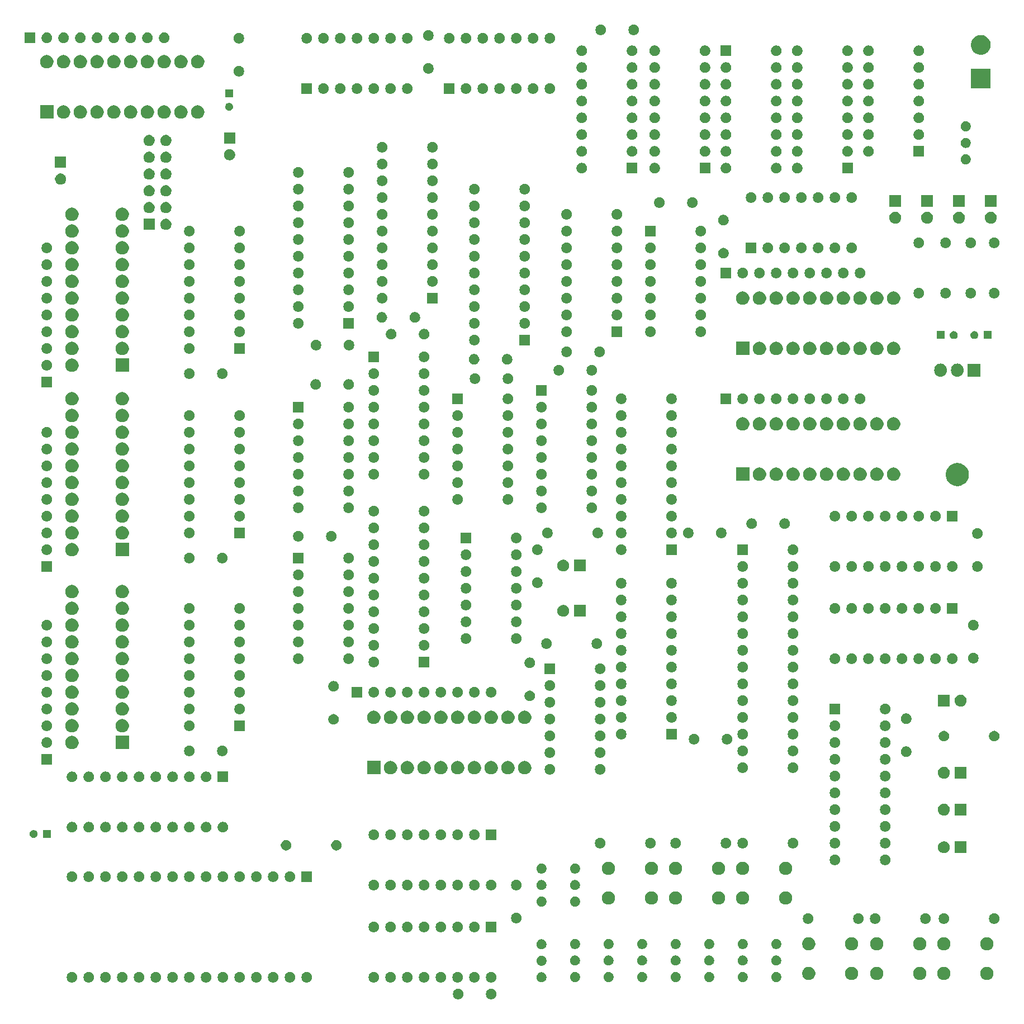
<source format=gbr>
G04 #@! TF.GenerationSoftware,KiCad,Pcbnew,5.1.5+dfsg1-2build2*
G04 #@! TF.CreationDate,2022-01-23T15:03:56-05:00*
G04 #@! TF.ProjectId,8bit_computer,38626974-5f63-46f6-9d70-757465722e6b,rev?*
G04 #@! TF.SameCoordinates,Original*
G04 #@! TF.FileFunction,Soldermask,Bot*
G04 #@! TF.FilePolarity,Negative*
%FSLAX46Y46*%
G04 Gerber Fmt 4.6, Leading zero omitted, Abs format (unit mm)*
G04 Created by KiCad (PCBNEW 5.1.5+dfsg1-2build2) date 2022-01-23 15:03:56*
%MOMM*%
%LPD*%
G04 APERTURE LIST*
%ADD10C,0.100000*%
G04 APERTURE END LIST*
D10*
G36*
X96650312Y-166850248D02*
G01*
X96753351Y-166870743D01*
X96898942Y-166931049D01*
X97029970Y-167018599D01*
X97141401Y-167130030D01*
X97228951Y-167261058D01*
X97289257Y-167406649D01*
X97320000Y-167561207D01*
X97320000Y-167718793D01*
X97289257Y-167873351D01*
X97228951Y-168018942D01*
X97141401Y-168149970D01*
X97029970Y-168261401D01*
X96898942Y-168348951D01*
X96753351Y-168409257D01*
X96650312Y-168429752D01*
X96598794Y-168440000D01*
X96441206Y-168440000D01*
X96389688Y-168429752D01*
X96286649Y-168409257D01*
X96141058Y-168348951D01*
X96010030Y-168261401D01*
X95898599Y-168149970D01*
X95811049Y-168018942D01*
X95750743Y-167873351D01*
X95720000Y-167718793D01*
X95720000Y-167561207D01*
X95750743Y-167406649D01*
X95811049Y-167261058D01*
X95898599Y-167130030D01*
X96010030Y-167018599D01*
X96141058Y-166931049D01*
X96286649Y-166870743D01*
X96389688Y-166850248D01*
X96441206Y-166840000D01*
X96598794Y-166840000D01*
X96650312Y-166850248D01*
G37*
G36*
X91650312Y-166850248D02*
G01*
X91753351Y-166870743D01*
X91898942Y-166931049D01*
X92029970Y-167018599D01*
X92141401Y-167130030D01*
X92228951Y-167261058D01*
X92289257Y-167406649D01*
X92320000Y-167561207D01*
X92320000Y-167718793D01*
X92289257Y-167873351D01*
X92228951Y-168018942D01*
X92141401Y-168149970D01*
X92029970Y-168261401D01*
X91898942Y-168348951D01*
X91753351Y-168409257D01*
X91650312Y-168429752D01*
X91598794Y-168440000D01*
X91441206Y-168440000D01*
X91389688Y-168429752D01*
X91286649Y-168409257D01*
X91141058Y-168348951D01*
X91010030Y-168261401D01*
X90898599Y-168149970D01*
X90811049Y-168018942D01*
X90750743Y-167873351D01*
X90720000Y-167718793D01*
X90720000Y-167561207D01*
X90750743Y-167406649D01*
X90811049Y-167261058D01*
X90898599Y-167130030D01*
X91010030Y-167018599D01*
X91141058Y-166931049D01*
X91286649Y-166870743D01*
X91389688Y-166850248D01*
X91441206Y-166840000D01*
X91598794Y-166840000D01*
X91650312Y-166850248D01*
G37*
G36*
X81410312Y-164310248D02*
G01*
X81513351Y-164330743D01*
X81658942Y-164391049D01*
X81789970Y-164478599D01*
X81901401Y-164590030D01*
X81988951Y-164721058D01*
X82049257Y-164866649D01*
X82051462Y-164877735D01*
X82074525Y-164993679D01*
X82080000Y-165021207D01*
X82080000Y-165178793D01*
X82049257Y-165333351D01*
X81988951Y-165478942D01*
X81901401Y-165609970D01*
X81789970Y-165721401D01*
X81658942Y-165808951D01*
X81513351Y-165869257D01*
X81410312Y-165889752D01*
X81358794Y-165900000D01*
X81201206Y-165900000D01*
X81149688Y-165889752D01*
X81046649Y-165869257D01*
X80901058Y-165808951D01*
X80770030Y-165721401D01*
X80658599Y-165609970D01*
X80571049Y-165478942D01*
X80510743Y-165333351D01*
X80480000Y-165178793D01*
X80480000Y-165021207D01*
X80485476Y-164993679D01*
X80508538Y-164877735D01*
X80510743Y-164866649D01*
X80571049Y-164721058D01*
X80658599Y-164590030D01*
X80770030Y-164478599D01*
X80901058Y-164391049D01*
X81046649Y-164330743D01*
X81149688Y-164310248D01*
X81201206Y-164300000D01*
X81358794Y-164300000D01*
X81410312Y-164310248D01*
G37*
G36*
X35690312Y-164310248D02*
G01*
X35793351Y-164330743D01*
X35938942Y-164391049D01*
X36069970Y-164478599D01*
X36181401Y-164590030D01*
X36268951Y-164721058D01*
X36329257Y-164866649D01*
X36331462Y-164877735D01*
X36354525Y-164993679D01*
X36360000Y-165021207D01*
X36360000Y-165178793D01*
X36329257Y-165333351D01*
X36268951Y-165478942D01*
X36181401Y-165609970D01*
X36069970Y-165721401D01*
X35938942Y-165808951D01*
X35793351Y-165869257D01*
X35690312Y-165889752D01*
X35638794Y-165900000D01*
X35481206Y-165900000D01*
X35429688Y-165889752D01*
X35326649Y-165869257D01*
X35181058Y-165808951D01*
X35050030Y-165721401D01*
X34938599Y-165609970D01*
X34851049Y-165478942D01*
X34790743Y-165333351D01*
X34760000Y-165178793D01*
X34760000Y-165021207D01*
X34765476Y-164993679D01*
X34788538Y-164877735D01*
X34790743Y-164866649D01*
X34851049Y-164721058D01*
X34938599Y-164590030D01*
X35050030Y-164478599D01*
X35181058Y-164391049D01*
X35326649Y-164330743D01*
X35429688Y-164310248D01*
X35481206Y-164300000D01*
X35638794Y-164300000D01*
X35690312Y-164310248D01*
G37*
G36*
X78870312Y-164310248D02*
G01*
X78973351Y-164330743D01*
X79118942Y-164391049D01*
X79249970Y-164478599D01*
X79361401Y-164590030D01*
X79448951Y-164721058D01*
X79509257Y-164866649D01*
X79511462Y-164877735D01*
X79534525Y-164993679D01*
X79540000Y-165021207D01*
X79540000Y-165178793D01*
X79509257Y-165333351D01*
X79448951Y-165478942D01*
X79361401Y-165609970D01*
X79249970Y-165721401D01*
X79118942Y-165808951D01*
X78973351Y-165869257D01*
X78870312Y-165889752D01*
X78818794Y-165900000D01*
X78661206Y-165900000D01*
X78609688Y-165889752D01*
X78506649Y-165869257D01*
X78361058Y-165808951D01*
X78230030Y-165721401D01*
X78118599Y-165609970D01*
X78031049Y-165478942D01*
X77970743Y-165333351D01*
X77940000Y-165178793D01*
X77940000Y-165021207D01*
X77945476Y-164993679D01*
X77968538Y-164877735D01*
X77970743Y-164866649D01*
X78031049Y-164721058D01*
X78118599Y-164590030D01*
X78230030Y-164478599D01*
X78361058Y-164391049D01*
X78506649Y-164330743D01*
X78609688Y-164310248D01*
X78661206Y-164300000D01*
X78818794Y-164300000D01*
X78870312Y-164310248D01*
G37*
G36*
X33150312Y-164310248D02*
G01*
X33253351Y-164330743D01*
X33398942Y-164391049D01*
X33529970Y-164478599D01*
X33641401Y-164590030D01*
X33728951Y-164721058D01*
X33789257Y-164866649D01*
X33791462Y-164877735D01*
X33814525Y-164993679D01*
X33820000Y-165021207D01*
X33820000Y-165178793D01*
X33789257Y-165333351D01*
X33728951Y-165478942D01*
X33641401Y-165609970D01*
X33529970Y-165721401D01*
X33398942Y-165808951D01*
X33253351Y-165869257D01*
X33150312Y-165889752D01*
X33098794Y-165900000D01*
X32941206Y-165900000D01*
X32889688Y-165889752D01*
X32786649Y-165869257D01*
X32641058Y-165808951D01*
X32510030Y-165721401D01*
X32398599Y-165609970D01*
X32311049Y-165478942D01*
X32250743Y-165333351D01*
X32220000Y-165178793D01*
X32220000Y-165021207D01*
X32225476Y-164993679D01*
X32248538Y-164877735D01*
X32250743Y-164866649D01*
X32311049Y-164721058D01*
X32398599Y-164590030D01*
X32510030Y-164478599D01*
X32641058Y-164391049D01*
X32786649Y-164330743D01*
X32889688Y-164310248D01*
X32941206Y-164300000D01*
X33098794Y-164300000D01*
X33150312Y-164310248D01*
G37*
G36*
X68710312Y-164310248D02*
G01*
X68813351Y-164330743D01*
X68958942Y-164391049D01*
X69089970Y-164478599D01*
X69201401Y-164590030D01*
X69288951Y-164721058D01*
X69349257Y-164866649D01*
X69351462Y-164877735D01*
X69374525Y-164993679D01*
X69380000Y-165021207D01*
X69380000Y-165178793D01*
X69349257Y-165333351D01*
X69288951Y-165478942D01*
X69201401Y-165609970D01*
X69089970Y-165721401D01*
X68958942Y-165808951D01*
X68813351Y-165869257D01*
X68710312Y-165889752D01*
X68658794Y-165900000D01*
X68501206Y-165900000D01*
X68449688Y-165889752D01*
X68346649Y-165869257D01*
X68201058Y-165808951D01*
X68070030Y-165721401D01*
X67958599Y-165609970D01*
X67871049Y-165478942D01*
X67810743Y-165333351D01*
X67780000Y-165178793D01*
X67780000Y-165021207D01*
X67785476Y-164993679D01*
X67808538Y-164877735D01*
X67810743Y-164866649D01*
X67871049Y-164721058D01*
X67958599Y-164590030D01*
X68070030Y-164478599D01*
X68201058Y-164391049D01*
X68346649Y-164330743D01*
X68449688Y-164310248D01*
X68501206Y-164300000D01*
X68658794Y-164300000D01*
X68710312Y-164310248D01*
G37*
G36*
X83950312Y-164310248D02*
G01*
X84053351Y-164330743D01*
X84198942Y-164391049D01*
X84329970Y-164478599D01*
X84441401Y-164590030D01*
X84528951Y-164721058D01*
X84589257Y-164866649D01*
X84591462Y-164877735D01*
X84614525Y-164993679D01*
X84620000Y-165021207D01*
X84620000Y-165178793D01*
X84589257Y-165333351D01*
X84528951Y-165478942D01*
X84441401Y-165609970D01*
X84329970Y-165721401D01*
X84198942Y-165808951D01*
X84053351Y-165869257D01*
X83950312Y-165889752D01*
X83898794Y-165900000D01*
X83741206Y-165900000D01*
X83689688Y-165889752D01*
X83586649Y-165869257D01*
X83441058Y-165808951D01*
X83310030Y-165721401D01*
X83198599Y-165609970D01*
X83111049Y-165478942D01*
X83050743Y-165333351D01*
X83020000Y-165178793D01*
X83020000Y-165021207D01*
X83025476Y-164993679D01*
X83048538Y-164877735D01*
X83050743Y-164866649D01*
X83111049Y-164721058D01*
X83198599Y-164590030D01*
X83310030Y-164478599D01*
X83441058Y-164391049D01*
X83586649Y-164330743D01*
X83689688Y-164310248D01*
X83741206Y-164300000D01*
X83898794Y-164300000D01*
X83950312Y-164310248D01*
G37*
G36*
X66170312Y-164310248D02*
G01*
X66273351Y-164330743D01*
X66418942Y-164391049D01*
X66549970Y-164478599D01*
X66661401Y-164590030D01*
X66748951Y-164721058D01*
X66809257Y-164866649D01*
X66811462Y-164877735D01*
X66834525Y-164993679D01*
X66840000Y-165021207D01*
X66840000Y-165178793D01*
X66809257Y-165333351D01*
X66748951Y-165478942D01*
X66661401Y-165609970D01*
X66549970Y-165721401D01*
X66418942Y-165808951D01*
X66273351Y-165869257D01*
X66170312Y-165889752D01*
X66118794Y-165900000D01*
X65961206Y-165900000D01*
X65909688Y-165889752D01*
X65806649Y-165869257D01*
X65661058Y-165808951D01*
X65530030Y-165721401D01*
X65418599Y-165609970D01*
X65331049Y-165478942D01*
X65270743Y-165333351D01*
X65240000Y-165178793D01*
X65240000Y-165021207D01*
X65245476Y-164993679D01*
X65268538Y-164877735D01*
X65270743Y-164866649D01*
X65331049Y-164721058D01*
X65418599Y-164590030D01*
X65530030Y-164478599D01*
X65661058Y-164391049D01*
X65806649Y-164330743D01*
X65909688Y-164310248D01*
X65961206Y-164300000D01*
X66118794Y-164300000D01*
X66170312Y-164310248D01*
G37*
G36*
X63630312Y-164310248D02*
G01*
X63733351Y-164330743D01*
X63878942Y-164391049D01*
X64009970Y-164478599D01*
X64121401Y-164590030D01*
X64208951Y-164721058D01*
X64269257Y-164866649D01*
X64271462Y-164877735D01*
X64294525Y-164993679D01*
X64300000Y-165021207D01*
X64300000Y-165178793D01*
X64269257Y-165333351D01*
X64208951Y-165478942D01*
X64121401Y-165609970D01*
X64009970Y-165721401D01*
X63878942Y-165808951D01*
X63733351Y-165869257D01*
X63630312Y-165889752D01*
X63578794Y-165900000D01*
X63421206Y-165900000D01*
X63369688Y-165889752D01*
X63266649Y-165869257D01*
X63121058Y-165808951D01*
X62990030Y-165721401D01*
X62878599Y-165609970D01*
X62791049Y-165478942D01*
X62730743Y-165333351D01*
X62700000Y-165178793D01*
X62700000Y-165021207D01*
X62705476Y-164993679D01*
X62728538Y-164877735D01*
X62730743Y-164866649D01*
X62791049Y-164721058D01*
X62878599Y-164590030D01*
X62990030Y-164478599D01*
X63121058Y-164391049D01*
X63266649Y-164330743D01*
X63369688Y-164310248D01*
X63421206Y-164300000D01*
X63578794Y-164300000D01*
X63630312Y-164310248D01*
G37*
G36*
X86490312Y-164310248D02*
G01*
X86593351Y-164330743D01*
X86738942Y-164391049D01*
X86869970Y-164478599D01*
X86981401Y-164590030D01*
X87068951Y-164721058D01*
X87129257Y-164866649D01*
X87131462Y-164877735D01*
X87154525Y-164993679D01*
X87160000Y-165021207D01*
X87160000Y-165178793D01*
X87129257Y-165333351D01*
X87068951Y-165478942D01*
X86981401Y-165609970D01*
X86869970Y-165721401D01*
X86738942Y-165808951D01*
X86593351Y-165869257D01*
X86490312Y-165889752D01*
X86438794Y-165900000D01*
X86281206Y-165900000D01*
X86229688Y-165889752D01*
X86126649Y-165869257D01*
X85981058Y-165808951D01*
X85850030Y-165721401D01*
X85738599Y-165609970D01*
X85651049Y-165478942D01*
X85590743Y-165333351D01*
X85560000Y-165178793D01*
X85560000Y-165021207D01*
X85565476Y-164993679D01*
X85588538Y-164877735D01*
X85590743Y-164866649D01*
X85651049Y-164721058D01*
X85738599Y-164590030D01*
X85850030Y-164478599D01*
X85981058Y-164391049D01*
X86126649Y-164330743D01*
X86229688Y-164310248D01*
X86281206Y-164300000D01*
X86438794Y-164300000D01*
X86490312Y-164310248D01*
G37*
G36*
X61090312Y-164310248D02*
G01*
X61193351Y-164330743D01*
X61338942Y-164391049D01*
X61469970Y-164478599D01*
X61581401Y-164590030D01*
X61668951Y-164721058D01*
X61729257Y-164866649D01*
X61731462Y-164877735D01*
X61754525Y-164993679D01*
X61760000Y-165021207D01*
X61760000Y-165178793D01*
X61729257Y-165333351D01*
X61668951Y-165478942D01*
X61581401Y-165609970D01*
X61469970Y-165721401D01*
X61338942Y-165808951D01*
X61193351Y-165869257D01*
X61090312Y-165889752D01*
X61038794Y-165900000D01*
X60881206Y-165900000D01*
X60829688Y-165889752D01*
X60726649Y-165869257D01*
X60581058Y-165808951D01*
X60450030Y-165721401D01*
X60338599Y-165609970D01*
X60251049Y-165478942D01*
X60190743Y-165333351D01*
X60160000Y-165178793D01*
X60160000Y-165021207D01*
X60165476Y-164993679D01*
X60188538Y-164877735D01*
X60190743Y-164866649D01*
X60251049Y-164721058D01*
X60338599Y-164590030D01*
X60450030Y-164478599D01*
X60581058Y-164391049D01*
X60726649Y-164330743D01*
X60829688Y-164310248D01*
X60881206Y-164300000D01*
X61038794Y-164300000D01*
X61090312Y-164310248D01*
G37*
G36*
X58550312Y-164310248D02*
G01*
X58653351Y-164330743D01*
X58798942Y-164391049D01*
X58929970Y-164478599D01*
X59041401Y-164590030D01*
X59128951Y-164721058D01*
X59189257Y-164866649D01*
X59191462Y-164877735D01*
X59214525Y-164993679D01*
X59220000Y-165021207D01*
X59220000Y-165178793D01*
X59189257Y-165333351D01*
X59128951Y-165478942D01*
X59041401Y-165609970D01*
X58929970Y-165721401D01*
X58798942Y-165808951D01*
X58653351Y-165869257D01*
X58550312Y-165889752D01*
X58498794Y-165900000D01*
X58341206Y-165900000D01*
X58289688Y-165889752D01*
X58186649Y-165869257D01*
X58041058Y-165808951D01*
X57910030Y-165721401D01*
X57798599Y-165609970D01*
X57711049Y-165478942D01*
X57650743Y-165333351D01*
X57620000Y-165178793D01*
X57620000Y-165021207D01*
X57625476Y-164993679D01*
X57648538Y-164877735D01*
X57650743Y-164866649D01*
X57711049Y-164721058D01*
X57798599Y-164590030D01*
X57910030Y-164478599D01*
X58041058Y-164391049D01*
X58186649Y-164330743D01*
X58289688Y-164310248D01*
X58341206Y-164300000D01*
X58498794Y-164300000D01*
X58550312Y-164310248D01*
G37*
G36*
X89030312Y-164310248D02*
G01*
X89133351Y-164330743D01*
X89278942Y-164391049D01*
X89409970Y-164478599D01*
X89521401Y-164590030D01*
X89608951Y-164721058D01*
X89669257Y-164866649D01*
X89671462Y-164877735D01*
X89694525Y-164993679D01*
X89700000Y-165021207D01*
X89700000Y-165178793D01*
X89669257Y-165333351D01*
X89608951Y-165478942D01*
X89521401Y-165609970D01*
X89409970Y-165721401D01*
X89278942Y-165808951D01*
X89133351Y-165869257D01*
X89030312Y-165889752D01*
X88978794Y-165900000D01*
X88821206Y-165900000D01*
X88769688Y-165889752D01*
X88666649Y-165869257D01*
X88521058Y-165808951D01*
X88390030Y-165721401D01*
X88278599Y-165609970D01*
X88191049Y-165478942D01*
X88130743Y-165333351D01*
X88100000Y-165178793D01*
X88100000Y-165021207D01*
X88105476Y-164993679D01*
X88128538Y-164877735D01*
X88130743Y-164866649D01*
X88191049Y-164721058D01*
X88278599Y-164590030D01*
X88390030Y-164478599D01*
X88521058Y-164391049D01*
X88666649Y-164330743D01*
X88769688Y-164310248D01*
X88821206Y-164300000D01*
X88978794Y-164300000D01*
X89030312Y-164310248D01*
G37*
G36*
X53470312Y-164310248D02*
G01*
X53573351Y-164330743D01*
X53718942Y-164391049D01*
X53849970Y-164478599D01*
X53961401Y-164590030D01*
X54048951Y-164721058D01*
X54109257Y-164866649D01*
X54111462Y-164877735D01*
X54134525Y-164993679D01*
X54140000Y-165021207D01*
X54140000Y-165178793D01*
X54109257Y-165333351D01*
X54048951Y-165478942D01*
X53961401Y-165609970D01*
X53849970Y-165721401D01*
X53718942Y-165808951D01*
X53573351Y-165869257D01*
X53470312Y-165889752D01*
X53418794Y-165900000D01*
X53261206Y-165900000D01*
X53209688Y-165889752D01*
X53106649Y-165869257D01*
X52961058Y-165808951D01*
X52830030Y-165721401D01*
X52718599Y-165609970D01*
X52631049Y-165478942D01*
X52570743Y-165333351D01*
X52540000Y-165178793D01*
X52540000Y-165021207D01*
X52545476Y-164993679D01*
X52568538Y-164877735D01*
X52570743Y-164866649D01*
X52631049Y-164721058D01*
X52718599Y-164590030D01*
X52830030Y-164478599D01*
X52961058Y-164391049D01*
X53106649Y-164330743D01*
X53209688Y-164310248D01*
X53261206Y-164300000D01*
X53418794Y-164300000D01*
X53470312Y-164310248D01*
G37*
G36*
X91570312Y-164310248D02*
G01*
X91673351Y-164330743D01*
X91818942Y-164391049D01*
X91949970Y-164478599D01*
X92061401Y-164590030D01*
X92148951Y-164721058D01*
X92209257Y-164866649D01*
X92211462Y-164877735D01*
X92234525Y-164993679D01*
X92240000Y-165021207D01*
X92240000Y-165178793D01*
X92209257Y-165333351D01*
X92148951Y-165478942D01*
X92061401Y-165609970D01*
X91949970Y-165721401D01*
X91818942Y-165808951D01*
X91673351Y-165869257D01*
X91570312Y-165889752D01*
X91518794Y-165900000D01*
X91361206Y-165900000D01*
X91309688Y-165889752D01*
X91206649Y-165869257D01*
X91061058Y-165808951D01*
X90930030Y-165721401D01*
X90818599Y-165609970D01*
X90731049Y-165478942D01*
X90670743Y-165333351D01*
X90640000Y-165178793D01*
X90640000Y-165021207D01*
X90645476Y-164993679D01*
X90668538Y-164877735D01*
X90670743Y-164866649D01*
X90731049Y-164721058D01*
X90818599Y-164590030D01*
X90930030Y-164478599D01*
X91061058Y-164391049D01*
X91206649Y-164330743D01*
X91309688Y-164310248D01*
X91361206Y-164300000D01*
X91518794Y-164300000D01*
X91570312Y-164310248D01*
G37*
G36*
X50930312Y-164310248D02*
G01*
X51033351Y-164330743D01*
X51178942Y-164391049D01*
X51309970Y-164478599D01*
X51421401Y-164590030D01*
X51508951Y-164721058D01*
X51569257Y-164866649D01*
X51571462Y-164877735D01*
X51594525Y-164993679D01*
X51600000Y-165021207D01*
X51600000Y-165178793D01*
X51569257Y-165333351D01*
X51508951Y-165478942D01*
X51421401Y-165609970D01*
X51309970Y-165721401D01*
X51178942Y-165808951D01*
X51033351Y-165869257D01*
X50930312Y-165889752D01*
X50878794Y-165900000D01*
X50721206Y-165900000D01*
X50669688Y-165889752D01*
X50566649Y-165869257D01*
X50421058Y-165808951D01*
X50290030Y-165721401D01*
X50178599Y-165609970D01*
X50091049Y-165478942D01*
X50030743Y-165333351D01*
X50000000Y-165178793D01*
X50000000Y-165021207D01*
X50005476Y-164993679D01*
X50028538Y-164877735D01*
X50030743Y-164866649D01*
X50091049Y-164721058D01*
X50178599Y-164590030D01*
X50290030Y-164478599D01*
X50421058Y-164391049D01*
X50566649Y-164330743D01*
X50669688Y-164310248D01*
X50721206Y-164300000D01*
X50878794Y-164300000D01*
X50930312Y-164310248D01*
G37*
G36*
X48390312Y-164310248D02*
G01*
X48493351Y-164330743D01*
X48638942Y-164391049D01*
X48769970Y-164478599D01*
X48881401Y-164590030D01*
X48968951Y-164721058D01*
X49029257Y-164866649D01*
X49031462Y-164877735D01*
X49054525Y-164993679D01*
X49060000Y-165021207D01*
X49060000Y-165178793D01*
X49029257Y-165333351D01*
X48968951Y-165478942D01*
X48881401Y-165609970D01*
X48769970Y-165721401D01*
X48638942Y-165808951D01*
X48493351Y-165869257D01*
X48390312Y-165889752D01*
X48338794Y-165900000D01*
X48181206Y-165900000D01*
X48129688Y-165889752D01*
X48026649Y-165869257D01*
X47881058Y-165808951D01*
X47750030Y-165721401D01*
X47638599Y-165609970D01*
X47551049Y-165478942D01*
X47490743Y-165333351D01*
X47460000Y-165178793D01*
X47460000Y-165021207D01*
X47465476Y-164993679D01*
X47488538Y-164877735D01*
X47490743Y-164866649D01*
X47551049Y-164721058D01*
X47638599Y-164590030D01*
X47750030Y-164478599D01*
X47881058Y-164391049D01*
X48026649Y-164330743D01*
X48129688Y-164310248D01*
X48181206Y-164300000D01*
X48338794Y-164300000D01*
X48390312Y-164310248D01*
G37*
G36*
X94110312Y-164310248D02*
G01*
X94213351Y-164330743D01*
X94358942Y-164391049D01*
X94489970Y-164478599D01*
X94601401Y-164590030D01*
X94688951Y-164721058D01*
X94749257Y-164866649D01*
X94751462Y-164877735D01*
X94774525Y-164993679D01*
X94780000Y-165021207D01*
X94780000Y-165178793D01*
X94749257Y-165333351D01*
X94688951Y-165478942D01*
X94601401Y-165609970D01*
X94489970Y-165721401D01*
X94358942Y-165808951D01*
X94213351Y-165869257D01*
X94110312Y-165889752D01*
X94058794Y-165900000D01*
X93901206Y-165900000D01*
X93849688Y-165889752D01*
X93746649Y-165869257D01*
X93601058Y-165808951D01*
X93470030Y-165721401D01*
X93358599Y-165609970D01*
X93271049Y-165478942D01*
X93210743Y-165333351D01*
X93180000Y-165178793D01*
X93180000Y-165021207D01*
X93185476Y-164993679D01*
X93208538Y-164877735D01*
X93210743Y-164866649D01*
X93271049Y-164721058D01*
X93358599Y-164590030D01*
X93470030Y-164478599D01*
X93601058Y-164391049D01*
X93746649Y-164330743D01*
X93849688Y-164310248D01*
X93901206Y-164300000D01*
X94058794Y-164300000D01*
X94110312Y-164310248D01*
G37*
G36*
X45850312Y-164310248D02*
G01*
X45953351Y-164330743D01*
X46098942Y-164391049D01*
X46229970Y-164478599D01*
X46341401Y-164590030D01*
X46428951Y-164721058D01*
X46489257Y-164866649D01*
X46491462Y-164877735D01*
X46514525Y-164993679D01*
X46520000Y-165021207D01*
X46520000Y-165178793D01*
X46489257Y-165333351D01*
X46428951Y-165478942D01*
X46341401Y-165609970D01*
X46229970Y-165721401D01*
X46098942Y-165808951D01*
X45953351Y-165869257D01*
X45850312Y-165889752D01*
X45798794Y-165900000D01*
X45641206Y-165900000D01*
X45589688Y-165889752D01*
X45486649Y-165869257D01*
X45341058Y-165808951D01*
X45210030Y-165721401D01*
X45098599Y-165609970D01*
X45011049Y-165478942D01*
X44950743Y-165333351D01*
X44920000Y-165178793D01*
X44920000Y-165021207D01*
X44925476Y-164993679D01*
X44948538Y-164877735D01*
X44950743Y-164866649D01*
X45011049Y-164721058D01*
X45098599Y-164590030D01*
X45210030Y-164478599D01*
X45341058Y-164391049D01*
X45486649Y-164330743D01*
X45589688Y-164310248D01*
X45641206Y-164300000D01*
X45798794Y-164300000D01*
X45850312Y-164310248D01*
G37*
G36*
X43310312Y-164310248D02*
G01*
X43413351Y-164330743D01*
X43558942Y-164391049D01*
X43689970Y-164478599D01*
X43801401Y-164590030D01*
X43888951Y-164721058D01*
X43949257Y-164866649D01*
X43951462Y-164877735D01*
X43974525Y-164993679D01*
X43980000Y-165021207D01*
X43980000Y-165178793D01*
X43949257Y-165333351D01*
X43888951Y-165478942D01*
X43801401Y-165609970D01*
X43689970Y-165721401D01*
X43558942Y-165808951D01*
X43413351Y-165869257D01*
X43310312Y-165889752D01*
X43258794Y-165900000D01*
X43101206Y-165900000D01*
X43049688Y-165889752D01*
X42946649Y-165869257D01*
X42801058Y-165808951D01*
X42670030Y-165721401D01*
X42558599Y-165609970D01*
X42471049Y-165478942D01*
X42410743Y-165333351D01*
X42380000Y-165178793D01*
X42380000Y-165021207D01*
X42385476Y-164993679D01*
X42408538Y-164877735D01*
X42410743Y-164866649D01*
X42471049Y-164721058D01*
X42558599Y-164590030D01*
X42670030Y-164478599D01*
X42801058Y-164391049D01*
X42946649Y-164330743D01*
X43049688Y-164310248D01*
X43101206Y-164300000D01*
X43258794Y-164300000D01*
X43310312Y-164310248D01*
G37*
G36*
X96650312Y-164310248D02*
G01*
X96753351Y-164330743D01*
X96898942Y-164391049D01*
X97029970Y-164478599D01*
X97141401Y-164590030D01*
X97228951Y-164721058D01*
X97289257Y-164866649D01*
X97291462Y-164877735D01*
X97314525Y-164993679D01*
X97320000Y-165021207D01*
X97320000Y-165178793D01*
X97289257Y-165333351D01*
X97228951Y-165478942D01*
X97141401Y-165609970D01*
X97029970Y-165721401D01*
X96898942Y-165808951D01*
X96753351Y-165869257D01*
X96650312Y-165889752D01*
X96598794Y-165900000D01*
X96441206Y-165900000D01*
X96389688Y-165889752D01*
X96286649Y-165869257D01*
X96141058Y-165808951D01*
X96010030Y-165721401D01*
X95898599Y-165609970D01*
X95811049Y-165478942D01*
X95750743Y-165333351D01*
X95720000Y-165178793D01*
X95720000Y-165021207D01*
X95725476Y-164993679D01*
X95748538Y-164877735D01*
X95750743Y-164866649D01*
X95811049Y-164721058D01*
X95898599Y-164590030D01*
X96010030Y-164478599D01*
X96141058Y-164391049D01*
X96286649Y-164330743D01*
X96389688Y-164310248D01*
X96441206Y-164300000D01*
X96598794Y-164300000D01*
X96650312Y-164310248D01*
G37*
G36*
X40770312Y-164310248D02*
G01*
X40873351Y-164330743D01*
X41018942Y-164391049D01*
X41149970Y-164478599D01*
X41261401Y-164590030D01*
X41348951Y-164721058D01*
X41409257Y-164866649D01*
X41411462Y-164877735D01*
X41434525Y-164993679D01*
X41440000Y-165021207D01*
X41440000Y-165178793D01*
X41409257Y-165333351D01*
X41348951Y-165478942D01*
X41261401Y-165609970D01*
X41149970Y-165721401D01*
X41018942Y-165808951D01*
X40873351Y-165869257D01*
X40770312Y-165889752D01*
X40718794Y-165900000D01*
X40561206Y-165900000D01*
X40509688Y-165889752D01*
X40406649Y-165869257D01*
X40261058Y-165808951D01*
X40130030Y-165721401D01*
X40018599Y-165609970D01*
X39931049Y-165478942D01*
X39870743Y-165333351D01*
X39840000Y-165178793D01*
X39840000Y-165021207D01*
X39845476Y-164993679D01*
X39868538Y-164877735D01*
X39870743Y-164866649D01*
X39931049Y-164721058D01*
X40018599Y-164590030D01*
X40130030Y-164478599D01*
X40261058Y-164391049D01*
X40406649Y-164330743D01*
X40509688Y-164310248D01*
X40561206Y-164300000D01*
X40718794Y-164300000D01*
X40770312Y-164310248D01*
G37*
G36*
X38230312Y-164310248D02*
G01*
X38333351Y-164330743D01*
X38478942Y-164391049D01*
X38609970Y-164478599D01*
X38721401Y-164590030D01*
X38808951Y-164721058D01*
X38869257Y-164866649D01*
X38871462Y-164877735D01*
X38894525Y-164993679D01*
X38900000Y-165021207D01*
X38900000Y-165178793D01*
X38869257Y-165333351D01*
X38808951Y-165478942D01*
X38721401Y-165609970D01*
X38609970Y-165721401D01*
X38478942Y-165808951D01*
X38333351Y-165869257D01*
X38230312Y-165889752D01*
X38178794Y-165900000D01*
X38021206Y-165900000D01*
X37969688Y-165889752D01*
X37866649Y-165869257D01*
X37721058Y-165808951D01*
X37590030Y-165721401D01*
X37478599Y-165609970D01*
X37391049Y-165478942D01*
X37330743Y-165333351D01*
X37300000Y-165178793D01*
X37300000Y-165021207D01*
X37305476Y-164993679D01*
X37328538Y-164877735D01*
X37330743Y-164866649D01*
X37391049Y-164721058D01*
X37478599Y-164590030D01*
X37590030Y-164478599D01*
X37721058Y-164391049D01*
X37866649Y-164330743D01*
X37969688Y-164310248D01*
X38021206Y-164300000D01*
X38178794Y-164300000D01*
X38230312Y-164310248D01*
G37*
G36*
X56010312Y-164310248D02*
G01*
X56113351Y-164330743D01*
X56258942Y-164391049D01*
X56389970Y-164478599D01*
X56501401Y-164590030D01*
X56588951Y-164721058D01*
X56649257Y-164866649D01*
X56651462Y-164877735D01*
X56674525Y-164993679D01*
X56680000Y-165021207D01*
X56680000Y-165178793D01*
X56649257Y-165333351D01*
X56588951Y-165478942D01*
X56501401Y-165609970D01*
X56389970Y-165721401D01*
X56258942Y-165808951D01*
X56113351Y-165869257D01*
X56010312Y-165889752D01*
X55958794Y-165900000D01*
X55801206Y-165900000D01*
X55749688Y-165889752D01*
X55646649Y-165869257D01*
X55501058Y-165808951D01*
X55370030Y-165721401D01*
X55258599Y-165609970D01*
X55171049Y-165478942D01*
X55110743Y-165333351D01*
X55080000Y-165178793D01*
X55080000Y-165021207D01*
X55085476Y-164993679D01*
X55108538Y-164877735D01*
X55110743Y-164866649D01*
X55171049Y-164721058D01*
X55258599Y-164590030D01*
X55370030Y-164478599D01*
X55501058Y-164391049D01*
X55646649Y-164330743D01*
X55749688Y-164310248D01*
X55801206Y-164300000D01*
X55958794Y-164300000D01*
X56010312Y-164310248D01*
G37*
G36*
X104264122Y-164347761D02*
G01*
X104362267Y-164367283D01*
X104493175Y-164421507D01*
X104500944Y-164424725D01*
X104563344Y-164466420D01*
X104625747Y-164508116D01*
X104731884Y-164614253D01*
X104815276Y-164739058D01*
X104872717Y-164877733D01*
X104872717Y-164877735D01*
X104902000Y-165024949D01*
X104902000Y-165175051D01*
X104901255Y-165178794D01*
X104872717Y-165322267D01*
X104815276Y-165460942D01*
X104731884Y-165585747D01*
X104625747Y-165691884D01*
X104581572Y-165721401D01*
X104500944Y-165775275D01*
X104500943Y-165775276D01*
X104500942Y-165775276D01*
X104362267Y-165832717D01*
X104264122Y-165852239D01*
X104215051Y-165862000D01*
X104064949Y-165862000D01*
X104015878Y-165852239D01*
X103917733Y-165832717D01*
X103779058Y-165775276D01*
X103779057Y-165775276D01*
X103779056Y-165775275D01*
X103698428Y-165721401D01*
X103654253Y-165691884D01*
X103548116Y-165585747D01*
X103464724Y-165460942D01*
X103407283Y-165322267D01*
X103378745Y-165178794D01*
X103378000Y-165175051D01*
X103378000Y-165024949D01*
X103407283Y-164877735D01*
X103407283Y-164877733D01*
X103464724Y-164739058D01*
X103548116Y-164614253D01*
X103654253Y-164508116D01*
X103716656Y-164466420D01*
X103779056Y-164424725D01*
X103786825Y-164421507D01*
X103917733Y-164367283D01*
X104015878Y-164347761D01*
X104064949Y-164338000D01*
X104215051Y-164338000D01*
X104264122Y-164347761D01*
G37*
G36*
X139824122Y-164307761D02*
G01*
X139922267Y-164327283D01*
X140060942Y-164384724D01*
X140060944Y-164384725D01*
X140070408Y-164391049D01*
X140185747Y-164468116D01*
X140291884Y-164574253D01*
X140375276Y-164699058D01*
X140432717Y-164837733D01*
X140462000Y-164984950D01*
X140462000Y-165135050D01*
X140432717Y-165282267D01*
X140375276Y-165420942D01*
X140291884Y-165545747D01*
X140185747Y-165651884D01*
X140125883Y-165691884D01*
X140060944Y-165735275D01*
X140060943Y-165735276D01*
X140060942Y-165735276D01*
X139922267Y-165792717D01*
X139840657Y-165808950D01*
X139775051Y-165822000D01*
X139624949Y-165822000D01*
X139559343Y-165808950D01*
X139477733Y-165792717D01*
X139339058Y-165735276D01*
X139339057Y-165735276D01*
X139339056Y-165735275D01*
X139274117Y-165691884D01*
X139214253Y-165651884D01*
X139108116Y-165545747D01*
X139024724Y-165420942D01*
X138967283Y-165282267D01*
X138938000Y-165135050D01*
X138938000Y-164984950D01*
X138967283Y-164837733D01*
X139024724Y-164699058D01*
X139108116Y-164574253D01*
X139214253Y-164468116D01*
X139329592Y-164391049D01*
X139339056Y-164384725D01*
X139339058Y-164384724D01*
X139477733Y-164327283D01*
X139575878Y-164307761D01*
X139624949Y-164298000D01*
X139775051Y-164298000D01*
X139824122Y-164307761D01*
G37*
G36*
X129664122Y-164307761D02*
G01*
X129762267Y-164327283D01*
X129900942Y-164384724D01*
X129900944Y-164384725D01*
X129910408Y-164391049D01*
X130025747Y-164468116D01*
X130131884Y-164574253D01*
X130215276Y-164699058D01*
X130272717Y-164837733D01*
X130302000Y-164984950D01*
X130302000Y-165135050D01*
X130272717Y-165282267D01*
X130215276Y-165420942D01*
X130131884Y-165545747D01*
X130025747Y-165651884D01*
X129965883Y-165691884D01*
X129900944Y-165735275D01*
X129900943Y-165735276D01*
X129900942Y-165735276D01*
X129762267Y-165792717D01*
X129680657Y-165808950D01*
X129615051Y-165822000D01*
X129464949Y-165822000D01*
X129399343Y-165808950D01*
X129317733Y-165792717D01*
X129179058Y-165735276D01*
X129179057Y-165735276D01*
X129179056Y-165735275D01*
X129114117Y-165691884D01*
X129054253Y-165651884D01*
X128948116Y-165545747D01*
X128864724Y-165420942D01*
X128807283Y-165282267D01*
X128778000Y-165135050D01*
X128778000Y-164984950D01*
X128807283Y-164837733D01*
X128864724Y-164699058D01*
X128948116Y-164574253D01*
X129054253Y-164468116D01*
X129169592Y-164391049D01*
X129179056Y-164384725D01*
X129179058Y-164384724D01*
X129317733Y-164327283D01*
X129415878Y-164307761D01*
X129464949Y-164298000D01*
X129615051Y-164298000D01*
X129664122Y-164307761D01*
G37*
G36*
X134744122Y-164307761D02*
G01*
X134842267Y-164327283D01*
X134980942Y-164384724D01*
X134980944Y-164384725D01*
X134990408Y-164391049D01*
X135105747Y-164468116D01*
X135211884Y-164574253D01*
X135295276Y-164699058D01*
X135352717Y-164837733D01*
X135382000Y-164984950D01*
X135382000Y-165135050D01*
X135352717Y-165282267D01*
X135295276Y-165420942D01*
X135211884Y-165545747D01*
X135105747Y-165651884D01*
X135045883Y-165691884D01*
X134980944Y-165735275D01*
X134980943Y-165735276D01*
X134980942Y-165735276D01*
X134842267Y-165792717D01*
X134760657Y-165808950D01*
X134695051Y-165822000D01*
X134544949Y-165822000D01*
X134479343Y-165808950D01*
X134397733Y-165792717D01*
X134259058Y-165735276D01*
X134259057Y-165735276D01*
X134259056Y-165735275D01*
X134194117Y-165691884D01*
X134134253Y-165651884D01*
X134028116Y-165545747D01*
X133944724Y-165420942D01*
X133887283Y-165282267D01*
X133858000Y-165135050D01*
X133858000Y-164984950D01*
X133887283Y-164837733D01*
X133944724Y-164699058D01*
X134028116Y-164574253D01*
X134134253Y-164468116D01*
X134249592Y-164391049D01*
X134259056Y-164384725D01*
X134259058Y-164384724D01*
X134397733Y-164327283D01*
X134495878Y-164307761D01*
X134544949Y-164298000D01*
X134695051Y-164298000D01*
X134744122Y-164307761D01*
G37*
G36*
X124584122Y-164307761D02*
G01*
X124682267Y-164327283D01*
X124820942Y-164384724D01*
X124820944Y-164384725D01*
X124830408Y-164391049D01*
X124945747Y-164468116D01*
X125051884Y-164574253D01*
X125135276Y-164699058D01*
X125192717Y-164837733D01*
X125222000Y-164984950D01*
X125222000Y-165135050D01*
X125192717Y-165282267D01*
X125135276Y-165420942D01*
X125051884Y-165545747D01*
X124945747Y-165651884D01*
X124885883Y-165691884D01*
X124820944Y-165735275D01*
X124820943Y-165735276D01*
X124820942Y-165735276D01*
X124682267Y-165792717D01*
X124600657Y-165808950D01*
X124535051Y-165822000D01*
X124384949Y-165822000D01*
X124319343Y-165808950D01*
X124237733Y-165792717D01*
X124099058Y-165735276D01*
X124099057Y-165735276D01*
X124099056Y-165735275D01*
X124034117Y-165691884D01*
X123974253Y-165651884D01*
X123868116Y-165545747D01*
X123784724Y-165420942D01*
X123727283Y-165282267D01*
X123698000Y-165135050D01*
X123698000Y-164984950D01*
X123727283Y-164837733D01*
X123784724Y-164699058D01*
X123868116Y-164574253D01*
X123974253Y-164468116D01*
X124089592Y-164391049D01*
X124099056Y-164384725D01*
X124099058Y-164384724D01*
X124237733Y-164327283D01*
X124335878Y-164307761D01*
X124384949Y-164298000D01*
X124535051Y-164298000D01*
X124584122Y-164307761D01*
G37*
G36*
X119504122Y-164307761D02*
G01*
X119602267Y-164327283D01*
X119740942Y-164384724D01*
X119740944Y-164384725D01*
X119750408Y-164391049D01*
X119865747Y-164468116D01*
X119971884Y-164574253D01*
X120055276Y-164699058D01*
X120112717Y-164837733D01*
X120142000Y-164984950D01*
X120142000Y-165135050D01*
X120112717Y-165282267D01*
X120055276Y-165420942D01*
X119971884Y-165545747D01*
X119865747Y-165651884D01*
X119805883Y-165691884D01*
X119740944Y-165735275D01*
X119740943Y-165735276D01*
X119740942Y-165735276D01*
X119602267Y-165792717D01*
X119520657Y-165808950D01*
X119455051Y-165822000D01*
X119304949Y-165822000D01*
X119239343Y-165808950D01*
X119157733Y-165792717D01*
X119019058Y-165735276D01*
X119019057Y-165735276D01*
X119019056Y-165735275D01*
X118954117Y-165691884D01*
X118894253Y-165651884D01*
X118788116Y-165545747D01*
X118704724Y-165420942D01*
X118647283Y-165282267D01*
X118618000Y-165135050D01*
X118618000Y-164984950D01*
X118647283Y-164837733D01*
X118704724Y-164699058D01*
X118788116Y-164574253D01*
X118894253Y-164468116D01*
X119009592Y-164391049D01*
X119019056Y-164384725D01*
X119019058Y-164384724D01*
X119157733Y-164327283D01*
X119255878Y-164307761D01*
X119304949Y-164298000D01*
X119455051Y-164298000D01*
X119504122Y-164307761D01*
G37*
G36*
X114424122Y-164307761D02*
G01*
X114522267Y-164327283D01*
X114660942Y-164384724D01*
X114660944Y-164384725D01*
X114670408Y-164391049D01*
X114785747Y-164468116D01*
X114891884Y-164574253D01*
X114975276Y-164699058D01*
X115032717Y-164837733D01*
X115062000Y-164984950D01*
X115062000Y-165135050D01*
X115032717Y-165282267D01*
X114975276Y-165420942D01*
X114891884Y-165545747D01*
X114785747Y-165651884D01*
X114725883Y-165691884D01*
X114660944Y-165735275D01*
X114660943Y-165735276D01*
X114660942Y-165735276D01*
X114522267Y-165792717D01*
X114440657Y-165808950D01*
X114375051Y-165822000D01*
X114224949Y-165822000D01*
X114159343Y-165808950D01*
X114077733Y-165792717D01*
X113939058Y-165735276D01*
X113939057Y-165735276D01*
X113939056Y-165735275D01*
X113874117Y-165691884D01*
X113814253Y-165651884D01*
X113708116Y-165545747D01*
X113624724Y-165420942D01*
X113567283Y-165282267D01*
X113538000Y-165135050D01*
X113538000Y-164984950D01*
X113567283Y-164837733D01*
X113624724Y-164699058D01*
X113708116Y-164574253D01*
X113814253Y-164468116D01*
X113929592Y-164391049D01*
X113939056Y-164384725D01*
X113939058Y-164384724D01*
X114077733Y-164327283D01*
X114175878Y-164307761D01*
X114224949Y-164298000D01*
X114375051Y-164298000D01*
X114424122Y-164307761D01*
G37*
G36*
X109344122Y-164307761D02*
G01*
X109442267Y-164327283D01*
X109580942Y-164384724D01*
X109580944Y-164384725D01*
X109590408Y-164391049D01*
X109705747Y-164468116D01*
X109811884Y-164574253D01*
X109895276Y-164699058D01*
X109952717Y-164837733D01*
X109982000Y-164984950D01*
X109982000Y-165135050D01*
X109952717Y-165282267D01*
X109895276Y-165420942D01*
X109811884Y-165545747D01*
X109705747Y-165651884D01*
X109645883Y-165691884D01*
X109580944Y-165735275D01*
X109580943Y-165735276D01*
X109580942Y-165735276D01*
X109442267Y-165792717D01*
X109360657Y-165808950D01*
X109295051Y-165822000D01*
X109144949Y-165822000D01*
X109079343Y-165808950D01*
X108997733Y-165792717D01*
X108859058Y-165735276D01*
X108859057Y-165735276D01*
X108859056Y-165735275D01*
X108794117Y-165691884D01*
X108734253Y-165651884D01*
X108628116Y-165545747D01*
X108544724Y-165420942D01*
X108487283Y-165282267D01*
X108458000Y-165135050D01*
X108458000Y-164984950D01*
X108487283Y-164837733D01*
X108544724Y-164699058D01*
X108628116Y-164574253D01*
X108734253Y-164468116D01*
X108849592Y-164391049D01*
X108859056Y-164384725D01*
X108859058Y-164384724D01*
X108997733Y-164327283D01*
X109095878Y-164307761D01*
X109144949Y-164298000D01*
X109295051Y-164298000D01*
X109344122Y-164307761D01*
G37*
G36*
X161635090Y-163539215D02*
G01*
X161731689Y-163558429D01*
X161913678Y-163633811D01*
X162077463Y-163743249D01*
X162216751Y-163882537D01*
X162326189Y-164046322D01*
X162401571Y-164228311D01*
X162401571Y-164228313D01*
X162433942Y-164391050D01*
X162440000Y-164421509D01*
X162440000Y-164618491D01*
X162401571Y-164811689D01*
X162326189Y-164993678D01*
X162216751Y-165157463D01*
X162077463Y-165296751D01*
X161913678Y-165406189D01*
X161731689Y-165481571D01*
X161635090Y-165500785D01*
X161538493Y-165520000D01*
X161341507Y-165520000D01*
X161244910Y-165500785D01*
X161148311Y-165481571D01*
X160966322Y-165406189D01*
X160802537Y-165296751D01*
X160663249Y-165157463D01*
X160553811Y-164993678D01*
X160478429Y-164811689D01*
X160440000Y-164618491D01*
X160440000Y-164421509D01*
X160446059Y-164391050D01*
X160478429Y-164228313D01*
X160478429Y-164228311D01*
X160553811Y-164046322D01*
X160663249Y-163882537D01*
X160802537Y-163743249D01*
X160966322Y-163633811D01*
X161148311Y-163558429D01*
X161244910Y-163539215D01*
X161341507Y-163520000D01*
X161538493Y-163520000D01*
X161635090Y-163539215D01*
G37*
G36*
X171795090Y-163539215D02*
G01*
X171891689Y-163558429D01*
X172073678Y-163633811D01*
X172237463Y-163743249D01*
X172376751Y-163882537D01*
X172486189Y-164046322D01*
X172561571Y-164228311D01*
X172561571Y-164228313D01*
X172593942Y-164391050D01*
X172600000Y-164421509D01*
X172600000Y-164618491D01*
X172561571Y-164811689D01*
X172486189Y-164993678D01*
X172376751Y-165157463D01*
X172237463Y-165296751D01*
X172073678Y-165406189D01*
X171891689Y-165481571D01*
X171795090Y-165500785D01*
X171698493Y-165520000D01*
X171501507Y-165520000D01*
X171404910Y-165500785D01*
X171308311Y-165481571D01*
X171126322Y-165406189D01*
X170962537Y-165296751D01*
X170823249Y-165157463D01*
X170713811Y-164993678D01*
X170638429Y-164811689D01*
X170600000Y-164618491D01*
X170600000Y-164421509D01*
X170606059Y-164391050D01*
X170638429Y-164228313D01*
X170638429Y-164228311D01*
X170713811Y-164046322D01*
X170823249Y-163882537D01*
X170962537Y-163743249D01*
X171126322Y-163633811D01*
X171308311Y-163558429D01*
X171404910Y-163539215D01*
X171501507Y-163520000D01*
X171698493Y-163520000D01*
X171795090Y-163539215D01*
G37*
G36*
X165295090Y-163539215D02*
G01*
X165391689Y-163558429D01*
X165573678Y-163633811D01*
X165737463Y-163743249D01*
X165876751Y-163882537D01*
X165986189Y-164046322D01*
X166061571Y-164228311D01*
X166061571Y-164228313D01*
X166093942Y-164391050D01*
X166100000Y-164421509D01*
X166100000Y-164618491D01*
X166061571Y-164811689D01*
X165986189Y-164993678D01*
X165876751Y-165157463D01*
X165737463Y-165296751D01*
X165573678Y-165406189D01*
X165391689Y-165481571D01*
X165295090Y-165500785D01*
X165198493Y-165520000D01*
X165001507Y-165520000D01*
X164904910Y-165500785D01*
X164808311Y-165481571D01*
X164626322Y-165406189D01*
X164462537Y-165296751D01*
X164323249Y-165157463D01*
X164213811Y-164993678D01*
X164138429Y-164811689D01*
X164100000Y-164618491D01*
X164100000Y-164421509D01*
X164106059Y-164391050D01*
X164138429Y-164228313D01*
X164138429Y-164228311D01*
X164213811Y-164046322D01*
X164323249Y-163882537D01*
X164462537Y-163743249D01*
X164626322Y-163633811D01*
X164808311Y-163558429D01*
X164904910Y-163539215D01*
X165001507Y-163520000D01*
X165198493Y-163520000D01*
X165295090Y-163539215D01*
G37*
G36*
X155135090Y-163539215D02*
G01*
X155231689Y-163558429D01*
X155413678Y-163633811D01*
X155577463Y-163743249D01*
X155716751Y-163882537D01*
X155826189Y-164046322D01*
X155901571Y-164228311D01*
X155901571Y-164228313D01*
X155933942Y-164391050D01*
X155940000Y-164421509D01*
X155940000Y-164618491D01*
X155901571Y-164811689D01*
X155826189Y-164993678D01*
X155716751Y-165157463D01*
X155577463Y-165296751D01*
X155413678Y-165406189D01*
X155231689Y-165481571D01*
X155135090Y-165500785D01*
X155038493Y-165520000D01*
X154841507Y-165520000D01*
X154744910Y-165500785D01*
X154648311Y-165481571D01*
X154466322Y-165406189D01*
X154302537Y-165296751D01*
X154163249Y-165157463D01*
X154053811Y-164993678D01*
X153978429Y-164811689D01*
X153940000Y-164618491D01*
X153940000Y-164421509D01*
X153946059Y-164391050D01*
X153978429Y-164228313D01*
X153978429Y-164228311D01*
X154053811Y-164046322D01*
X154163249Y-163882537D01*
X154302537Y-163743249D01*
X154466322Y-163633811D01*
X154648311Y-163558429D01*
X154744910Y-163539215D01*
X154841507Y-163520000D01*
X155038493Y-163520000D01*
X155135090Y-163539215D01*
G37*
G36*
X151325090Y-163539215D02*
G01*
X151421689Y-163558429D01*
X151603678Y-163633811D01*
X151767463Y-163743249D01*
X151906751Y-163882537D01*
X152016189Y-164046322D01*
X152091571Y-164228311D01*
X152091571Y-164228313D01*
X152123942Y-164391050D01*
X152130000Y-164421509D01*
X152130000Y-164618491D01*
X152091571Y-164811689D01*
X152016189Y-164993678D01*
X151906751Y-165157463D01*
X151767463Y-165296751D01*
X151603678Y-165406189D01*
X151421689Y-165481571D01*
X151325090Y-165500785D01*
X151228493Y-165520000D01*
X151031507Y-165520000D01*
X150934910Y-165500785D01*
X150838311Y-165481571D01*
X150656322Y-165406189D01*
X150492537Y-165296751D01*
X150353249Y-165157463D01*
X150243811Y-164993678D01*
X150168429Y-164811689D01*
X150130000Y-164618491D01*
X150130000Y-164421509D01*
X150136059Y-164391050D01*
X150168429Y-164228313D01*
X150168429Y-164228311D01*
X150243811Y-164046322D01*
X150353249Y-163882537D01*
X150492537Y-163743249D01*
X150656322Y-163633811D01*
X150838311Y-163558429D01*
X150934910Y-163539215D01*
X151031507Y-163520000D01*
X151228493Y-163520000D01*
X151325090Y-163539215D01*
G37*
G36*
X144825090Y-163539215D02*
G01*
X144921689Y-163558429D01*
X145103678Y-163633811D01*
X145267463Y-163743249D01*
X145406751Y-163882537D01*
X145516189Y-164046322D01*
X145591571Y-164228311D01*
X145591571Y-164228313D01*
X145623942Y-164391050D01*
X145630000Y-164421509D01*
X145630000Y-164618491D01*
X145591571Y-164811689D01*
X145516189Y-164993678D01*
X145406751Y-165157463D01*
X145267463Y-165296751D01*
X145103678Y-165406189D01*
X144921689Y-165481571D01*
X144825090Y-165500785D01*
X144728493Y-165520000D01*
X144531507Y-165520000D01*
X144434910Y-165500785D01*
X144338311Y-165481571D01*
X144156322Y-165406189D01*
X143992537Y-165296751D01*
X143853249Y-165157463D01*
X143743811Y-164993678D01*
X143668429Y-164811689D01*
X143630000Y-164618491D01*
X143630000Y-164421509D01*
X143636059Y-164391050D01*
X143668429Y-164228313D01*
X143668429Y-164228311D01*
X143743811Y-164046322D01*
X143853249Y-163882537D01*
X143992537Y-163743249D01*
X144156322Y-163633811D01*
X144338311Y-163558429D01*
X144434910Y-163539215D01*
X144531507Y-163520000D01*
X144728493Y-163520000D01*
X144825090Y-163539215D01*
G37*
G36*
X104264122Y-161847761D02*
G01*
X104362267Y-161867283D01*
X104500942Y-161924724D01*
X104500944Y-161924725D01*
X104563344Y-161966420D01*
X104625747Y-162008116D01*
X104731884Y-162114253D01*
X104815276Y-162239058D01*
X104872717Y-162377733D01*
X104902000Y-162524950D01*
X104902000Y-162675050D01*
X104872717Y-162822267D01*
X104815276Y-162960942D01*
X104731884Y-163085747D01*
X104625747Y-163191884D01*
X104563344Y-163233580D01*
X104500944Y-163275275D01*
X104500943Y-163275276D01*
X104500942Y-163275276D01*
X104362267Y-163332717D01*
X104264122Y-163352239D01*
X104215051Y-163362000D01*
X104064949Y-163362000D01*
X104015878Y-163352239D01*
X103917733Y-163332717D01*
X103779058Y-163275276D01*
X103779057Y-163275276D01*
X103779056Y-163275275D01*
X103716655Y-163233580D01*
X103654253Y-163191884D01*
X103548116Y-163085747D01*
X103464724Y-162960942D01*
X103407283Y-162822267D01*
X103378000Y-162675050D01*
X103378000Y-162524950D01*
X103407283Y-162377733D01*
X103464724Y-162239058D01*
X103548116Y-162114253D01*
X103654253Y-162008116D01*
X103716656Y-161966420D01*
X103779056Y-161924725D01*
X103779058Y-161924724D01*
X103917733Y-161867283D01*
X104015878Y-161847761D01*
X104064949Y-161838000D01*
X104215051Y-161838000D01*
X104264122Y-161847761D01*
G37*
G36*
X134744122Y-161807761D02*
G01*
X134842267Y-161827283D01*
X134980942Y-161884724D01*
X134980944Y-161884725D01*
X135040806Y-161924724D01*
X135105747Y-161968116D01*
X135211884Y-162074253D01*
X135295276Y-162199058D01*
X135352717Y-162337733D01*
X135382000Y-162484950D01*
X135382000Y-162635050D01*
X135352717Y-162782267D01*
X135295276Y-162920942D01*
X135211884Y-163045747D01*
X135105747Y-163151884D01*
X135045883Y-163191884D01*
X134980944Y-163235275D01*
X134980943Y-163235276D01*
X134980942Y-163235276D01*
X134842267Y-163292717D01*
X134744122Y-163312239D01*
X134695051Y-163322000D01*
X134544949Y-163322000D01*
X134495878Y-163312239D01*
X134397733Y-163292717D01*
X134259058Y-163235276D01*
X134259057Y-163235276D01*
X134259056Y-163235275D01*
X134194117Y-163191884D01*
X134134253Y-163151884D01*
X134028116Y-163045747D01*
X133944724Y-162920942D01*
X133887283Y-162782267D01*
X133858000Y-162635050D01*
X133858000Y-162484950D01*
X133887283Y-162337733D01*
X133944724Y-162199058D01*
X134028116Y-162074253D01*
X134134253Y-161968116D01*
X134199194Y-161924724D01*
X134259056Y-161884725D01*
X134259058Y-161884724D01*
X134397733Y-161827283D01*
X134495878Y-161807761D01*
X134544949Y-161798000D01*
X134695051Y-161798000D01*
X134744122Y-161807761D01*
G37*
G36*
X109344122Y-161807761D02*
G01*
X109442267Y-161827283D01*
X109580942Y-161884724D01*
X109580944Y-161884725D01*
X109640806Y-161924724D01*
X109705747Y-161968116D01*
X109811884Y-162074253D01*
X109895276Y-162199058D01*
X109952717Y-162337733D01*
X109982000Y-162484950D01*
X109982000Y-162635050D01*
X109952717Y-162782267D01*
X109895276Y-162920942D01*
X109811884Y-163045747D01*
X109705747Y-163151884D01*
X109645883Y-163191884D01*
X109580944Y-163235275D01*
X109580943Y-163235276D01*
X109580942Y-163235276D01*
X109442267Y-163292717D01*
X109344122Y-163312239D01*
X109295051Y-163322000D01*
X109144949Y-163322000D01*
X109095878Y-163312239D01*
X108997733Y-163292717D01*
X108859058Y-163235276D01*
X108859057Y-163235276D01*
X108859056Y-163235275D01*
X108794117Y-163191884D01*
X108734253Y-163151884D01*
X108628116Y-163045747D01*
X108544724Y-162920942D01*
X108487283Y-162782267D01*
X108458000Y-162635050D01*
X108458000Y-162484950D01*
X108487283Y-162337733D01*
X108544724Y-162199058D01*
X108628116Y-162074253D01*
X108734253Y-161968116D01*
X108799194Y-161924724D01*
X108859056Y-161884725D01*
X108859058Y-161884724D01*
X108997733Y-161827283D01*
X109095878Y-161807761D01*
X109144949Y-161798000D01*
X109295051Y-161798000D01*
X109344122Y-161807761D01*
G37*
G36*
X114424122Y-161807761D02*
G01*
X114522267Y-161827283D01*
X114660942Y-161884724D01*
X114660944Y-161884725D01*
X114720806Y-161924724D01*
X114785747Y-161968116D01*
X114891884Y-162074253D01*
X114975276Y-162199058D01*
X115032717Y-162337733D01*
X115062000Y-162484950D01*
X115062000Y-162635050D01*
X115032717Y-162782267D01*
X114975276Y-162920942D01*
X114891884Y-163045747D01*
X114785747Y-163151884D01*
X114725883Y-163191884D01*
X114660944Y-163235275D01*
X114660943Y-163235276D01*
X114660942Y-163235276D01*
X114522267Y-163292717D01*
X114424122Y-163312239D01*
X114375051Y-163322000D01*
X114224949Y-163322000D01*
X114175878Y-163312239D01*
X114077733Y-163292717D01*
X113939058Y-163235276D01*
X113939057Y-163235276D01*
X113939056Y-163235275D01*
X113874117Y-163191884D01*
X113814253Y-163151884D01*
X113708116Y-163045747D01*
X113624724Y-162920942D01*
X113567283Y-162782267D01*
X113538000Y-162635050D01*
X113538000Y-162484950D01*
X113567283Y-162337733D01*
X113624724Y-162199058D01*
X113708116Y-162074253D01*
X113814253Y-161968116D01*
X113879194Y-161924724D01*
X113939056Y-161884725D01*
X113939058Y-161884724D01*
X114077733Y-161827283D01*
X114175878Y-161807761D01*
X114224949Y-161798000D01*
X114375051Y-161798000D01*
X114424122Y-161807761D01*
G37*
G36*
X139824122Y-161807761D02*
G01*
X139922267Y-161827283D01*
X140060942Y-161884724D01*
X140060944Y-161884725D01*
X140120806Y-161924724D01*
X140185747Y-161968116D01*
X140291884Y-162074253D01*
X140375276Y-162199058D01*
X140432717Y-162337733D01*
X140462000Y-162484950D01*
X140462000Y-162635050D01*
X140432717Y-162782267D01*
X140375276Y-162920942D01*
X140291884Y-163045747D01*
X140185747Y-163151884D01*
X140125883Y-163191884D01*
X140060944Y-163235275D01*
X140060943Y-163235276D01*
X140060942Y-163235276D01*
X139922267Y-163292717D01*
X139824122Y-163312239D01*
X139775051Y-163322000D01*
X139624949Y-163322000D01*
X139575878Y-163312239D01*
X139477733Y-163292717D01*
X139339058Y-163235276D01*
X139339057Y-163235276D01*
X139339056Y-163235275D01*
X139274117Y-163191884D01*
X139214253Y-163151884D01*
X139108116Y-163045747D01*
X139024724Y-162920942D01*
X138967283Y-162782267D01*
X138938000Y-162635050D01*
X138938000Y-162484950D01*
X138967283Y-162337733D01*
X139024724Y-162199058D01*
X139108116Y-162074253D01*
X139214253Y-161968116D01*
X139279194Y-161924724D01*
X139339056Y-161884725D01*
X139339058Y-161884724D01*
X139477733Y-161827283D01*
X139575878Y-161807761D01*
X139624949Y-161798000D01*
X139775051Y-161798000D01*
X139824122Y-161807761D01*
G37*
G36*
X119504122Y-161807761D02*
G01*
X119602267Y-161827283D01*
X119740942Y-161884724D01*
X119740944Y-161884725D01*
X119800806Y-161924724D01*
X119865747Y-161968116D01*
X119971884Y-162074253D01*
X120055276Y-162199058D01*
X120112717Y-162337733D01*
X120142000Y-162484950D01*
X120142000Y-162635050D01*
X120112717Y-162782267D01*
X120055276Y-162920942D01*
X119971884Y-163045747D01*
X119865747Y-163151884D01*
X119805883Y-163191884D01*
X119740944Y-163235275D01*
X119740943Y-163235276D01*
X119740942Y-163235276D01*
X119602267Y-163292717D01*
X119504122Y-163312239D01*
X119455051Y-163322000D01*
X119304949Y-163322000D01*
X119255878Y-163312239D01*
X119157733Y-163292717D01*
X119019058Y-163235276D01*
X119019057Y-163235276D01*
X119019056Y-163235275D01*
X118954117Y-163191884D01*
X118894253Y-163151884D01*
X118788116Y-163045747D01*
X118704724Y-162920942D01*
X118647283Y-162782267D01*
X118618000Y-162635050D01*
X118618000Y-162484950D01*
X118647283Y-162337733D01*
X118704724Y-162199058D01*
X118788116Y-162074253D01*
X118894253Y-161968116D01*
X118959194Y-161924724D01*
X119019056Y-161884725D01*
X119019058Y-161884724D01*
X119157733Y-161827283D01*
X119255878Y-161807761D01*
X119304949Y-161798000D01*
X119455051Y-161798000D01*
X119504122Y-161807761D01*
G37*
G36*
X124584122Y-161807761D02*
G01*
X124682267Y-161827283D01*
X124820942Y-161884724D01*
X124820944Y-161884725D01*
X124880806Y-161924724D01*
X124945747Y-161968116D01*
X125051884Y-162074253D01*
X125135276Y-162199058D01*
X125192717Y-162337733D01*
X125222000Y-162484950D01*
X125222000Y-162635050D01*
X125192717Y-162782267D01*
X125135276Y-162920942D01*
X125051884Y-163045747D01*
X124945747Y-163151884D01*
X124885883Y-163191884D01*
X124820944Y-163235275D01*
X124820943Y-163235276D01*
X124820942Y-163235276D01*
X124682267Y-163292717D01*
X124584122Y-163312239D01*
X124535051Y-163322000D01*
X124384949Y-163322000D01*
X124335878Y-163312239D01*
X124237733Y-163292717D01*
X124099058Y-163235276D01*
X124099057Y-163235276D01*
X124099056Y-163235275D01*
X124034117Y-163191884D01*
X123974253Y-163151884D01*
X123868116Y-163045747D01*
X123784724Y-162920942D01*
X123727283Y-162782267D01*
X123698000Y-162635050D01*
X123698000Y-162484950D01*
X123727283Y-162337733D01*
X123784724Y-162199058D01*
X123868116Y-162074253D01*
X123974253Y-161968116D01*
X124039194Y-161924724D01*
X124099056Y-161884725D01*
X124099058Y-161884724D01*
X124237733Y-161827283D01*
X124335878Y-161807761D01*
X124384949Y-161798000D01*
X124535051Y-161798000D01*
X124584122Y-161807761D01*
G37*
G36*
X129664122Y-161807761D02*
G01*
X129762267Y-161827283D01*
X129900942Y-161884724D01*
X129900944Y-161884725D01*
X129960806Y-161924724D01*
X130025747Y-161968116D01*
X130131884Y-162074253D01*
X130215276Y-162199058D01*
X130272717Y-162337733D01*
X130302000Y-162484950D01*
X130302000Y-162635050D01*
X130272717Y-162782267D01*
X130215276Y-162920942D01*
X130131884Y-163045747D01*
X130025747Y-163151884D01*
X129965883Y-163191884D01*
X129900944Y-163235275D01*
X129900943Y-163235276D01*
X129900942Y-163235276D01*
X129762267Y-163292717D01*
X129664122Y-163312239D01*
X129615051Y-163322000D01*
X129464949Y-163322000D01*
X129415878Y-163312239D01*
X129317733Y-163292717D01*
X129179058Y-163235276D01*
X129179057Y-163235276D01*
X129179056Y-163235275D01*
X129114117Y-163191884D01*
X129054253Y-163151884D01*
X128948116Y-163045747D01*
X128864724Y-162920942D01*
X128807283Y-162782267D01*
X128778000Y-162635050D01*
X128778000Y-162484950D01*
X128807283Y-162337733D01*
X128864724Y-162199058D01*
X128948116Y-162074253D01*
X129054253Y-161968116D01*
X129119194Y-161924724D01*
X129179056Y-161884725D01*
X129179058Y-161884724D01*
X129317733Y-161827283D01*
X129415878Y-161807761D01*
X129464949Y-161798000D01*
X129615051Y-161798000D01*
X129664122Y-161807761D01*
G37*
G36*
X161635090Y-159039215D02*
G01*
X161731689Y-159058429D01*
X161913678Y-159133811D01*
X162077463Y-159243249D01*
X162216751Y-159382537D01*
X162326189Y-159546322D01*
X162401571Y-159728311D01*
X162420786Y-159824910D01*
X162440000Y-159921507D01*
X162440000Y-160118493D01*
X162436706Y-160135051D01*
X162401571Y-160311689D01*
X162326189Y-160493678D01*
X162216751Y-160657463D01*
X162077463Y-160796751D01*
X161913678Y-160906189D01*
X161731689Y-160981571D01*
X161635090Y-161000786D01*
X161538493Y-161020000D01*
X161341507Y-161020000D01*
X161244910Y-161000786D01*
X161148311Y-160981571D01*
X160966322Y-160906189D01*
X160802537Y-160796751D01*
X160663249Y-160657463D01*
X160553811Y-160493678D01*
X160478429Y-160311689D01*
X160443294Y-160135051D01*
X160440000Y-160118493D01*
X160440000Y-159921507D01*
X160459214Y-159824910D01*
X160478429Y-159728311D01*
X160553811Y-159546322D01*
X160663249Y-159382537D01*
X160802537Y-159243249D01*
X160966322Y-159133811D01*
X161148311Y-159058429D01*
X161244910Y-159039215D01*
X161341507Y-159020000D01*
X161538493Y-159020000D01*
X161635090Y-159039215D01*
G37*
G36*
X144825090Y-159039215D02*
G01*
X144921689Y-159058429D01*
X145103678Y-159133811D01*
X145267463Y-159243249D01*
X145406751Y-159382537D01*
X145516189Y-159546322D01*
X145591571Y-159728311D01*
X145610786Y-159824910D01*
X145630000Y-159921507D01*
X145630000Y-160118493D01*
X145626706Y-160135051D01*
X145591571Y-160311689D01*
X145516189Y-160493678D01*
X145406751Y-160657463D01*
X145267463Y-160796751D01*
X145103678Y-160906189D01*
X144921689Y-160981571D01*
X144825090Y-161000786D01*
X144728493Y-161020000D01*
X144531507Y-161020000D01*
X144434910Y-161000786D01*
X144338311Y-160981571D01*
X144156322Y-160906189D01*
X143992537Y-160796751D01*
X143853249Y-160657463D01*
X143743811Y-160493678D01*
X143668429Y-160311689D01*
X143633294Y-160135051D01*
X143630000Y-160118493D01*
X143630000Y-159921507D01*
X143649214Y-159824910D01*
X143668429Y-159728311D01*
X143743811Y-159546322D01*
X143853249Y-159382537D01*
X143992537Y-159243249D01*
X144156322Y-159133811D01*
X144338311Y-159058429D01*
X144434910Y-159039215D01*
X144531507Y-159020000D01*
X144728493Y-159020000D01*
X144825090Y-159039215D01*
G37*
G36*
X155135090Y-159039215D02*
G01*
X155231689Y-159058429D01*
X155413678Y-159133811D01*
X155577463Y-159243249D01*
X155716751Y-159382537D01*
X155826189Y-159546322D01*
X155901571Y-159728311D01*
X155920786Y-159824910D01*
X155940000Y-159921507D01*
X155940000Y-160118493D01*
X155936706Y-160135051D01*
X155901571Y-160311689D01*
X155826189Y-160493678D01*
X155716751Y-160657463D01*
X155577463Y-160796751D01*
X155413678Y-160906189D01*
X155231689Y-160981571D01*
X155135090Y-161000786D01*
X155038493Y-161020000D01*
X154841507Y-161020000D01*
X154744910Y-161000786D01*
X154648311Y-160981571D01*
X154466322Y-160906189D01*
X154302537Y-160796751D01*
X154163249Y-160657463D01*
X154053811Y-160493678D01*
X153978429Y-160311689D01*
X153943294Y-160135051D01*
X153940000Y-160118493D01*
X153940000Y-159921507D01*
X153959214Y-159824910D01*
X153978429Y-159728311D01*
X154053811Y-159546322D01*
X154163249Y-159382537D01*
X154302537Y-159243249D01*
X154466322Y-159133811D01*
X154648311Y-159058429D01*
X154744910Y-159039215D01*
X154841507Y-159020000D01*
X155038493Y-159020000D01*
X155135090Y-159039215D01*
G37*
G36*
X165295090Y-159039215D02*
G01*
X165391689Y-159058429D01*
X165573678Y-159133811D01*
X165737463Y-159243249D01*
X165876751Y-159382537D01*
X165986189Y-159546322D01*
X166061571Y-159728311D01*
X166080786Y-159824910D01*
X166100000Y-159921507D01*
X166100000Y-160118493D01*
X166096706Y-160135051D01*
X166061571Y-160311689D01*
X165986189Y-160493678D01*
X165876751Y-160657463D01*
X165737463Y-160796751D01*
X165573678Y-160906189D01*
X165391689Y-160981571D01*
X165295090Y-161000786D01*
X165198493Y-161020000D01*
X165001507Y-161020000D01*
X164904910Y-161000786D01*
X164808311Y-160981571D01*
X164626322Y-160906189D01*
X164462537Y-160796751D01*
X164323249Y-160657463D01*
X164213811Y-160493678D01*
X164138429Y-160311689D01*
X164103294Y-160135051D01*
X164100000Y-160118493D01*
X164100000Y-159921507D01*
X164119214Y-159824910D01*
X164138429Y-159728311D01*
X164213811Y-159546322D01*
X164323249Y-159382537D01*
X164462537Y-159243249D01*
X164626322Y-159133811D01*
X164808311Y-159058429D01*
X164904910Y-159039215D01*
X165001507Y-159020000D01*
X165198493Y-159020000D01*
X165295090Y-159039215D01*
G37*
G36*
X171795090Y-159039215D02*
G01*
X171891689Y-159058429D01*
X172073678Y-159133811D01*
X172237463Y-159243249D01*
X172376751Y-159382537D01*
X172486189Y-159546322D01*
X172561571Y-159728311D01*
X172580786Y-159824910D01*
X172600000Y-159921507D01*
X172600000Y-160118493D01*
X172596706Y-160135051D01*
X172561571Y-160311689D01*
X172486189Y-160493678D01*
X172376751Y-160657463D01*
X172237463Y-160796751D01*
X172073678Y-160906189D01*
X171891689Y-160981571D01*
X171795090Y-161000786D01*
X171698493Y-161020000D01*
X171501507Y-161020000D01*
X171404910Y-161000786D01*
X171308311Y-160981571D01*
X171126322Y-160906189D01*
X170962537Y-160796751D01*
X170823249Y-160657463D01*
X170713811Y-160493678D01*
X170638429Y-160311689D01*
X170603294Y-160135051D01*
X170600000Y-160118493D01*
X170600000Y-159921507D01*
X170619214Y-159824910D01*
X170638429Y-159728311D01*
X170713811Y-159546322D01*
X170823249Y-159382537D01*
X170962537Y-159243249D01*
X171126322Y-159133811D01*
X171308311Y-159058429D01*
X171404910Y-159039215D01*
X171501507Y-159020000D01*
X171698493Y-159020000D01*
X171795090Y-159039215D01*
G37*
G36*
X151325090Y-159039215D02*
G01*
X151421689Y-159058429D01*
X151603678Y-159133811D01*
X151767463Y-159243249D01*
X151906751Y-159382537D01*
X152016189Y-159546322D01*
X152091571Y-159728311D01*
X152110786Y-159824910D01*
X152130000Y-159921507D01*
X152130000Y-160118493D01*
X152126706Y-160135051D01*
X152091571Y-160311689D01*
X152016189Y-160493678D01*
X151906751Y-160657463D01*
X151767463Y-160796751D01*
X151603678Y-160906189D01*
X151421689Y-160981571D01*
X151325090Y-161000786D01*
X151228493Y-161020000D01*
X151031507Y-161020000D01*
X150934910Y-161000786D01*
X150838311Y-160981571D01*
X150656322Y-160906189D01*
X150492537Y-160796751D01*
X150353249Y-160657463D01*
X150243811Y-160493678D01*
X150168429Y-160311689D01*
X150133294Y-160135051D01*
X150130000Y-160118493D01*
X150130000Y-159921507D01*
X150149214Y-159824910D01*
X150168429Y-159728311D01*
X150243811Y-159546322D01*
X150353249Y-159382537D01*
X150492537Y-159243249D01*
X150656322Y-159133811D01*
X150838311Y-159058429D01*
X150934910Y-159039215D01*
X151031507Y-159020000D01*
X151228493Y-159020000D01*
X151325090Y-159039215D01*
G37*
G36*
X104264122Y-159347761D02*
G01*
X104362267Y-159367283D01*
X104500942Y-159424724D01*
X104500944Y-159424725D01*
X104563344Y-159466420D01*
X104625747Y-159508116D01*
X104731884Y-159614253D01*
X104731885Y-159614255D01*
X104808097Y-159728313D01*
X104815276Y-159739058D01*
X104872717Y-159877733D01*
X104902000Y-160024950D01*
X104902000Y-160175050D01*
X104872717Y-160322267D01*
X104815276Y-160460942D01*
X104731884Y-160585747D01*
X104625747Y-160691884D01*
X104563344Y-160733580D01*
X104500944Y-160775275D01*
X104500943Y-160775276D01*
X104500942Y-160775276D01*
X104362267Y-160832717D01*
X104264122Y-160852239D01*
X104215051Y-160862000D01*
X104064949Y-160862000D01*
X104015878Y-160852239D01*
X103917733Y-160832717D01*
X103779058Y-160775276D01*
X103779057Y-160775276D01*
X103779056Y-160775275D01*
X103716656Y-160733580D01*
X103654253Y-160691884D01*
X103548116Y-160585747D01*
X103464724Y-160460942D01*
X103407283Y-160322267D01*
X103378000Y-160175050D01*
X103378000Y-160024950D01*
X103407283Y-159877733D01*
X103464724Y-159739058D01*
X103471904Y-159728313D01*
X103548115Y-159614255D01*
X103548116Y-159614253D01*
X103654253Y-159508116D01*
X103716656Y-159466420D01*
X103779056Y-159424725D01*
X103779058Y-159424724D01*
X103917733Y-159367283D01*
X104015878Y-159347761D01*
X104064949Y-159338000D01*
X104215051Y-159338000D01*
X104264122Y-159347761D01*
G37*
G36*
X124584122Y-159307761D02*
G01*
X124682267Y-159327283D01*
X124820942Y-159384724D01*
X124820944Y-159384725D01*
X124880806Y-159424724D01*
X124945747Y-159468116D01*
X125051884Y-159574253D01*
X125135276Y-159699058D01*
X125192717Y-159837733D01*
X125222000Y-159984950D01*
X125222000Y-160135050D01*
X125192717Y-160282267D01*
X125135276Y-160420942D01*
X125051884Y-160545747D01*
X124945747Y-160651884D01*
X124937400Y-160657461D01*
X124820944Y-160735275D01*
X124820943Y-160735276D01*
X124820942Y-160735276D01*
X124682267Y-160792717D01*
X124584122Y-160812239D01*
X124535051Y-160822000D01*
X124384949Y-160822000D01*
X124335878Y-160812239D01*
X124237733Y-160792717D01*
X124099058Y-160735276D01*
X124099057Y-160735276D01*
X124099056Y-160735275D01*
X123982600Y-160657461D01*
X123974253Y-160651884D01*
X123868116Y-160545747D01*
X123784724Y-160420942D01*
X123727283Y-160282267D01*
X123698000Y-160135050D01*
X123698000Y-159984950D01*
X123727283Y-159837733D01*
X123784724Y-159699058D01*
X123868116Y-159574253D01*
X123974253Y-159468116D01*
X124039194Y-159424724D01*
X124099056Y-159384725D01*
X124099058Y-159384724D01*
X124237733Y-159327283D01*
X124335878Y-159307761D01*
X124384949Y-159298000D01*
X124535051Y-159298000D01*
X124584122Y-159307761D01*
G37*
G36*
X129664122Y-159307761D02*
G01*
X129762267Y-159327283D01*
X129900942Y-159384724D01*
X129900944Y-159384725D01*
X129960806Y-159424724D01*
X130025747Y-159468116D01*
X130131884Y-159574253D01*
X130215276Y-159699058D01*
X130272717Y-159837733D01*
X130302000Y-159984950D01*
X130302000Y-160135050D01*
X130272717Y-160282267D01*
X130215276Y-160420942D01*
X130131884Y-160545747D01*
X130025747Y-160651884D01*
X130017400Y-160657461D01*
X129900944Y-160735275D01*
X129900943Y-160735276D01*
X129900942Y-160735276D01*
X129762267Y-160792717D01*
X129664122Y-160812239D01*
X129615051Y-160822000D01*
X129464949Y-160822000D01*
X129415878Y-160812239D01*
X129317733Y-160792717D01*
X129179058Y-160735276D01*
X129179057Y-160735276D01*
X129179056Y-160735275D01*
X129062600Y-160657461D01*
X129054253Y-160651884D01*
X128948116Y-160545747D01*
X128864724Y-160420942D01*
X128807283Y-160282267D01*
X128778000Y-160135050D01*
X128778000Y-159984950D01*
X128807283Y-159837733D01*
X128864724Y-159699058D01*
X128948116Y-159574253D01*
X129054253Y-159468116D01*
X129119194Y-159424724D01*
X129179056Y-159384725D01*
X129179058Y-159384724D01*
X129317733Y-159327283D01*
X129415878Y-159307761D01*
X129464949Y-159298000D01*
X129615051Y-159298000D01*
X129664122Y-159307761D01*
G37*
G36*
X119504122Y-159307761D02*
G01*
X119602267Y-159327283D01*
X119740942Y-159384724D01*
X119740944Y-159384725D01*
X119800806Y-159424724D01*
X119865747Y-159468116D01*
X119971884Y-159574253D01*
X120055276Y-159699058D01*
X120112717Y-159837733D01*
X120142000Y-159984950D01*
X120142000Y-160135050D01*
X120112717Y-160282267D01*
X120055276Y-160420942D01*
X119971884Y-160545747D01*
X119865747Y-160651884D01*
X119857400Y-160657461D01*
X119740944Y-160735275D01*
X119740943Y-160735276D01*
X119740942Y-160735276D01*
X119602267Y-160792717D01*
X119504122Y-160812239D01*
X119455051Y-160822000D01*
X119304949Y-160822000D01*
X119255878Y-160812239D01*
X119157733Y-160792717D01*
X119019058Y-160735276D01*
X119019057Y-160735276D01*
X119019056Y-160735275D01*
X118902600Y-160657461D01*
X118894253Y-160651884D01*
X118788116Y-160545747D01*
X118704724Y-160420942D01*
X118647283Y-160282267D01*
X118618000Y-160135050D01*
X118618000Y-159984950D01*
X118647283Y-159837733D01*
X118704724Y-159699058D01*
X118788116Y-159574253D01*
X118894253Y-159468116D01*
X118959194Y-159424724D01*
X119019056Y-159384725D01*
X119019058Y-159384724D01*
X119157733Y-159327283D01*
X119255878Y-159307761D01*
X119304949Y-159298000D01*
X119455051Y-159298000D01*
X119504122Y-159307761D01*
G37*
G36*
X134744122Y-159307761D02*
G01*
X134842267Y-159327283D01*
X134980942Y-159384724D01*
X134980944Y-159384725D01*
X135040806Y-159424724D01*
X135105747Y-159468116D01*
X135211884Y-159574253D01*
X135295276Y-159699058D01*
X135352717Y-159837733D01*
X135382000Y-159984950D01*
X135382000Y-160135050D01*
X135352717Y-160282267D01*
X135295276Y-160420942D01*
X135211884Y-160545747D01*
X135105747Y-160651884D01*
X135097400Y-160657461D01*
X134980944Y-160735275D01*
X134980943Y-160735276D01*
X134980942Y-160735276D01*
X134842267Y-160792717D01*
X134744122Y-160812239D01*
X134695051Y-160822000D01*
X134544949Y-160822000D01*
X134495878Y-160812239D01*
X134397733Y-160792717D01*
X134259058Y-160735276D01*
X134259057Y-160735276D01*
X134259056Y-160735275D01*
X134142600Y-160657461D01*
X134134253Y-160651884D01*
X134028116Y-160545747D01*
X133944724Y-160420942D01*
X133887283Y-160282267D01*
X133858000Y-160135050D01*
X133858000Y-159984950D01*
X133887283Y-159837733D01*
X133944724Y-159699058D01*
X134028116Y-159574253D01*
X134134253Y-159468116D01*
X134199194Y-159424724D01*
X134259056Y-159384725D01*
X134259058Y-159384724D01*
X134397733Y-159327283D01*
X134495878Y-159307761D01*
X134544949Y-159298000D01*
X134695051Y-159298000D01*
X134744122Y-159307761D01*
G37*
G36*
X109344122Y-159307761D02*
G01*
X109442267Y-159327283D01*
X109580942Y-159384724D01*
X109580944Y-159384725D01*
X109640806Y-159424724D01*
X109705747Y-159468116D01*
X109811884Y-159574253D01*
X109895276Y-159699058D01*
X109952717Y-159837733D01*
X109982000Y-159984950D01*
X109982000Y-160135050D01*
X109952717Y-160282267D01*
X109895276Y-160420942D01*
X109811884Y-160545747D01*
X109705747Y-160651884D01*
X109697400Y-160657461D01*
X109580944Y-160735275D01*
X109580943Y-160735276D01*
X109580942Y-160735276D01*
X109442267Y-160792717D01*
X109344122Y-160812239D01*
X109295051Y-160822000D01*
X109144949Y-160822000D01*
X109095878Y-160812239D01*
X108997733Y-160792717D01*
X108859058Y-160735276D01*
X108859057Y-160735276D01*
X108859056Y-160735275D01*
X108742600Y-160657461D01*
X108734253Y-160651884D01*
X108628116Y-160545747D01*
X108544724Y-160420942D01*
X108487283Y-160282267D01*
X108458000Y-160135050D01*
X108458000Y-159984950D01*
X108487283Y-159837733D01*
X108544724Y-159699058D01*
X108628116Y-159574253D01*
X108734253Y-159468116D01*
X108799194Y-159424724D01*
X108859056Y-159384725D01*
X108859058Y-159384724D01*
X108997733Y-159327283D01*
X109095878Y-159307761D01*
X109144949Y-159298000D01*
X109295051Y-159298000D01*
X109344122Y-159307761D01*
G37*
G36*
X114424122Y-159307761D02*
G01*
X114522267Y-159327283D01*
X114660942Y-159384724D01*
X114660944Y-159384725D01*
X114720806Y-159424724D01*
X114785747Y-159468116D01*
X114891884Y-159574253D01*
X114975276Y-159699058D01*
X115032717Y-159837733D01*
X115062000Y-159984950D01*
X115062000Y-160135050D01*
X115032717Y-160282267D01*
X114975276Y-160420942D01*
X114891884Y-160545747D01*
X114785747Y-160651884D01*
X114777400Y-160657461D01*
X114660944Y-160735275D01*
X114660943Y-160735276D01*
X114660942Y-160735276D01*
X114522267Y-160792717D01*
X114424122Y-160812239D01*
X114375051Y-160822000D01*
X114224949Y-160822000D01*
X114175878Y-160812239D01*
X114077733Y-160792717D01*
X113939058Y-160735276D01*
X113939057Y-160735276D01*
X113939056Y-160735275D01*
X113822600Y-160657461D01*
X113814253Y-160651884D01*
X113708116Y-160545747D01*
X113624724Y-160420942D01*
X113567283Y-160282267D01*
X113538000Y-160135050D01*
X113538000Y-159984950D01*
X113567283Y-159837733D01*
X113624724Y-159699058D01*
X113708116Y-159574253D01*
X113814253Y-159468116D01*
X113879194Y-159424724D01*
X113939056Y-159384725D01*
X113939058Y-159384724D01*
X114077733Y-159327283D01*
X114175878Y-159307761D01*
X114224949Y-159298000D01*
X114375051Y-159298000D01*
X114424122Y-159307761D01*
G37*
G36*
X139824122Y-159307761D02*
G01*
X139922267Y-159327283D01*
X140060942Y-159384724D01*
X140060944Y-159384725D01*
X140120806Y-159424724D01*
X140185747Y-159468116D01*
X140291884Y-159574253D01*
X140375276Y-159699058D01*
X140432717Y-159837733D01*
X140462000Y-159984950D01*
X140462000Y-160135050D01*
X140432717Y-160282267D01*
X140375276Y-160420942D01*
X140291884Y-160545747D01*
X140185747Y-160651884D01*
X140177400Y-160657461D01*
X140060944Y-160735275D01*
X140060943Y-160735276D01*
X140060942Y-160735276D01*
X139922267Y-160792717D01*
X139824122Y-160812239D01*
X139775051Y-160822000D01*
X139624949Y-160822000D01*
X139575878Y-160812239D01*
X139477733Y-160792717D01*
X139339058Y-160735276D01*
X139339057Y-160735276D01*
X139339056Y-160735275D01*
X139222600Y-160657461D01*
X139214253Y-160651884D01*
X139108116Y-160545747D01*
X139024724Y-160420942D01*
X138967283Y-160282267D01*
X138938000Y-160135050D01*
X138938000Y-159984950D01*
X138967283Y-159837733D01*
X139024724Y-159699058D01*
X139108116Y-159574253D01*
X139214253Y-159468116D01*
X139279194Y-159424724D01*
X139339056Y-159384725D01*
X139339058Y-159384724D01*
X139477733Y-159327283D01*
X139575878Y-159307761D01*
X139624949Y-159298000D01*
X139775051Y-159298000D01*
X139824122Y-159307761D01*
G37*
G36*
X97320000Y-158280000D02*
G01*
X95720000Y-158280000D01*
X95720000Y-156680000D01*
X97320000Y-156680000D01*
X97320000Y-158280000D01*
G37*
G36*
X89030312Y-156690248D02*
G01*
X89133351Y-156710743D01*
X89278942Y-156771049D01*
X89409970Y-156858599D01*
X89521401Y-156970030D01*
X89608951Y-157101058D01*
X89669257Y-157246649D01*
X89700000Y-157401207D01*
X89700000Y-157558793D01*
X89669257Y-157713351D01*
X89608951Y-157858942D01*
X89521401Y-157989970D01*
X89409970Y-158101401D01*
X89278942Y-158188951D01*
X89133351Y-158249257D01*
X89030312Y-158269752D01*
X88978794Y-158280000D01*
X88821206Y-158280000D01*
X88769688Y-158269752D01*
X88666649Y-158249257D01*
X88521058Y-158188951D01*
X88390030Y-158101401D01*
X88278599Y-157989970D01*
X88191049Y-157858942D01*
X88130743Y-157713351D01*
X88100000Y-157558793D01*
X88100000Y-157401207D01*
X88130743Y-157246649D01*
X88191049Y-157101058D01*
X88278599Y-156970030D01*
X88390030Y-156858599D01*
X88521058Y-156771049D01*
X88666649Y-156710743D01*
X88769688Y-156690248D01*
X88821206Y-156680000D01*
X88978794Y-156680000D01*
X89030312Y-156690248D01*
G37*
G36*
X86490312Y-156690248D02*
G01*
X86593351Y-156710743D01*
X86738942Y-156771049D01*
X86869970Y-156858599D01*
X86981401Y-156970030D01*
X87068951Y-157101058D01*
X87129257Y-157246649D01*
X87160000Y-157401207D01*
X87160000Y-157558793D01*
X87129257Y-157713351D01*
X87068951Y-157858942D01*
X86981401Y-157989970D01*
X86869970Y-158101401D01*
X86738942Y-158188951D01*
X86593351Y-158249257D01*
X86490312Y-158269752D01*
X86438794Y-158280000D01*
X86281206Y-158280000D01*
X86229688Y-158269752D01*
X86126649Y-158249257D01*
X85981058Y-158188951D01*
X85850030Y-158101401D01*
X85738599Y-157989970D01*
X85651049Y-157858942D01*
X85590743Y-157713351D01*
X85560000Y-157558793D01*
X85560000Y-157401207D01*
X85590743Y-157246649D01*
X85651049Y-157101058D01*
X85738599Y-156970030D01*
X85850030Y-156858599D01*
X85981058Y-156771049D01*
X86126649Y-156710743D01*
X86229688Y-156690248D01*
X86281206Y-156680000D01*
X86438794Y-156680000D01*
X86490312Y-156690248D01*
G37*
G36*
X83950312Y-156690248D02*
G01*
X84053351Y-156710743D01*
X84198942Y-156771049D01*
X84329970Y-156858599D01*
X84441401Y-156970030D01*
X84528951Y-157101058D01*
X84589257Y-157246649D01*
X84620000Y-157401207D01*
X84620000Y-157558793D01*
X84589257Y-157713351D01*
X84528951Y-157858942D01*
X84441401Y-157989970D01*
X84329970Y-158101401D01*
X84198942Y-158188951D01*
X84053351Y-158249257D01*
X83950312Y-158269752D01*
X83898794Y-158280000D01*
X83741206Y-158280000D01*
X83689688Y-158269752D01*
X83586649Y-158249257D01*
X83441058Y-158188951D01*
X83310030Y-158101401D01*
X83198599Y-157989970D01*
X83111049Y-157858942D01*
X83050743Y-157713351D01*
X83020000Y-157558793D01*
X83020000Y-157401207D01*
X83050743Y-157246649D01*
X83111049Y-157101058D01*
X83198599Y-156970030D01*
X83310030Y-156858599D01*
X83441058Y-156771049D01*
X83586649Y-156710743D01*
X83689688Y-156690248D01*
X83741206Y-156680000D01*
X83898794Y-156680000D01*
X83950312Y-156690248D01*
G37*
G36*
X78870312Y-156690248D02*
G01*
X78973351Y-156710743D01*
X79118942Y-156771049D01*
X79249970Y-156858599D01*
X79361401Y-156970030D01*
X79448951Y-157101058D01*
X79509257Y-157246649D01*
X79540000Y-157401207D01*
X79540000Y-157558793D01*
X79509257Y-157713351D01*
X79448951Y-157858942D01*
X79361401Y-157989970D01*
X79249970Y-158101401D01*
X79118942Y-158188951D01*
X78973351Y-158249257D01*
X78870312Y-158269752D01*
X78818794Y-158280000D01*
X78661206Y-158280000D01*
X78609688Y-158269752D01*
X78506649Y-158249257D01*
X78361058Y-158188951D01*
X78230030Y-158101401D01*
X78118599Y-157989970D01*
X78031049Y-157858942D01*
X77970743Y-157713351D01*
X77940000Y-157558793D01*
X77940000Y-157401207D01*
X77970743Y-157246649D01*
X78031049Y-157101058D01*
X78118599Y-156970030D01*
X78230030Y-156858599D01*
X78361058Y-156771049D01*
X78506649Y-156710743D01*
X78609688Y-156690248D01*
X78661206Y-156680000D01*
X78818794Y-156680000D01*
X78870312Y-156690248D01*
G37*
G36*
X81410312Y-156690248D02*
G01*
X81513351Y-156710743D01*
X81658942Y-156771049D01*
X81789970Y-156858599D01*
X81901401Y-156970030D01*
X81988951Y-157101058D01*
X82049257Y-157246649D01*
X82080000Y-157401207D01*
X82080000Y-157558793D01*
X82049257Y-157713351D01*
X81988951Y-157858942D01*
X81901401Y-157989970D01*
X81789970Y-158101401D01*
X81658942Y-158188951D01*
X81513351Y-158249257D01*
X81410312Y-158269752D01*
X81358794Y-158280000D01*
X81201206Y-158280000D01*
X81149688Y-158269752D01*
X81046649Y-158249257D01*
X80901058Y-158188951D01*
X80770030Y-158101401D01*
X80658599Y-157989970D01*
X80571049Y-157858942D01*
X80510743Y-157713351D01*
X80480000Y-157558793D01*
X80480000Y-157401207D01*
X80510743Y-157246649D01*
X80571049Y-157101058D01*
X80658599Y-156970030D01*
X80770030Y-156858599D01*
X80901058Y-156771049D01*
X81046649Y-156710743D01*
X81149688Y-156690248D01*
X81201206Y-156680000D01*
X81358794Y-156680000D01*
X81410312Y-156690248D01*
G37*
G36*
X94110312Y-156690248D02*
G01*
X94213351Y-156710743D01*
X94358942Y-156771049D01*
X94489970Y-156858599D01*
X94601401Y-156970030D01*
X94688951Y-157101058D01*
X94749257Y-157246649D01*
X94780000Y-157401207D01*
X94780000Y-157558793D01*
X94749257Y-157713351D01*
X94688951Y-157858942D01*
X94601401Y-157989970D01*
X94489970Y-158101401D01*
X94358942Y-158188951D01*
X94213351Y-158249257D01*
X94110312Y-158269752D01*
X94058794Y-158280000D01*
X93901206Y-158280000D01*
X93849688Y-158269752D01*
X93746649Y-158249257D01*
X93601058Y-158188951D01*
X93470030Y-158101401D01*
X93358599Y-157989970D01*
X93271049Y-157858942D01*
X93210743Y-157713351D01*
X93180000Y-157558793D01*
X93180000Y-157401207D01*
X93210743Y-157246649D01*
X93271049Y-157101058D01*
X93358599Y-156970030D01*
X93470030Y-156858599D01*
X93601058Y-156771049D01*
X93746649Y-156710743D01*
X93849688Y-156690248D01*
X93901206Y-156680000D01*
X94058794Y-156680000D01*
X94110312Y-156690248D01*
G37*
G36*
X91570312Y-156690248D02*
G01*
X91673351Y-156710743D01*
X91818942Y-156771049D01*
X91949970Y-156858599D01*
X92061401Y-156970030D01*
X92148951Y-157101058D01*
X92209257Y-157246649D01*
X92240000Y-157401207D01*
X92240000Y-157558793D01*
X92209257Y-157713351D01*
X92148951Y-157858942D01*
X92061401Y-157989970D01*
X91949970Y-158101401D01*
X91818942Y-158188951D01*
X91673351Y-158249257D01*
X91570312Y-158269752D01*
X91518794Y-158280000D01*
X91361206Y-158280000D01*
X91309688Y-158269752D01*
X91206649Y-158249257D01*
X91061058Y-158188951D01*
X90930030Y-158101401D01*
X90818599Y-157989970D01*
X90731049Y-157858942D01*
X90670743Y-157713351D01*
X90640000Y-157558793D01*
X90640000Y-157401207D01*
X90670743Y-157246649D01*
X90731049Y-157101058D01*
X90818599Y-156970030D01*
X90930030Y-156858599D01*
X91061058Y-156771049D01*
X91206649Y-156710743D01*
X91309688Y-156690248D01*
X91361206Y-156680000D01*
X91518794Y-156680000D01*
X91570312Y-156690248D01*
G37*
G36*
X162436312Y-155420248D02*
G01*
X162539351Y-155440743D01*
X162684942Y-155501049D01*
X162815970Y-155588599D01*
X162927401Y-155700030D01*
X163014951Y-155831058D01*
X163075257Y-155976649D01*
X163106000Y-156131207D01*
X163106000Y-156288793D01*
X163075257Y-156443351D01*
X163014951Y-156588942D01*
X162927401Y-156719970D01*
X162815970Y-156831401D01*
X162684942Y-156918951D01*
X162539351Y-156979257D01*
X162436312Y-156999752D01*
X162384794Y-157010000D01*
X162227206Y-157010000D01*
X162175688Y-156999752D01*
X162072649Y-156979257D01*
X161927058Y-156918951D01*
X161796030Y-156831401D01*
X161684599Y-156719970D01*
X161597049Y-156588942D01*
X161536743Y-156443351D01*
X161506000Y-156288793D01*
X161506000Y-156131207D01*
X161536743Y-155976649D01*
X161597049Y-155831058D01*
X161684599Y-155700030D01*
X161796030Y-155588599D01*
X161927058Y-155501049D01*
X162072649Y-155440743D01*
X162175688Y-155420248D01*
X162227206Y-155410000D01*
X162384794Y-155410000D01*
X162436312Y-155420248D01*
G37*
G36*
X144656312Y-155420248D02*
G01*
X144759351Y-155440743D01*
X144904942Y-155501049D01*
X145035970Y-155588599D01*
X145147401Y-155700030D01*
X145234951Y-155831058D01*
X145295257Y-155976649D01*
X145326000Y-156131207D01*
X145326000Y-156288793D01*
X145295257Y-156443351D01*
X145234951Y-156588942D01*
X145147401Y-156719970D01*
X145035970Y-156831401D01*
X144904942Y-156918951D01*
X144759351Y-156979257D01*
X144656312Y-156999752D01*
X144604794Y-157010000D01*
X144447206Y-157010000D01*
X144395688Y-156999752D01*
X144292649Y-156979257D01*
X144147058Y-156918951D01*
X144016030Y-156831401D01*
X143904599Y-156719970D01*
X143817049Y-156588942D01*
X143756743Y-156443351D01*
X143726000Y-156288793D01*
X143726000Y-156131207D01*
X143756743Y-155976649D01*
X143817049Y-155831058D01*
X143904599Y-155700030D01*
X144016030Y-155588599D01*
X144147058Y-155501049D01*
X144292649Y-155440743D01*
X144395688Y-155420248D01*
X144447206Y-155410000D01*
X144604794Y-155410000D01*
X144656312Y-155420248D01*
G37*
G36*
X152276312Y-155420248D02*
G01*
X152379351Y-155440743D01*
X152524942Y-155501049D01*
X152655970Y-155588599D01*
X152767401Y-155700030D01*
X152854951Y-155831058D01*
X152915257Y-155976649D01*
X152946000Y-156131207D01*
X152946000Y-156288793D01*
X152915257Y-156443351D01*
X152854951Y-156588942D01*
X152767401Y-156719970D01*
X152655970Y-156831401D01*
X152524942Y-156918951D01*
X152379351Y-156979257D01*
X152276312Y-156999752D01*
X152224794Y-157010000D01*
X152067206Y-157010000D01*
X152015688Y-156999752D01*
X151912649Y-156979257D01*
X151767058Y-156918951D01*
X151636030Y-156831401D01*
X151524599Y-156719970D01*
X151437049Y-156588942D01*
X151376743Y-156443351D01*
X151346000Y-156288793D01*
X151346000Y-156131207D01*
X151376743Y-155976649D01*
X151437049Y-155831058D01*
X151524599Y-155700030D01*
X151636030Y-155588599D01*
X151767058Y-155501049D01*
X151912649Y-155440743D01*
X152015688Y-155420248D01*
X152067206Y-155410000D01*
X152224794Y-155410000D01*
X152276312Y-155420248D01*
G37*
G36*
X154816312Y-155420248D02*
G01*
X154919351Y-155440743D01*
X155064942Y-155501049D01*
X155195970Y-155588599D01*
X155307401Y-155700030D01*
X155394951Y-155831058D01*
X155455257Y-155976649D01*
X155486000Y-156131207D01*
X155486000Y-156288793D01*
X155455257Y-156443351D01*
X155394951Y-156588942D01*
X155307401Y-156719970D01*
X155195970Y-156831401D01*
X155064942Y-156918951D01*
X154919351Y-156979257D01*
X154816312Y-156999752D01*
X154764794Y-157010000D01*
X154607206Y-157010000D01*
X154555688Y-156999752D01*
X154452649Y-156979257D01*
X154307058Y-156918951D01*
X154176030Y-156831401D01*
X154064599Y-156719970D01*
X153977049Y-156588942D01*
X153916743Y-156443351D01*
X153886000Y-156288793D01*
X153886000Y-156131207D01*
X153916743Y-155976649D01*
X153977049Y-155831058D01*
X154064599Y-155700030D01*
X154176030Y-155588599D01*
X154307058Y-155501049D01*
X154452649Y-155440743D01*
X154555688Y-155420248D01*
X154607206Y-155410000D01*
X154764794Y-155410000D01*
X154816312Y-155420248D01*
G37*
G36*
X172850312Y-155420248D02*
G01*
X172953351Y-155440743D01*
X173098942Y-155501049D01*
X173229970Y-155588599D01*
X173341401Y-155700030D01*
X173428951Y-155831058D01*
X173489257Y-155976649D01*
X173520000Y-156131207D01*
X173520000Y-156288793D01*
X173489257Y-156443351D01*
X173428951Y-156588942D01*
X173341401Y-156719970D01*
X173229970Y-156831401D01*
X173098942Y-156918951D01*
X172953351Y-156979257D01*
X172850312Y-156999752D01*
X172798794Y-157010000D01*
X172641206Y-157010000D01*
X172589688Y-156999752D01*
X172486649Y-156979257D01*
X172341058Y-156918951D01*
X172210030Y-156831401D01*
X172098599Y-156719970D01*
X172011049Y-156588942D01*
X171950743Y-156443351D01*
X171920000Y-156288793D01*
X171920000Y-156131207D01*
X171950743Y-155976649D01*
X172011049Y-155831058D01*
X172098599Y-155700030D01*
X172210030Y-155588599D01*
X172341058Y-155501049D01*
X172486649Y-155440743D01*
X172589688Y-155420248D01*
X172641206Y-155410000D01*
X172798794Y-155410000D01*
X172850312Y-155420248D01*
G37*
G36*
X165230312Y-155420248D02*
G01*
X165333351Y-155440743D01*
X165478942Y-155501049D01*
X165609970Y-155588599D01*
X165721401Y-155700030D01*
X165808951Y-155831058D01*
X165869257Y-155976649D01*
X165900000Y-156131207D01*
X165900000Y-156288793D01*
X165869257Y-156443351D01*
X165808951Y-156588942D01*
X165721401Y-156719970D01*
X165609970Y-156831401D01*
X165478942Y-156918951D01*
X165333351Y-156979257D01*
X165230312Y-156999752D01*
X165178794Y-157010000D01*
X165021206Y-157010000D01*
X164969688Y-156999752D01*
X164866649Y-156979257D01*
X164721058Y-156918951D01*
X164590030Y-156831401D01*
X164478599Y-156719970D01*
X164391049Y-156588942D01*
X164330743Y-156443351D01*
X164300000Y-156288793D01*
X164300000Y-156131207D01*
X164330743Y-155976649D01*
X164391049Y-155831058D01*
X164478599Y-155700030D01*
X164590030Y-155588599D01*
X164721058Y-155501049D01*
X164866649Y-155440743D01*
X164969688Y-155420248D01*
X165021206Y-155410000D01*
X165178794Y-155410000D01*
X165230312Y-155420248D01*
G37*
G36*
X100460312Y-155340248D02*
G01*
X100563351Y-155360743D01*
X100708942Y-155421049D01*
X100839970Y-155508599D01*
X100951401Y-155620030D01*
X101038951Y-155751058D01*
X101099257Y-155896649D01*
X101130000Y-156051207D01*
X101130000Y-156208793D01*
X101099257Y-156363351D01*
X101038951Y-156508942D01*
X100951401Y-156639970D01*
X100839970Y-156751401D01*
X100708942Y-156838951D01*
X100563351Y-156899257D01*
X100464346Y-156918950D01*
X100408794Y-156930000D01*
X100251206Y-156930000D01*
X100195654Y-156918950D01*
X100096649Y-156899257D01*
X99951058Y-156838951D01*
X99820030Y-156751401D01*
X99708599Y-156639970D01*
X99621049Y-156508942D01*
X99560743Y-156363351D01*
X99530000Y-156208793D01*
X99530000Y-156051207D01*
X99560743Y-155896649D01*
X99621049Y-155751058D01*
X99708599Y-155620030D01*
X99820030Y-155508599D01*
X99951058Y-155421049D01*
X100096649Y-155360743D01*
X100199688Y-155340248D01*
X100251206Y-155330000D01*
X100408794Y-155330000D01*
X100460312Y-155340248D01*
G37*
G36*
X109344122Y-152877761D02*
G01*
X109442267Y-152897283D01*
X109580942Y-152954724D01*
X109580944Y-152954725D01*
X109635992Y-152991507D01*
X109705747Y-153038116D01*
X109811884Y-153144253D01*
X109895276Y-153269058D01*
X109952717Y-153407733D01*
X109982000Y-153554950D01*
X109982000Y-153705050D01*
X109952717Y-153852267D01*
X109895276Y-153990942D01*
X109811884Y-154115747D01*
X109705747Y-154221884D01*
X109643345Y-154263580D01*
X109580944Y-154305275D01*
X109580943Y-154305276D01*
X109580942Y-154305276D01*
X109442267Y-154362717D01*
X109344122Y-154382239D01*
X109295051Y-154392000D01*
X109144949Y-154392000D01*
X109095878Y-154382239D01*
X108997733Y-154362717D01*
X108859058Y-154305276D01*
X108859057Y-154305276D01*
X108859056Y-154305275D01*
X108796656Y-154263580D01*
X108734253Y-154221884D01*
X108628116Y-154115747D01*
X108544724Y-153990942D01*
X108487283Y-153852267D01*
X108458000Y-153705050D01*
X108458000Y-153554950D01*
X108487283Y-153407733D01*
X108544724Y-153269058D01*
X108628116Y-153144253D01*
X108734253Y-153038116D01*
X108804008Y-152991507D01*
X108859056Y-152954725D01*
X108859058Y-152954724D01*
X108997733Y-152897283D01*
X109095878Y-152877761D01*
X109144949Y-152868000D01*
X109295051Y-152868000D01*
X109344122Y-152877761D01*
G37*
G36*
X104264122Y-152877761D02*
G01*
X104362267Y-152897283D01*
X104500942Y-152954724D01*
X104500944Y-152954725D01*
X104555992Y-152991507D01*
X104625747Y-153038116D01*
X104731884Y-153144253D01*
X104815276Y-153269058D01*
X104872717Y-153407733D01*
X104902000Y-153554950D01*
X104902000Y-153705050D01*
X104872717Y-153852267D01*
X104815276Y-153990942D01*
X104731884Y-154115747D01*
X104625747Y-154221884D01*
X104563345Y-154263580D01*
X104500944Y-154305275D01*
X104500943Y-154305276D01*
X104500942Y-154305276D01*
X104362267Y-154362717D01*
X104264122Y-154382239D01*
X104215051Y-154392000D01*
X104064949Y-154392000D01*
X104015878Y-154382239D01*
X103917733Y-154362717D01*
X103779058Y-154305276D01*
X103779057Y-154305276D01*
X103779056Y-154305275D01*
X103716656Y-154263580D01*
X103654253Y-154221884D01*
X103548116Y-154115747D01*
X103464724Y-153990942D01*
X103407283Y-153852267D01*
X103378000Y-153705050D01*
X103378000Y-153554950D01*
X103407283Y-153407733D01*
X103464724Y-153269058D01*
X103548116Y-153144253D01*
X103654253Y-153038116D01*
X103724008Y-152991507D01*
X103779056Y-152954725D01*
X103779058Y-152954724D01*
X103917733Y-152897283D01*
X104015878Y-152877761D01*
X104064949Y-152868000D01*
X104215051Y-152868000D01*
X104264122Y-152877761D01*
G37*
G36*
X131155090Y-152109215D02*
G01*
X131251689Y-152128429D01*
X131433678Y-152203811D01*
X131597463Y-152313249D01*
X131736751Y-152452537D01*
X131846189Y-152616322D01*
X131921571Y-152798311D01*
X131921571Y-152798313D01*
X131952684Y-152954725D01*
X131960000Y-152991509D01*
X131960000Y-153188491D01*
X131921571Y-153381689D01*
X131846189Y-153563678D01*
X131736751Y-153727463D01*
X131597463Y-153866751D01*
X131433678Y-153976189D01*
X131251689Y-154051571D01*
X131155090Y-154070786D01*
X131058493Y-154090000D01*
X130861507Y-154090000D01*
X130764910Y-154070786D01*
X130668311Y-154051571D01*
X130486322Y-153976189D01*
X130322537Y-153866751D01*
X130183249Y-153727463D01*
X130073811Y-153563678D01*
X129998429Y-153381689D01*
X129960000Y-153188491D01*
X129960000Y-152991509D01*
X129967317Y-152954725D01*
X129998429Y-152798313D01*
X129998429Y-152798311D01*
X130073811Y-152616322D01*
X130183249Y-152452537D01*
X130322537Y-152313249D01*
X130486322Y-152203811D01*
X130668311Y-152128429D01*
X130764910Y-152109215D01*
X130861507Y-152090000D01*
X131058493Y-152090000D01*
X131155090Y-152109215D01*
G37*
G36*
X134815090Y-152109215D02*
G01*
X134911689Y-152128429D01*
X135093678Y-152203811D01*
X135257463Y-152313249D01*
X135396751Y-152452537D01*
X135506189Y-152616322D01*
X135581571Y-152798311D01*
X135581571Y-152798313D01*
X135612684Y-152954725D01*
X135620000Y-152991509D01*
X135620000Y-153188491D01*
X135581571Y-153381689D01*
X135506189Y-153563678D01*
X135396751Y-153727463D01*
X135257463Y-153866751D01*
X135093678Y-153976189D01*
X134911689Y-154051571D01*
X134815090Y-154070786D01*
X134718493Y-154090000D01*
X134521507Y-154090000D01*
X134424910Y-154070786D01*
X134328311Y-154051571D01*
X134146322Y-153976189D01*
X133982537Y-153866751D01*
X133843249Y-153727463D01*
X133733811Y-153563678D01*
X133658429Y-153381689D01*
X133620000Y-153188491D01*
X133620000Y-152991509D01*
X133627317Y-152954725D01*
X133658429Y-152798313D01*
X133658429Y-152798311D01*
X133733811Y-152616322D01*
X133843249Y-152452537D01*
X133982537Y-152313249D01*
X134146322Y-152203811D01*
X134328311Y-152128429D01*
X134424910Y-152109215D01*
X134521507Y-152090000D01*
X134718493Y-152090000D01*
X134815090Y-152109215D01*
G37*
G36*
X141315090Y-152109215D02*
G01*
X141411689Y-152128429D01*
X141593678Y-152203811D01*
X141757463Y-152313249D01*
X141896751Y-152452537D01*
X142006189Y-152616322D01*
X142081571Y-152798311D01*
X142081571Y-152798313D01*
X142112684Y-152954725D01*
X142120000Y-152991509D01*
X142120000Y-153188491D01*
X142081571Y-153381689D01*
X142006189Y-153563678D01*
X141896751Y-153727463D01*
X141757463Y-153866751D01*
X141593678Y-153976189D01*
X141411689Y-154051571D01*
X141315090Y-154070786D01*
X141218493Y-154090000D01*
X141021507Y-154090000D01*
X140924910Y-154070786D01*
X140828311Y-154051571D01*
X140646322Y-153976189D01*
X140482537Y-153866751D01*
X140343249Y-153727463D01*
X140233811Y-153563678D01*
X140158429Y-153381689D01*
X140120000Y-153188491D01*
X140120000Y-152991509D01*
X140127317Y-152954725D01*
X140158429Y-152798313D01*
X140158429Y-152798311D01*
X140233811Y-152616322D01*
X140343249Y-152452537D01*
X140482537Y-152313249D01*
X140646322Y-152203811D01*
X140828311Y-152128429D01*
X140924910Y-152109215D01*
X141021507Y-152090000D01*
X141218493Y-152090000D01*
X141315090Y-152109215D01*
G37*
G36*
X114495090Y-152109215D02*
G01*
X114591689Y-152128429D01*
X114773678Y-152203811D01*
X114937463Y-152313249D01*
X115076751Y-152452537D01*
X115186189Y-152616322D01*
X115261571Y-152798311D01*
X115261571Y-152798313D01*
X115292684Y-152954725D01*
X115300000Y-152991509D01*
X115300000Y-153188491D01*
X115261571Y-153381689D01*
X115186189Y-153563678D01*
X115076751Y-153727463D01*
X114937463Y-153866751D01*
X114773678Y-153976189D01*
X114591689Y-154051571D01*
X114495090Y-154070786D01*
X114398493Y-154090000D01*
X114201507Y-154090000D01*
X114104910Y-154070786D01*
X114008311Y-154051571D01*
X113826322Y-153976189D01*
X113662537Y-153866751D01*
X113523249Y-153727463D01*
X113413811Y-153563678D01*
X113338429Y-153381689D01*
X113300000Y-153188491D01*
X113300000Y-152991509D01*
X113307317Y-152954725D01*
X113338429Y-152798313D01*
X113338429Y-152798311D01*
X113413811Y-152616322D01*
X113523249Y-152452537D01*
X113662537Y-152313249D01*
X113826322Y-152203811D01*
X114008311Y-152128429D01*
X114104910Y-152109215D01*
X114201507Y-152090000D01*
X114398493Y-152090000D01*
X114495090Y-152109215D01*
G37*
G36*
X120995090Y-152109215D02*
G01*
X121091689Y-152128429D01*
X121273678Y-152203811D01*
X121437463Y-152313249D01*
X121576751Y-152452537D01*
X121686189Y-152616322D01*
X121761571Y-152798311D01*
X121761571Y-152798313D01*
X121792684Y-152954725D01*
X121800000Y-152991509D01*
X121800000Y-153188491D01*
X121761571Y-153381689D01*
X121686189Y-153563678D01*
X121576751Y-153727463D01*
X121437463Y-153866751D01*
X121273678Y-153976189D01*
X121091689Y-154051571D01*
X120995090Y-154070786D01*
X120898493Y-154090000D01*
X120701507Y-154090000D01*
X120604910Y-154070786D01*
X120508311Y-154051571D01*
X120326322Y-153976189D01*
X120162537Y-153866751D01*
X120023249Y-153727463D01*
X119913811Y-153563678D01*
X119838429Y-153381689D01*
X119800000Y-153188491D01*
X119800000Y-152991509D01*
X119807317Y-152954725D01*
X119838429Y-152798313D01*
X119838429Y-152798311D01*
X119913811Y-152616322D01*
X120023249Y-152452537D01*
X120162537Y-152313249D01*
X120326322Y-152203811D01*
X120508311Y-152128429D01*
X120604910Y-152109215D01*
X120701507Y-152090000D01*
X120898493Y-152090000D01*
X120995090Y-152109215D01*
G37*
G36*
X124655090Y-152109215D02*
G01*
X124751689Y-152128429D01*
X124933678Y-152203811D01*
X125097463Y-152313249D01*
X125236751Y-152452537D01*
X125346189Y-152616322D01*
X125421571Y-152798311D01*
X125421571Y-152798313D01*
X125452684Y-152954725D01*
X125460000Y-152991509D01*
X125460000Y-153188491D01*
X125421571Y-153381689D01*
X125346189Y-153563678D01*
X125236751Y-153727463D01*
X125097463Y-153866751D01*
X124933678Y-153976189D01*
X124751689Y-154051571D01*
X124655090Y-154070786D01*
X124558493Y-154090000D01*
X124361507Y-154090000D01*
X124264910Y-154070786D01*
X124168311Y-154051571D01*
X123986322Y-153976189D01*
X123822537Y-153866751D01*
X123683249Y-153727463D01*
X123573811Y-153563678D01*
X123498429Y-153381689D01*
X123460000Y-153188491D01*
X123460000Y-152991509D01*
X123467317Y-152954725D01*
X123498429Y-152798313D01*
X123498429Y-152798311D01*
X123573811Y-152616322D01*
X123683249Y-152452537D01*
X123822537Y-152313249D01*
X123986322Y-152203811D01*
X124168311Y-152128429D01*
X124264910Y-152109215D01*
X124361507Y-152090000D01*
X124558493Y-152090000D01*
X124655090Y-152109215D01*
G37*
G36*
X94110312Y-150340248D02*
G01*
X94213351Y-150360743D01*
X94358942Y-150421049D01*
X94489970Y-150508599D01*
X94601401Y-150620030D01*
X94688951Y-150751058D01*
X94749257Y-150896649D01*
X94780000Y-151051207D01*
X94780000Y-151208793D01*
X94749257Y-151363351D01*
X94688951Y-151508942D01*
X94601401Y-151639970D01*
X94489970Y-151751401D01*
X94358942Y-151838951D01*
X94213351Y-151899257D01*
X94110312Y-151919752D01*
X94058794Y-151930000D01*
X93901206Y-151930000D01*
X93849688Y-151919752D01*
X93746649Y-151899257D01*
X93601058Y-151838951D01*
X93470030Y-151751401D01*
X93358599Y-151639970D01*
X93271049Y-151508942D01*
X93210743Y-151363351D01*
X93180000Y-151208793D01*
X93180000Y-151051207D01*
X93210743Y-150896649D01*
X93271049Y-150751058D01*
X93358599Y-150620030D01*
X93470030Y-150508599D01*
X93601058Y-150421049D01*
X93746649Y-150360743D01*
X93849688Y-150340248D01*
X93901206Y-150330000D01*
X94058794Y-150330000D01*
X94110312Y-150340248D01*
G37*
G36*
X86490312Y-150340248D02*
G01*
X86593351Y-150360743D01*
X86738942Y-150421049D01*
X86869970Y-150508599D01*
X86981401Y-150620030D01*
X87068951Y-150751058D01*
X87129257Y-150896649D01*
X87160000Y-151051207D01*
X87160000Y-151208793D01*
X87129257Y-151363351D01*
X87068951Y-151508942D01*
X86981401Y-151639970D01*
X86869970Y-151751401D01*
X86738942Y-151838951D01*
X86593351Y-151899257D01*
X86490312Y-151919752D01*
X86438794Y-151930000D01*
X86281206Y-151930000D01*
X86229688Y-151919752D01*
X86126649Y-151899257D01*
X85981058Y-151838951D01*
X85850030Y-151751401D01*
X85738599Y-151639970D01*
X85651049Y-151508942D01*
X85590743Y-151363351D01*
X85560000Y-151208793D01*
X85560000Y-151051207D01*
X85590743Y-150896649D01*
X85651049Y-150751058D01*
X85738599Y-150620030D01*
X85850030Y-150508599D01*
X85981058Y-150421049D01*
X86126649Y-150360743D01*
X86229688Y-150340248D01*
X86281206Y-150330000D01*
X86438794Y-150330000D01*
X86490312Y-150340248D01*
G37*
G36*
X83950312Y-150340248D02*
G01*
X84053351Y-150360743D01*
X84198942Y-150421049D01*
X84329970Y-150508599D01*
X84441401Y-150620030D01*
X84528951Y-150751058D01*
X84589257Y-150896649D01*
X84620000Y-151051207D01*
X84620000Y-151208793D01*
X84589257Y-151363351D01*
X84528951Y-151508942D01*
X84441401Y-151639970D01*
X84329970Y-151751401D01*
X84198942Y-151838951D01*
X84053351Y-151899257D01*
X83950312Y-151919752D01*
X83898794Y-151930000D01*
X83741206Y-151930000D01*
X83689688Y-151919752D01*
X83586649Y-151899257D01*
X83441058Y-151838951D01*
X83310030Y-151751401D01*
X83198599Y-151639970D01*
X83111049Y-151508942D01*
X83050743Y-151363351D01*
X83020000Y-151208793D01*
X83020000Y-151051207D01*
X83050743Y-150896649D01*
X83111049Y-150751058D01*
X83198599Y-150620030D01*
X83310030Y-150508599D01*
X83441058Y-150421049D01*
X83586649Y-150360743D01*
X83689688Y-150340248D01*
X83741206Y-150330000D01*
X83898794Y-150330000D01*
X83950312Y-150340248D01*
G37*
G36*
X81410312Y-150340248D02*
G01*
X81513351Y-150360743D01*
X81658942Y-150421049D01*
X81789970Y-150508599D01*
X81901401Y-150620030D01*
X81988951Y-150751058D01*
X82049257Y-150896649D01*
X82080000Y-151051207D01*
X82080000Y-151208793D01*
X82049257Y-151363351D01*
X81988951Y-151508942D01*
X81901401Y-151639970D01*
X81789970Y-151751401D01*
X81658942Y-151838951D01*
X81513351Y-151899257D01*
X81410312Y-151919752D01*
X81358794Y-151930000D01*
X81201206Y-151930000D01*
X81149688Y-151919752D01*
X81046649Y-151899257D01*
X80901058Y-151838951D01*
X80770030Y-151751401D01*
X80658599Y-151639970D01*
X80571049Y-151508942D01*
X80510743Y-151363351D01*
X80480000Y-151208793D01*
X80480000Y-151051207D01*
X80510743Y-150896649D01*
X80571049Y-150751058D01*
X80658599Y-150620030D01*
X80770030Y-150508599D01*
X80901058Y-150421049D01*
X81046649Y-150360743D01*
X81149688Y-150340248D01*
X81201206Y-150330000D01*
X81358794Y-150330000D01*
X81410312Y-150340248D01*
G37*
G36*
X78870312Y-150340248D02*
G01*
X78973351Y-150360743D01*
X79118942Y-150421049D01*
X79249970Y-150508599D01*
X79361401Y-150620030D01*
X79448951Y-150751058D01*
X79509257Y-150896649D01*
X79540000Y-151051207D01*
X79540000Y-151208793D01*
X79509257Y-151363351D01*
X79448951Y-151508942D01*
X79361401Y-151639970D01*
X79249970Y-151751401D01*
X79118942Y-151838951D01*
X78973351Y-151899257D01*
X78870312Y-151919752D01*
X78818794Y-151930000D01*
X78661206Y-151930000D01*
X78609688Y-151919752D01*
X78506649Y-151899257D01*
X78361058Y-151838951D01*
X78230030Y-151751401D01*
X78118599Y-151639970D01*
X78031049Y-151508942D01*
X77970743Y-151363351D01*
X77940000Y-151208793D01*
X77940000Y-151051207D01*
X77970743Y-150896649D01*
X78031049Y-150751058D01*
X78118599Y-150620030D01*
X78230030Y-150508599D01*
X78361058Y-150421049D01*
X78506649Y-150360743D01*
X78609688Y-150340248D01*
X78661206Y-150330000D01*
X78818794Y-150330000D01*
X78870312Y-150340248D01*
G37*
G36*
X100460312Y-150340248D02*
G01*
X100563351Y-150360743D01*
X100708942Y-150421049D01*
X100839970Y-150508599D01*
X100951401Y-150620030D01*
X101038951Y-150751058D01*
X101099257Y-150896649D01*
X101130000Y-151051207D01*
X101130000Y-151208793D01*
X101099257Y-151363351D01*
X101038951Y-151508942D01*
X100951401Y-151639970D01*
X100839970Y-151751401D01*
X100708942Y-151838951D01*
X100563351Y-151899257D01*
X100460312Y-151919752D01*
X100408794Y-151930000D01*
X100251206Y-151930000D01*
X100199688Y-151919752D01*
X100096649Y-151899257D01*
X99951058Y-151838951D01*
X99820030Y-151751401D01*
X99708599Y-151639970D01*
X99621049Y-151508942D01*
X99560743Y-151363351D01*
X99530000Y-151208793D01*
X99530000Y-151051207D01*
X99560743Y-150896649D01*
X99621049Y-150751058D01*
X99708599Y-150620030D01*
X99820030Y-150508599D01*
X99951058Y-150421049D01*
X100096649Y-150360743D01*
X100199688Y-150340248D01*
X100251206Y-150330000D01*
X100408794Y-150330000D01*
X100460312Y-150340248D01*
G37*
G36*
X89030312Y-150340248D02*
G01*
X89133351Y-150360743D01*
X89278942Y-150421049D01*
X89409970Y-150508599D01*
X89521401Y-150620030D01*
X89608951Y-150751058D01*
X89669257Y-150896649D01*
X89700000Y-151051207D01*
X89700000Y-151208793D01*
X89669257Y-151363351D01*
X89608951Y-151508942D01*
X89521401Y-151639970D01*
X89409970Y-151751401D01*
X89278942Y-151838951D01*
X89133351Y-151899257D01*
X89030312Y-151919752D01*
X88978794Y-151930000D01*
X88821206Y-151930000D01*
X88769688Y-151919752D01*
X88666649Y-151899257D01*
X88521058Y-151838951D01*
X88390030Y-151751401D01*
X88278599Y-151639970D01*
X88191049Y-151508942D01*
X88130743Y-151363351D01*
X88100000Y-151208793D01*
X88100000Y-151051207D01*
X88130743Y-150896649D01*
X88191049Y-150751058D01*
X88278599Y-150620030D01*
X88390030Y-150508599D01*
X88521058Y-150421049D01*
X88666649Y-150360743D01*
X88769688Y-150340248D01*
X88821206Y-150330000D01*
X88978794Y-150330000D01*
X89030312Y-150340248D01*
G37*
G36*
X91570312Y-150340248D02*
G01*
X91673351Y-150360743D01*
X91818942Y-150421049D01*
X91949970Y-150508599D01*
X92061401Y-150620030D01*
X92148951Y-150751058D01*
X92209257Y-150896649D01*
X92240000Y-151051207D01*
X92240000Y-151208793D01*
X92209257Y-151363351D01*
X92148951Y-151508942D01*
X92061401Y-151639970D01*
X91949970Y-151751401D01*
X91818942Y-151838951D01*
X91673351Y-151899257D01*
X91570312Y-151919752D01*
X91518794Y-151930000D01*
X91361206Y-151930000D01*
X91309688Y-151919752D01*
X91206649Y-151899257D01*
X91061058Y-151838951D01*
X90930030Y-151751401D01*
X90818599Y-151639970D01*
X90731049Y-151508942D01*
X90670743Y-151363351D01*
X90640000Y-151208793D01*
X90640000Y-151051207D01*
X90670743Y-150896649D01*
X90731049Y-150751058D01*
X90818599Y-150620030D01*
X90930030Y-150508599D01*
X91061058Y-150421049D01*
X91206649Y-150360743D01*
X91309688Y-150340248D01*
X91361206Y-150330000D01*
X91518794Y-150330000D01*
X91570312Y-150340248D01*
G37*
G36*
X96650312Y-150340248D02*
G01*
X96753351Y-150360743D01*
X96898942Y-150421049D01*
X97029970Y-150508599D01*
X97141401Y-150620030D01*
X97228951Y-150751058D01*
X97289257Y-150896649D01*
X97320000Y-151051207D01*
X97320000Y-151208793D01*
X97289257Y-151363351D01*
X97228951Y-151508942D01*
X97141401Y-151639970D01*
X97029970Y-151751401D01*
X96898942Y-151838951D01*
X96753351Y-151899257D01*
X96650312Y-151919752D01*
X96598794Y-151930000D01*
X96441206Y-151930000D01*
X96389688Y-151919752D01*
X96286649Y-151899257D01*
X96141058Y-151838951D01*
X96010030Y-151751401D01*
X95898599Y-151639970D01*
X95811049Y-151508942D01*
X95750743Y-151363351D01*
X95720000Y-151208793D01*
X95720000Y-151051207D01*
X95750743Y-150896649D01*
X95811049Y-150751058D01*
X95898599Y-150620030D01*
X96010030Y-150508599D01*
X96141058Y-150421049D01*
X96286649Y-150360743D01*
X96389688Y-150340248D01*
X96441206Y-150330000D01*
X96598794Y-150330000D01*
X96650312Y-150340248D01*
G37*
G36*
X104264122Y-150377761D02*
G01*
X104362267Y-150397283D01*
X104500942Y-150454724D01*
X104500944Y-150454725D01*
X104563345Y-150496420D01*
X104625747Y-150538116D01*
X104731884Y-150644253D01*
X104815276Y-150769058D01*
X104872717Y-150907733D01*
X104872717Y-150907735D01*
X104902000Y-151054949D01*
X104902000Y-151205051D01*
X104901255Y-151208794D01*
X104872717Y-151352267D01*
X104815276Y-151490942D01*
X104731884Y-151615747D01*
X104625747Y-151721884D01*
X104581572Y-151751401D01*
X104500944Y-151805275D01*
X104500943Y-151805276D01*
X104500942Y-151805276D01*
X104362267Y-151862717D01*
X104264122Y-151882239D01*
X104215051Y-151892000D01*
X104064949Y-151892000D01*
X104015878Y-151882239D01*
X103917733Y-151862717D01*
X103779058Y-151805276D01*
X103779057Y-151805276D01*
X103779056Y-151805275D01*
X103698428Y-151751401D01*
X103654253Y-151721884D01*
X103548116Y-151615747D01*
X103464724Y-151490942D01*
X103407283Y-151352267D01*
X103378745Y-151208794D01*
X103378000Y-151205051D01*
X103378000Y-151054949D01*
X103407283Y-150907735D01*
X103407283Y-150907733D01*
X103464724Y-150769058D01*
X103548116Y-150644253D01*
X103654253Y-150538116D01*
X103716655Y-150496420D01*
X103779056Y-150454725D01*
X103779058Y-150454724D01*
X103917733Y-150397283D01*
X104015878Y-150377761D01*
X104064949Y-150368000D01*
X104215051Y-150368000D01*
X104264122Y-150377761D01*
G37*
G36*
X109344122Y-150377761D02*
G01*
X109442267Y-150397283D01*
X109580942Y-150454724D01*
X109580944Y-150454725D01*
X109643345Y-150496420D01*
X109705747Y-150538116D01*
X109811884Y-150644253D01*
X109895276Y-150769058D01*
X109952717Y-150907733D01*
X109952717Y-150907735D01*
X109982000Y-151054949D01*
X109982000Y-151205051D01*
X109981255Y-151208794D01*
X109952717Y-151352267D01*
X109895276Y-151490942D01*
X109811884Y-151615747D01*
X109705747Y-151721884D01*
X109661572Y-151751401D01*
X109580944Y-151805275D01*
X109580943Y-151805276D01*
X109580942Y-151805276D01*
X109442267Y-151862717D01*
X109344122Y-151882239D01*
X109295051Y-151892000D01*
X109144949Y-151892000D01*
X109095878Y-151882239D01*
X108997733Y-151862717D01*
X108859058Y-151805276D01*
X108859057Y-151805276D01*
X108859056Y-151805275D01*
X108778428Y-151751401D01*
X108734253Y-151721884D01*
X108628116Y-151615747D01*
X108544724Y-151490942D01*
X108487283Y-151352267D01*
X108458745Y-151208794D01*
X108458000Y-151205051D01*
X108458000Y-151054949D01*
X108487283Y-150907735D01*
X108487283Y-150907733D01*
X108544724Y-150769058D01*
X108628116Y-150644253D01*
X108734253Y-150538116D01*
X108796655Y-150496420D01*
X108859056Y-150454725D01*
X108859058Y-150454724D01*
X108997733Y-150397283D01*
X109095878Y-150377761D01*
X109144949Y-150368000D01*
X109295051Y-150368000D01*
X109344122Y-150377761D01*
G37*
G36*
X53470312Y-149070248D02*
G01*
X53573351Y-149090743D01*
X53718942Y-149151049D01*
X53849970Y-149238599D01*
X53961401Y-149350030D01*
X54048951Y-149481058D01*
X54109257Y-149626649D01*
X54140000Y-149781207D01*
X54140000Y-149938793D01*
X54109257Y-150093351D01*
X54048951Y-150238942D01*
X53961401Y-150369970D01*
X53849970Y-150481401D01*
X53718942Y-150568951D01*
X53573351Y-150629257D01*
X53470312Y-150649752D01*
X53418794Y-150660000D01*
X53261206Y-150660000D01*
X53209688Y-150649752D01*
X53106649Y-150629257D01*
X52961058Y-150568951D01*
X52830030Y-150481401D01*
X52718599Y-150369970D01*
X52631049Y-150238942D01*
X52570743Y-150093351D01*
X52540000Y-149938793D01*
X52540000Y-149781207D01*
X52570743Y-149626649D01*
X52631049Y-149481058D01*
X52718599Y-149350030D01*
X52830030Y-149238599D01*
X52961058Y-149151049D01*
X53106649Y-149090743D01*
X53209688Y-149070248D01*
X53261206Y-149060000D01*
X53418794Y-149060000D01*
X53470312Y-149070248D01*
G37*
G36*
X35690312Y-149070248D02*
G01*
X35793351Y-149090743D01*
X35938942Y-149151049D01*
X36069970Y-149238599D01*
X36181401Y-149350030D01*
X36268951Y-149481058D01*
X36329257Y-149626649D01*
X36360000Y-149781207D01*
X36360000Y-149938793D01*
X36329257Y-150093351D01*
X36268951Y-150238942D01*
X36181401Y-150369970D01*
X36069970Y-150481401D01*
X35938942Y-150568951D01*
X35793351Y-150629257D01*
X35690312Y-150649752D01*
X35638794Y-150660000D01*
X35481206Y-150660000D01*
X35429688Y-150649752D01*
X35326649Y-150629257D01*
X35181058Y-150568951D01*
X35050030Y-150481401D01*
X34938599Y-150369970D01*
X34851049Y-150238942D01*
X34790743Y-150093351D01*
X34760000Y-149938793D01*
X34760000Y-149781207D01*
X34790743Y-149626649D01*
X34851049Y-149481058D01*
X34938599Y-149350030D01*
X35050030Y-149238599D01*
X35181058Y-149151049D01*
X35326649Y-149090743D01*
X35429688Y-149070248D01*
X35481206Y-149060000D01*
X35638794Y-149060000D01*
X35690312Y-149070248D01*
G37*
G36*
X38230312Y-149070248D02*
G01*
X38333351Y-149090743D01*
X38478942Y-149151049D01*
X38609970Y-149238599D01*
X38721401Y-149350030D01*
X38808951Y-149481058D01*
X38869257Y-149626649D01*
X38900000Y-149781207D01*
X38900000Y-149938793D01*
X38869257Y-150093351D01*
X38808951Y-150238942D01*
X38721401Y-150369970D01*
X38609970Y-150481401D01*
X38478942Y-150568951D01*
X38333351Y-150629257D01*
X38230312Y-150649752D01*
X38178794Y-150660000D01*
X38021206Y-150660000D01*
X37969688Y-150649752D01*
X37866649Y-150629257D01*
X37721058Y-150568951D01*
X37590030Y-150481401D01*
X37478599Y-150369970D01*
X37391049Y-150238942D01*
X37330743Y-150093351D01*
X37300000Y-149938793D01*
X37300000Y-149781207D01*
X37330743Y-149626649D01*
X37391049Y-149481058D01*
X37478599Y-149350030D01*
X37590030Y-149238599D01*
X37721058Y-149151049D01*
X37866649Y-149090743D01*
X37969688Y-149070248D01*
X38021206Y-149060000D01*
X38178794Y-149060000D01*
X38230312Y-149070248D01*
G37*
G36*
X40770312Y-149070248D02*
G01*
X40873351Y-149090743D01*
X41018942Y-149151049D01*
X41149970Y-149238599D01*
X41261401Y-149350030D01*
X41348951Y-149481058D01*
X41409257Y-149626649D01*
X41440000Y-149781207D01*
X41440000Y-149938793D01*
X41409257Y-150093351D01*
X41348951Y-150238942D01*
X41261401Y-150369970D01*
X41149970Y-150481401D01*
X41018942Y-150568951D01*
X40873351Y-150629257D01*
X40770312Y-150649752D01*
X40718794Y-150660000D01*
X40561206Y-150660000D01*
X40509688Y-150649752D01*
X40406649Y-150629257D01*
X40261058Y-150568951D01*
X40130030Y-150481401D01*
X40018599Y-150369970D01*
X39931049Y-150238942D01*
X39870743Y-150093351D01*
X39840000Y-149938793D01*
X39840000Y-149781207D01*
X39870743Y-149626649D01*
X39931049Y-149481058D01*
X40018599Y-149350030D01*
X40130030Y-149238599D01*
X40261058Y-149151049D01*
X40406649Y-149090743D01*
X40509688Y-149070248D01*
X40561206Y-149060000D01*
X40718794Y-149060000D01*
X40770312Y-149070248D01*
G37*
G36*
X43310312Y-149070248D02*
G01*
X43413351Y-149090743D01*
X43558942Y-149151049D01*
X43689970Y-149238599D01*
X43801401Y-149350030D01*
X43888951Y-149481058D01*
X43949257Y-149626649D01*
X43980000Y-149781207D01*
X43980000Y-149938793D01*
X43949257Y-150093351D01*
X43888951Y-150238942D01*
X43801401Y-150369970D01*
X43689970Y-150481401D01*
X43558942Y-150568951D01*
X43413351Y-150629257D01*
X43310312Y-150649752D01*
X43258794Y-150660000D01*
X43101206Y-150660000D01*
X43049688Y-150649752D01*
X42946649Y-150629257D01*
X42801058Y-150568951D01*
X42670030Y-150481401D01*
X42558599Y-150369970D01*
X42471049Y-150238942D01*
X42410743Y-150093351D01*
X42380000Y-149938793D01*
X42380000Y-149781207D01*
X42410743Y-149626649D01*
X42471049Y-149481058D01*
X42558599Y-149350030D01*
X42670030Y-149238599D01*
X42801058Y-149151049D01*
X42946649Y-149090743D01*
X43049688Y-149070248D01*
X43101206Y-149060000D01*
X43258794Y-149060000D01*
X43310312Y-149070248D01*
G37*
G36*
X45850312Y-149070248D02*
G01*
X45953351Y-149090743D01*
X46098942Y-149151049D01*
X46229970Y-149238599D01*
X46341401Y-149350030D01*
X46428951Y-149481058D01*
X46489257Y-149626649D01*
X46520000Y-149781207D01*
X46520000Y-149938793D01*
X46489257Y-150093351D01*
X46428951Y-150238942D01*
X46341401Y-150369970D01*
X46229970Y-150481401D01*
X46098942Y-150568951D01*
X45953351Y-150629257D01*
X45850312Y-150649752D01*
X45798794Y-150660000D01*
X45641206Y-150660000D01*
X45589688Y-150649752D01*
X45486649Y-150629257D01*
X45341058Y-150568951D01*
X45210030Y-150481401D01*
X45098599Y-150369970D01*
X45011049Y-150238942D01*
X44950743Y-150093351D01*
X44920000Y-149938793D01*
X44920000Y-149781207D01*
X44950743Y-149626649D01*
X45011049Y-149481058D01*
X45098599Y-149350030D01*
X45210030Y-149238599D01*
X45341058Y-149151049D01*
X45486649Y-149090743D01*
X45589688Y-149070248D01*
X45641206Y-149060000D01*
X45798794Y-149060000D01*
X45850312Y-149070248D01*
G37*
G36*
X48390312Y-149070248D02*
G01*
X48493351Y-149090743D01*
X48638942Y-149151049D01*
X48769970Y-149238599D01*
X48881401Y-149350030D01*
X48968951Y-149481058D01*
X49029257Y-149626649D01*
X49060000Y-149781207D01*
X49060000Y-149938793D01*
X49029257Y-150093351D01*
X48968951Y-150238942D01*
X48881401Y-150369970D01*
X48769970Y-150481401D01*
X48638942Y-150568951D01*
X48493351Y-150629257D01*
X48390312Y-150649752D01*
X48338794Y-150660000D01*
X48181206Y-150660000D01*
X48129688Y-150649752D01*
X48026649Y-150629257D01*
X47881058Y-150568951D01*
X47750030Y-150481401D01*
X47638599Y-150369970D01*
X47551049Y-150238942D01*
X47490743Y-150093351D01*
X47460000Y-149938793D01*
X47460000Y-149781207D01*
X47490743Y-149626649D01*
X47551049Y-149481058D01*
X47638599Y-149350030D01*
X47750030Y-149238599D01*
X47881058Y-149151049D01*
X48026649Y-149090743D01*
X48129688Y-149070248D01*
X48181206Y-149060000D01*
X48338794Y-149060000D01*
X48390312Y-149070248D01*
G37*
G36*
X50930312Y-149070248D02*
G01*
X51033351Y-149090743D01*
X51178942Y-149151049D01*
X51309970Y-149238599D01*
X51421401Y-149350030D01*
X51508951Y-149481058D01*
X51569257Y-149626649D01*
X51600000Y-149781207D01*
X51600000Y-149938793D01*
X51569257Y-150093351D01*
X51508951Y-150238942D01*
X51421401Y-150369970D01*
X51309970Y-150481401D01*
X51178942Y-150568951D01*
X51033351Y-150629257D01*
X50930312Y-150649752D01*
X50878794Y-150660000D01*
X50721206Y-150660000D01*
X50669688Y-150649752D01*
X50566649Y-150629257D01*
X50421058Y-150568951D01*
X50290030Y-150481401D01*
X50178599Y-150369970D01*
X50091049Y-150238942D01*
X50030743Y-150093351D01*
X50000000Y-149938793D01*
X50000000Y-149781207D01*
X50030743Y-149626649D01*
X50091049Y-149481058D01*
X50178599Y-149350030D01*
X50290030Y-149238599D01*
X50421058Y-149151049D01*
X50566649Y-149090743D01*
X50669688Y-149070248D01*
X50721206Y-149060000D01*
X50878794Y-149060000D01*
X50930312Y-149070248D01*
G37*
G36*
X56010312Y-149070248D02*
G01*
X56113351Y-149090743D01*
X56258942Y-149151049D01*
X56389970Y-149238599D01*
X56501401Y-149350030D01*
X56588951Y-149481058D01*
X56649257Y-149626649D01*
X56680000Y-149781207D01*
X56680000Y-149938793D01*
X56649257Y-150093351D01*
X56588951Y-150238942D01*
X56501401Y-150369970D01*
X56389970Y-150481401D01*
X56258942Y-150568951D01*
X56113351Y-150629257D01*
X56010312Y-150649752D01*
X55958794Y-150660000D01*
X55801206Y-150660000D01*
X55749688Y-150649752D01*
X55646649Y-150629257D01*
X55501058Y-150568951D01*
X55370030Y-150481401D01*
X55258599Y-150369970D01*
X55171049Y-150238942D01*
X55110743Y-150093351D01*
X55080000Y-149938793D01*
X55080000Y-149781207D01*
X55110743Y-149626649D01*
X55171049Y-149481058D01*
X55258599Y-149350030D01*
X55370030Y-149238599D01*
X55501058Y-149151049D01*
X55646649Y-149090743D01*
X55749688Y-149070248D01*
X55801206Y-149060000D01*
X55958794Y-149060000D01*
X56010312Y-149070248D01*
G37*
G36*
X58550312Y-149070248D02*
G01*
X58653351Y-149090743D01*
X58798942Y-149151049D01*
X58929970Y-149238599D01*
X59041401Y-149350030D01*
X59128951Y-149481058D01*
X59189257Y-149626649D01*
X59220000Y-149781207D01*
X59220000Y-149938793D01*
X59189257Y-150093351D01*
X59128951Y-150238942D01*
X59041401Y-150369970D01*
X58929970Y-150481401D01*
X58798942Y-150568951D01*
X58653351Y-150629257D01*
X58550312Y-150649752D01*
X58498794Y-150660000D01*
X58341206Y-150660000D01*
X58289688Y-150649752D01*
X58186649Y-150629257D01*
X58041058Y-150568951D01*
X57910030Y-150481401D01*
X57798599Y-150369970D01*
X57711049Y-150238942D01*
X57650743Y-150093351D01*
X57620000Y-149938793D01*
X57620000Y-149781207D01*
X57650743Y-149626649D01*
X57711049Y-149481058D01*
X57798599Y-149350030D01*
X57910030Y-149238599D01*
X58041058Y-149151049D01*
X58186649Y-149090743D01*
X58289688Y-149070248D01*
X58341206Y-149060000D01*
X58498794Y-149060000D01*
X58550312Y-149070248D01*
G37*
G36*
X61090312Y-149070248D02*
G01*
X61193351Y-149090743D01*
X61338942Y-149151049D01*
X61469970Y-149238599D01*
X61581401Y-149350030D01*
X61668951Y-149481058D01*
X61729257Y-149626649D01*
X61760000Y-149781207D01*
X61760000Y-149938793D01*
X61729257Y-150093351D01*
X61668951Y-150238942D01*
X61581401Y-150369970D01*
X61469970Y-150481401D01*
X61338942Y-150568951D01*
X61193351Y-150629257D01*
X61090312Y-150649752D01*
X61038794Y-150660000D01*
X60881206Y-150660000D01*
X60829688Y-150649752D01*
X60726649Y-150629257D01*
X60581058Y-150568951D01*
X60450030Y-150481401D01*
X60338599Y-150369970D01*
X60251049Y-150238942D01*
X60190743Y-150093351D01*
X60160000Y-149938793D01*
X60160000Y-149781207D01*
X60190743Y-149626649D01*
X60251049Y-149481058D01*
X60338599Y-149350030D01*
X60450030Y-149238599D01*
X60581058Y-149151049D01*
X60726649Y-149090743D01*
X60829688Y-149070248D01*
X60881206Y-149060000D01*
X61038794Y-149060000D01*
X61090312Y-149070248D01*
G37*
G36*
X63630312Y-149070248D02*
G01*
X63733351Y-149090743D01*
X63878942Y-149151049D01*
X64009970Y-149238599D01*
X64121401Y-149350030D01*
X64208951Y-149481058D01*
X64269257Y-149626649D01*
X64300000Y-149781207D01*
X64300000Y-149938793D01*
X64269257Y-150093351D01*
X64208951Y-150238942D01*
X64121401Y-150369970D01*
X64009970Y-150481401D01*
X63878942Y-150568951D01*
X63733351Y-150629257D01*
X63630312Y-150649752D01*
X63578794Y-150660000D01*
X63421206Y-150660000D01*
X63369688Y-150649752D01*
X63266649Y-150629257D01*
X63121058Y-150568951D01*
X62990030Y-150481401D01*
X62878599Y-150369970D01*
X62791049Y-150238942D01*
X62730743Y-150093351D01*
X62700000Y-149938793D01*
X62700000Y-149781207D01*
X62730743Y-149626649D01*
X62791049Y-149481058D01*
X62878599Y-149350030D01*
X62990030Y-149238599D01*
X63121058Y-149151049D01*
X63266649Y-149090743D01*
X63369688Y-149070248D01*
X63421206Y-149060000D01*
X63578794Y-149060000D01*
X63630312Y-149070248D01*
G37*
G36*
X66170312Y-149070248D02*
G01*
X66273351Y-149090743D01*
X66418942Y-149151049D01*
X66549970Y-149238599D01*
X66661401Y-149350030D01*
X66748951Y-149481058D01*
X66809257Y-149626649D01*
X66840000Y-149781207D01*
X66840000Y-149938793D01*
X66809257Y-150093351D01*
X66748951Y-150238942D01*
X66661401Y-150369970D01*
X66549970Y-150481401D01*
X66418942Y-150568951D01*
X66273351Y-150629257D01*
X66170312Y-150649752D01*
X66118794Y-150660000D01*
X65961206Y-150660000D01*
X65909688Y-150649752D01*
X65806649Y-150629257D01*
X65661058Y-150568951D01*
X65530030Y-150481401D01*
X65418599Y-150369970D01*
X65331049Y-150238942D01*
X65270743Y-150093351D01*
X65240000Y-149938793D01*
X65240000Y-149781207D01*
X65270743Y-149626649D01*
X65331049Y-149481058D01*
X65418599Y-149350030D01*
X65530030Y-149238599D01*
X65661058Y-149151049D01*
X65806649Y-149090743D01*
X65909688Y-149070248D01*
X65961206Y-149060000D01*
X66118794Y-149060000D01*
X66170312Y-149070248D01*
G37*
G36*
X69380000Y-150660000D02*
G01*
X67780000Y-150660000D01*
X67780000Y-149060000D01*
X69380000Y-149060000D01*
X69380000Y-150660000D01*
G37*
G36*
X33150312Y-149070248D02*
G01*
X33253351Y-149090743D01*
X33398942Y-149151049D01*
X33529970Y-149238599D01*
X33641401Y-149350030D01*
X33728951Y-149481058D01*
X33789257Y-149626649D01*
X33820000Y-149781207D01*
X33820000Y-149938793D01*
X33789257Y-150093351D01*
X33728951Y-150238942D01*
X33641401Y-150369970D01*
X33529970Y-150481401D01*
X33398942Y-150568951D01*
X33253351Y-150629257D01*
X33150312Y-150649752D01*
X33098794Y-150660000D01*
X32941206Y-150660000D01*
X32889688Y-150649752D01*
X32786649Y-150629257D01*
X32641058Y-150568951D01*
X32510030Y-150481401D01*
X32398599Y-150369970D01*
X32311049Y-150238942D01*
X32250743Y-150093351D01*
X32220000Y-149938793D01*
X32220000Y-149781207D01*
X32250743Y-149626649D01*
X32311049Y-149481058D01*
X32398599Y-149350030D01*
X32510030Y-149238599D01*
X32641058Y-149151049D01*
X32786649Y-149090743D01*
X32889688Y-149070248D01*
X32941206Y-149060000D01*
X33098794Y-149060000D01*
X33150312Y-149070248D01*
G37*
G36*
X124655090Y-147609215D02*
G01*
X124751689Y-147628429D01*
X124933678Y-147703811D01*
X125097463Y-147813249D01*
X125236751Y-147952537D01*
X125346189Y-148116322D01*
X125421571Y-148298311D01*
X125421571Y-148298313D01*
X125460000Y-148491507D01*
X125460000Y-148688493D01*
X125456706Y-148705051D01*
X125421571Y-148881689D01*
X125346189Y-149063678D01*
X125236751Y-149227463D01*
X125097463Y-149366751D01*
X124933678Y-149476189D01*
X124751689Y-149551571D01*
X124655090Y-149570785D01*
X124558493Y-149590000D01*
X124361507Y-149590000D01*
X124264910Y-149570785D01*
X124168311Y-149551571D01*
X123986322Y-149476189D01*
X123822537Y-149366751D01*
X123683249Y-149227463D01*
X123573811Y-149063678D01*
X123498429Y-148881689D01*
X123463294Y-148705051D01*
X123460000Y-148688493D01*
X123460000Y-148491507D01*
X123498429Y-148298313D01*
X123498429Y-148298311D01*
X123573811Y-148116322D01*
X123683249Y-147952537D01*
X123822537Y-147813249D01*
X123986322Y-147703811D01*
X124168311Y-147628429D01*
X124264910Y-147609215D01*
X124361507Y-147590000D01*
X124558493Y-147590000D01*
X124655090Y-147609215D01*
G37*
G36*
X134815090Y-147609215D02*
G01*
X134911689Y-147628429D01*
X135093678Y-147703811D01*
X135257463Y-147813249D01*
X135396751Y-147952537D01*
X135506189Y-148116322D01*
X135581571Y-148298311D01*
X135581571Y-148298313D01*
X135620000Y-148491507D01*
X135620000Y-148688493D01*
X135616706Y-148705051D01*
X135581571Y-148881689D01*
X135506189Y-149063678D01*
X135396751Y-149227463D01*
X135257463Y-149366751D01*
X135093678Y-149476189D01*
X134911689Y-149551571D01*
X134815090Y-149570785D01*
X134718493Y-149590000D01*
X134521507Y-149590000D01*
X134424910Y-149570785D01*
X134328311Y-149551571D01*
X134146322Y-149476189D01*
X133982537Y-149366751D01*
X133843249Y-149227463D01*
X133733811Y-149063678D01*
X133658429Y-148881689D01*
X133623294Y-148705051D01*
X133620000Y-148688493D01*
X133620000Y-148491507D01*
X133658429Y-148298313D01*
X133658429Y-148298311D01*
X133733811Y-148116322D01*
X133843249Y-147952537D01*
X133982537Y-147813249D01*
X134146322Y-147703811D01*
X134328311Y-147628429D01*
X134424910Y-147609215D01*
X134521507Y-147590000D01*
X134718493Y-147590000D01*
X134815090Y-147609215D01*
G37*
G36*
X114495090Y-147609215D02*
G01*
X114591689Y-147628429D01*
X114773678Y-147703811D01*
X114937463Y-147813249D01*
X115076751Y-147952537D01*
X115186189Y-148116322D01*
X115261571Y-148298311D01*
X115261571Y-148298313D01*
X115300000Y-148491507D01*
X115300000Y-148688493D01*
X115296706Y-148705051D01*
X115261571Y-148881689D01*
X115186189Y-149063678D01*
X115076751Y-149227463D01*
X114937463Y-149366751D01*
X114773678Y-149476189D01*
X114591689Y-149551571D01*
X114495090Y-149570785D01*
X114398493Y-149590000D01*
X114201507Y-149590000D01*
X114104910Y-149570785D01*
X114008311Y-149551571D01*
X113826322Y-149476189D01*
X113662537Y-149366751D01*
X113523249Y-149227463D01*
X113413811Y-149063678D01*
X113338429Y-148881689D01*
X113303294Y-148705051D01*
X113300000Y-148688493D01*
X113300000Y-148491507D01*
X113338429Y-148298313D01*
X113338429Y-148298311D01*
X113413811Y-148116322D01*
X113523249Y-147952537D01*
X113662537Y-147813249D01*
X113826322Y-147703811D01*
X114008311Y-147628429D01*
X114104910Y-147609215D01*
X114201507Y-147590000D01*
X114398493Y-147590000D01*
X114495090Y-147609215D01*
G37*
G36*
X120995090Y-147609215D02*
G01*
X121091689Y-147628429D01*
X121273678Y-147703811D01*
X121437463Y-147813249D01*
X121576751Y-147952537D01*
X121686189Y-148116322D01*
X121761571Y-148298311D01*
X121761571Y-148298313D01*
X121800000Y-148491507D01*
X121800000Y-148688493D01*
X121796706Y-148705051D01*
X121761571Y-148881689D01*
X121686189Y-149063678D01*
X121576751Y-149227463D01*
X121437463Y-149366751D01*
X121273678Y-149476189D01*
X121091689Y-149551571D01*
X120995090Y-149570785D01*
X120898493Y-149590000D01*
X120701507Y-149590000D01*
X120604910Y-149570785D01*
X120508311Y-149551571D01*
X120326322Y-149476189D01*
X120162537Y-149366751D01*
X120023249Y-149227463D01*
X119913811Y-149063678D01*
X119838429Y-148881689D01*
X119803294Y-148705051D01*
X119800000Y-148688493D01*
X119800000Y-148491507D01*
X119838429Y-148298313D01*
X119838429Y-148298311D01*
X119913811Y-148116322D01*
X120023249Y-147952537D01*
X120162537Y-147813249D01*
X120326322Y-147703811D01*
X120508311Y-147628429D01*
X120604910Y-147609215D01*
X120701507Y-147590000D01*
X120898493Y-147590000D01*
X120995090Y-147609215D01*
G37*
G36*
X131155090Y-147609215D02*
G01*
X131251689Y-147628429D01*
X131433678Y-147703811D01*
X131597463Y-147813249D01*
X131736751Y-147952537D01*
X131846189Y-148116322D01*
X131921571Y-148298311D01*
X131921571Y-148298313D01*
X131960000Y-148491507D01*
X131960000Y-148688493D01*
X131956706Y-148705051D01*
X131921571Y-148881689D01*
X131846189Y-149063678D01*
X131736751Y-149227463D01*
X131597463Y-149366751D01*
X131433678Y-149476189D01*
X131251689Y-149551571D01*
X131155090Y-149570785D01*
X131058493Y-149590000D01*
X130861507Y-149590000D01*
X130764910Y-149570785D01*
X130668311Y-149551571D01*
X130486322Y-149476189D01*
X130322537Y-149366751D01*
X130183249Y-149227463D01*
X130073811Y-149063678D01*
X129998429Y-148881689D01*
X129963294Y-148705051D01*
X129960000Y-148688493D01*
X129960000Y-148491507D01*
X129998429Y-148298313D01*
X129998429Y-148298311D01*
X130073811Y-148116322D01*
X130183249Y-147952537D01*
X130322537Y-147813249D01*
X130486322Y-147703811D01*
X130668311Y-147628429D01*
X130764910Y-147609215D01*
X130861507Y-147590000D01*
X131058493Y-147590000D01*
X131155090Y-147609215D01*
G37*
G36*
X141315090Y-147609215D02*
G01*
X141411689Y-147628429D01*
X141593678Y-147703811D01*
X141757463Y-147813249D01*
X141896751Y-147952537D01*
X142006189Y-148116322D01*
X142081571Y-148298311D01*
X142081571Y-148298313D01*
X142120000Y-148491507D01*
X142120000Y-148688493D01*
X142116706Y-148705051D01*
X142081571Y-148881689D01*
X142006189Y-149063678D01*
X141896751Y-149227463D01*
X141757463Y-149366751D01*
X141593678Y-149476189D01*
X141411689Y-149551571D01*
X141315090Y-149570785D01*
X141218493Y-149590000D01*
X141021507Y-149590000D01*
X140924910Y-149570785D01*
X140828311Y-149551571D01*
X140646322Y-149476189D01*
X140482537Y-149366751D01*
X140343249Y-149227463D01*
X140233811Y-149063678D01*
X140158429Y-148881689D01*
X140123294Y-148705051D01*
X140120000Y-148688493D01*
X140120000Y-148491507D01*
X140158429Y-148298313D01*
X140158429Y-148298311D01*
X140233811Y-148116322D01*
X140343249Y-147952537D01*
X140482537Y-147813249D01*
X140646322Y-147703811D01*
X140828311Y-147628429D01*
X140924910Y-147609215D01*
X141021507Y-147590000D01*
X141218493Y-147590000D01*
X141315090Y-147609215D01*
G37*
G36*
X104264122Y-147877761D02*
G01*
X104362267Y-147897283D01*
X104500942Y-147954724D01*
X104500944Y-147954725D01*
X104563345Y-147996420D01*
X104625747Y-148038116D01*
X104731884Y-148144253D01*
X104815276Y-148269058D01*
X104872717Y-148407733D01*
X104902000Y-148554950D01*
X104902000Y-148705050D01*
X104872717Y-148852267D01*
X104815276Y-148990942D01*
X104731884Y-149115747D01*
X104625747Y-149221884D01*
X104600731Y-149238599D01*
X104500944Y-149305275D01*
X104500943Y-149305276D01*
X104500942Y-149305276D01*
X104362267Y-149362717D01*
X104264122Y-149382239D01*
X104215051Y-149392000D01*
X104064949Y-149392000D01*
X104015878Y-149382239D01*
X103917733Y-149362717D01*
X103779058Y-149305276D01*
X103779057Y-149305276D01*
X103779056Y-149305275D01*
X103679269Y-149238599D01*
X103654253Y-149221884D01*
X103548116Y-149115747D01*
X103464724Y-148990942D01*
X103407283Y-148852267D01*
X103378000Y-148705050D01*
X103378000Y-148554950D01*
X103407283Y-148407733D01*
X103464724Y-148269058D01*
X103548116Y-148144253D01*
X103654253Y-148038116D01*
X103716655Y-147996420D01*
X103779056Y-147954725D01*
X103779058Y-147954724D01*
X103917733Y-147897283D01*
X104015878Y-147877761D01*
X104064949Y-147868000D01*
X104215051Y-147868000D01*
X104264122Y-147877761D01*
G37*
G36*
X109344122Y-147877761D02*
G01*
X109442267Y-147897283D01*
X109580942Y-147954724D01*
X109580944Y-147954725D01*
X109643345Y-147996420D01*
X109705747Y-148038116D01*
X109811884Y-148144253D01*
X109895276Y-148269058D01*
X109952717Y-148407733D01*
X109982000Y-148554950D01*
X109982000Y-148705050D01*
X109952717Y-148852267D01*
X109895276Y-148990942D01*
X109811884Y-149115747D01*
X109705747Y-149221884D01*
X109680731Y-149238599D01*
X109580944Y-149305275D01*
X109580943Y-149305276D01*
X109580942Y-149305276D01*
X109442267Y-149362717D01*
X109344122Y-149382239D01*
X109295051Y-149392000D01*
X109144949Y-149392000D01*
X109095878Y-149382239D01*
X108997733Y-149362717D01*
X108859058Y-149305276D01*
X108859057Y-149305276D01*
X108859056Y-149305275D01*
X108759269Y-149238599D01*
X108734253Y-149221884D01*
X108628116Y-149115747D01*
X108544724Y-148990942D01*
X108487283Y-148852267D01*
X108458000Y-148705050D01*
X108458000Y-148554950D01*
X108487283Y-148407733D01*
X108544724Y-148269058D01*
X108628116Y-148144253D01*
X108734253Y-148038116D01*
X108796655Y-147996420D01*
X108859056Y-147954725D01*
X108859058Y-147954724D01*
X108997733Y-147897283D01*
X109095878Y-147877761D01*
X109144949Y-147868000D01*
X109295051Y-147868000D01*
X109344122Y-147877761D01*
G37*
G36*
X156340312Y-146530248D02*
G01*
X156443351Y-146550743D01*
X156588942Y-146611049D01*
X156719970Y-146698599D01*
X156831401Y-146810030D01*
X156918951Y-146941058D01*
X156979257Y-147086649D01*
X157010000Y-147241207D01*
X157010000Y-147398793D01*
X156979257Y-147553351D01*
X156918951Y-147698942D01*
X156831401Y-147829970D01*
X156719970Y-147941401D01*
X156588942Y-148028951D01*
X156443351Y-148089257D01*
X156340312Y-148109752D01*
X156288794Y-148120000D01*
X156131206Y-148120000D01*
X156079688Y-148109752D01*
X155976649Y-148089257D01*
X155831058Y-148028951D01*
X155700030Y-147941401D01*
X155588599Y-147829970D01*
X155501049Y-147698942D01*
X155440743Y-147553351D01*
X155410000Y-147398793D01*
X155410000Y-147241207D01*
X155440743Y-147086649D01*
X155501049Y-146941058D01*
X155588599Y-146810030D01*
X155700030Y-146698599D01*
X155831058Y-146611049D01*
X155976649Y-146550743D01*
X156079688Y-146530248D01*
X156131206Y-146520000D01*
X156288794Y-146520000D01*
X156340312Y-146530248D01*
G37*
G36*
X148720312Y-146530248D02*
G01*
X148823351Y-146550743D01*
X148968942Y-146611049D01*
X149099970Y-146698599D01*
X149211401Y-146810030D01*
X149298951Y-146941058D01*
X149359257Y-147086649D01*
X149390000Y-147241207D01*
X149390000Y-147398793D01*
X149359257Y-147553351D01*
X149298951Y-147698942D01*
X149211401Y-147829970D01*
X149099970Y-147941401D01*
X148968942Y-148028951D01*
X148823351Y-148089257D01*
X148720312Y-148109752D01*
X148668794Y-148120000D01*
X148511206Y-148120000D01*
X148459688Y-148109752D01*
X148356649Y-148089257D01*
X148211058Y-148028951D01*
X148080030Y-147941401D01*
X147968599Y-147829970D01*
X147881049Y-147698942D01*
X147820743Y-147553351D01*
X147790000Y-147398793D01*
X147790000Y-147241207D01*
X147820743Y-147086649D01*
X147881049Y-146941058D01*
X147968599Y-146810030D01*
X148080030Y-146698599D01*
X148211058Y-146611049D01*
X148356649Y-146550743D01*
X148459688Y-146530248D01*
X148511206Y-146520000D01*
X148668794Y-146520000D01*
X148720312Y-146530248D01*
G37*
G36*
X165275581Y-144532293D02*
G01*
X165362520Y-144549586D01*
X165526310Y-144617430D01*
X165526312Y-144617431D01*
X165600014Y-144666677D01*
X165673717Y-144715924D01*
X165799076Y-144841283D01*
X165897570Y-144988690D01*
X165965414Y-145152480D01*
X166000000Y-145326358D01*
X166000000Y-145503642D01*
X165965414Y-145677520D01*
X165897570Y-145841310D01*
X165799076Y-145988717D01*
X165673717Y-146114076D01*
X165600013Y-146163323D01*
X165526312Y-146212569D01*
X165526311Y-146212570D01*
X165526310Y-146212570D01*
X165362520Y-146280414D01*
X165275581Y-146297707D01*
X165188644Y-146315000D01*
X165011356Y-146315000D01*
X164924419Y-146297707D01*
X164837480Y-146280414D01*
X164673690Y-146212570D01*
X164673689Y-146212570D01*
X164673688Y-146212569D01*
X164599987Y-146163323D01*
X164526283Y-146114076D01*
X164400924Y-145988717D01*
X164302430Y-145841310D01*
X164234586Y-145677520D01*
X164200000Y-145503642D01*
X164200000Y-145326358D01*
X164234586Y-145152480D01*
X164302430Y-144988690D01*
X164400924Y-144841283D01*
X164526283Y-144715924D01*
X164599986Y-144666677D01*
X164673688Y-144617431D01*
X164673690Y-144617430D01*
X164837480Y-144549586D01*
X164924419Y-144532293D01*
X165011356Y-144515000D01*
X165188644Y-144515000D01*
X165275581Y-144532293D01*
G37*
G36*
X168540000Y-146315000D02*
G01*
X166740000Y-146315000D01*
X166740000Y-144515000D01*
X168540000Y-144515000D01*
X168540000Y-146315000D01*
G37*
G36*
X65598812Y-144307748D02*
G01*
X65701851Y-144328243D01*
X65847442Y-144388549D01*
X65978470Y-144476099D01*
X66089901Y-144587530D01*
X66177451Y-144718558D01*
X66237757Y-144864149D01*
X66268500Y-145018707D01*
X66268500Y-145176293D01*
X66237757Y-145330851D01*
X66177451Y-145476442D01*
X66089901Y-145607470D01*
X65978470Y-145718901D01*
X65847442Y-145806451D01*
X65701851Y-145866757D01*
X65598812Y-145887252D01*
X65547294Y-145897500D01*
X65389706Y-145897500D01*
X65338188Y-145887252D01*
X65235149Y-145866757D01*
X65089558Y-145806451D01*
X64958530Y-145718901D01*
X64847099Y-145607470D01*
X64759549Y-145476442D01*
X64699243Y-145330851D01*
X64668500Y-145176293D01*
X64668500Y-145018707D01*
X64699243Y-144864149D01*
X64759549Y-144718558D01*
X64847099Y-144587530D01*
X64958530Y-144476099D01*
X65089558Y-144388549D01*
X65235149Y-144328243D01*
X65338188Y-144307748D01*
X65389706Y-144297500D01*
X65547294Y-144297500D01*
X65598812Y-144307748D01*
G37*
G36*
X73218812Y-144307748D02*
G01*
X73321851Y-144328243D01*
X73467442Y-144388549D01*
X73598470Y-144476099D01*
X73709901Y-144587530D01*
X73797451Y-144718558D01*
X73857757Y-144864149D01*
X73888500Y-145018707D01*
X73888500Y-145176293D01*
X73857757Y-145330851D01*
X73797451Y-145476442D01*
X73709901Y-145607470D01*
X73598470Y-145718901D01*
X73467442Y-145806451D01*
X73321851Y-145866757D01*
X73218812Y-145887252D01*
X73167294Y-145897500D01*
X73009706Y-145897500D01*
X72958188Y-145887252D01*
X72855149Y-145866757D01*
X72709558Y-145806451D01*
X72578530Y-145718901D01*
X72467099Y-145607470D01*
X72379549Y-145476442D01*
X72319243Y-145330851D01*
X72288500Y-145176293D01*
X72288500Y-145018707D01*
X72319243Y-144864149D01*
X72379549Y-144718558D01*
X72467099Y-144587530D01*
X72578530Y-144476099D01*
X72709558Y-144388549D01*
X72855149Y-144328243D01*
X72958188Y-144307748D01*
X73009706Y-144297500D01*
X73167294Y-144297500D01*
X73218812Y-144307748D01*
G37*
G36*
X113160312Y-143990248D02*
G01*
X113263351Y-144010743D01*
X113408942Y-144071049D01*
X113539970Y-144158599D01*
X113651401Y-144270030D01*
X113738951Y-144401058D01*
X113799257Y-144546649D01*
X113830000Y-144701207D01*
X113830000Y-144858793D01*
X113799257Y-145013351D01*
X113738951Y-145158942D01*
X113651401Y-145289970D01*
X113539970Y-145401401D01*
X113408942Y-145488951D01*
X113263351Y-145549257D01*
X113160312Y-145569752D01*
X113108794Y-145580000D01*
X112951206Y-145580000D01*
X112899688Y-145569752D01*
X112796649Y-145549257D01*
X112651058Y-145488951D01*
X112520030Y-145401401D01*
X112408599Y-145289970D01*
X112321049Y-145158942D01*
X112260743Y-145013351D01*
X112230000Y-144858793D01*
X112230000Y-144701207D01*
X112260743Y-144546649D01*
X112321049Y-144401058D01*
X112408599Y-144270030D01*
X112520030Y-144158599D01*
X112651058Y-144071049D01*
X112796649Y-144010743D01*
X112899688Y-143990248D01*
X112951206Y-143980000D01*
X113108794Y-143980000D01*
X113160312Y-143990248D01*
G37*
G36*
X156340312Y-143990248D02*
G01*
X156443351Y-144010743D01*
X156588942Y-144071049D01*
X156719970Y-144158599D01*
X156831401Y-144270030D01*
X156918951Y-144401058D01*
X156979257Y-144546649D01*
X157010000Y-144701207D01*
X157010000Y-144858793D01*
X156979257Y-145013351D01*
X156918951Y-145158942D01*
X156831401Y-145289970D01*
X156719970Y-145401401D01*
X156588942Y-145488951D01*
X156443351Y-145549257D01*
X156340312Y-145569752D01*
X156288794Y-145580000D01*
X156131206Y-145580000D01*
X156079688Y-145569752D01*
X155976649Y-145549257D01*
X155831058Y-145488951D01*
X155700030Y-145401401D01*
X155588599Y-145289970D01*
X155501049Y-145158942D01*
X155440743Y-145013351D01*
X155410000Y-144858793D01*
X155410000Y-144701207D01*
X155440743Y-144546649D01*
X155501049Y-144401058D01*
X155588599Y-144270030D01*
X155700030Y-144158599D01*
X155831058Y-144071049D01*
X155976649Y-144010743D01*
X156079688Y-143990248D01*
X156131206Y-143980000D01*
X156288794Y-143980000D01*
X156340312Y-143990248D01*
G37*
G36*
X148720312Y-143990248D02*
G01*
X148823351Y-144010743D01*
X148968942Y-144071049D01*
X149099970Y-144158599D01*
X149211401Y-144270030D01*
X149298951Y-144401058D01*
X149359257Y-144546649D01*
X149390000Y-144701207D01*
X149390000Y-144858793D01*
X149359257Y-145013351D01*
X149298951Y-145158942D01*
X149211401Y-145289970D01*
X149099970Y-145401401D01*
X148968942Y-145488951D01*
X148823351Y-145549257D01*
X148720312Y-145569752D01*
X148668794Y-145580000D01*
X148511206Y-145580000D01*
X148459688Y-145569752D01*
X148356649Y-145549257D01*
X148211058Y-145488951D01*
X148080030Y-145401401D01*
X147968599Y-145289970D01*
X147881049Y-145158942D01*
X147820743Y-145013351D01*
X147790000Y-144858793D01*
X147790000Y-144701207D01*
X147820743Y-144546649D01*
X147881049Y-144401058D01*
X147968599Y-144270030D01*
X148080030Y-144158599D01*
X148211058Y-144071049D01*
X148356649Y-144010743D01*
X148459688Y-143990248D01*
X148511206Y-143980000D01*
X148668794Y-143980000D01*
X148720312Y-143990248D01*
G37*
G36*
X120780312Y-143990248D02*
G01*
X120883351Y-144010743D01*
X121028942Y-144071049D01*
X121159970Y-144158599D01*
X121271401Y-144270030D01*
X121358951Y-144401058D01*
X121419257Y-144546649D01*
X121450000Y-144701207D01*
X121450000Y-144858793D01*
X121419257Y-145013351D01*
X121358951Y-145158942D01*
X121271401Y-145289970D01*
X121159970Y-145401401D01*
X121028942Y-145488951D01*
X120883351Y-145549257D01*
X120780312Y-145569752D01*
X120728794Y-145580000D01*
X120571206Y-145580000D01*
X120519688Y-145569752D01*
X120416649Y-145549257D01*
X120271058Y-145488951D01*
X120140030Y-145401401D01*
X120028599Y-145289970D01*
X119941049Y-145158942D01*
X119880743Y-145013351D01*
X119850000Y-144858793D01*
X119850000Y-144701207D01*
X119880743Y-144546649D01*
X119941049Y-144401058D01*
X120028599Y-144270030D01*
X120140030Y-144158599D01*
X120271058Y-144071049D01*
X120416649Y-144010743D01*
X120519688Y-143990248D01*
X120571206Y-143980000D01*
X120728794Y-143980000D01*
X120780312Y-143990248D01*
G37*
G36*
X124590312Y-143990248D02*
G01*
X124693351Y-144010743D01*
X124838942Y-144071049D01*
X124969970Y-144158599D01*
X125081401Y-144270030D01*
X125168951Y-144401058D01*
X125229257Y-144546649D01*
X125260000Y-144701207D01*
X125260000Y-144858793D01*
X125229257Y-145013351D01*
X125168951Y-145158942D01*
X125081401Y-145289970D01*
X124969970Y-145401401D01*
X124838942Y-145488951D01*
X124693351Y-145549257D01*
X124590312Y-145569752D01*
X124538794Y-145580000D01*
X124381206Y-145580000D01*
X124329688Y-145569752D01*
X124226649Y-145549257D01*
X124081058Y-145488951D01*
X123950030Y-145401401D01*
X123838599Y-145289970D01*
X123751049Y-145158942D01*
X123690743Y-145013351D01*
X123660000Y-144858793D01*
X123660000Y-144701207D01*
X123690743Y-144546649D01*
X123751049Y-144401058D01*
X123838599Y-144270030D01*
X123950030Y-144158599D01*
X124081058Y-144071049D01*
X124226649Y-144010743D01*
X124329688Y-143990248D01*
X124381206Y-143980000D01*
X124538794Y-143980000D01*
X124590312Y-143990248D01*
G37*
G36*
X132210312Y-143990248D02*
G01*
X132313351Y-144010743D01*
X132458942Y-144071049D01*
X132589970Y-144158599D01*
X132701401Y-144270030D01*
X132788951Y-144401058D01*
X132849257Y-144546649D01*
X132880000Y-144701207D01*
X132880000Y-144858793D01*
X132849257Y-145013351D01*
X132788951Y-145158942D01*
X132701401Y-145289970D01*
X132589970Y-145401401D01*
X132458942Y-145488951D01*
X132313351Y-145549257D01*
X132210312Y-145569752D01*
X132158794Y-145580000D01*
X132001206Y-145580000D01*
X131949688Y-145569752D01*
X131846649Y-145549257D01*
X131701058Y-145488951D01*
X131570030Y-145401401D01*
X131458599Y-145289970D01*
X131371049Y-145158942D01*
X131310743Y-145013351D01*
X131280000Y-144858793D01*
X131280000Y-144701207D01*
X131310743Y-144546649D01*
X131371049Y-144401058D01*
X131458599Y-144270030D01*
X131570030Y-144158599D01*
X131701058Y-144071049D01*
X131846649Y-144010743D01*
X131949688Y-143990248D01*
X132001206Y-143980000D01*
X132158794Y-143980000D01*
X132210312Y-143990248D01*
G37*
G36*
X134750312Y-143990248D02*
G01*
X134853351Y-144010743D01*
X134998942Y-144071049D01*
X135129970Y-144158599D01*
X135241401Y-144270030D01*
X135328951Y-144401058D01*
X135389257Y-144546649D01*
X135420000Y-144701207D01*
X135420000Y-144858793D01*
X135389257Y-145013351D01*
X135328951Y-145158942D01*
X135241401Y-145289970D01*
X135129970Y-145401401D01*
X134998942Y-145488951D01*
X134853351Y-145549257D01*
X134750312Y-145569752D01*
X134698794Y-145580000D01*
X134541206Y-145580000D01*
X134489688Y-145569752D01*
X134386649Y-145549257D01*
X134241058Y-145488951D01*
X134110030Y-145401401D01*
X133998599Y-145289970D01*
X133911049Y-145158942D01*
X133850743Y-145013351D01*
X133820000Y-144858793D01*
X133820000Y-144701207D01*
X133850743Y-144546649D01*
X133911049Y-144401058D01*
X133998599Y-144270030D01*
X134110030Y-144158599D01*
X134241058Y-144071049D01*
X134386649Y-144010743D01*
X134489688Y-143990248D01*
X134541206Y-143980000D01*
X134698794Y-143980000D01*
X134750312Y-143990248D01*
G37*
G36*
X142370312Y-143990248D02*
G01*
X142473351Y-144010743D01*
X142618942Y-144071049D01*
X142749970Y-144158599D01*
X142861401Y-144270030D01*
X142948951Y-144401058D01*
X143009257Y-144546649D01*
X143040000Y-144701207D01*
X143040000Y-144858793D01*
X143009257Y-145013351D01*
X142948951Y-145158942D01*
X142861401Y-145289970D01*
X142749970Y-145401401D01*
X142618942Y-145488951D01*
X142473351Y-145549257D01*
X142370312Y-145569752D01*
X142318794Y-145580000D01*
X142161206Y-145580000D01*
X142109688Y-145569752D01*
X142006649Y-145549257D01*
X141861058Y-145488951D01*
X141730030Y-145401401D01*
X141618599Y-145289970D01*
X141531049Y-145158942D01*
X141470743Y-145013351D01*
X141440000Y-144858793D01*
X141440000Y-144701207D01*
X141470743Y-144546649D01*
X141531049Y-144401058D01*
X141618599Y-144270030D01*
X141730030Y-144158599D01*
X141861058Y-144071049D01*
X142006649Y-144010743D01*
X142109688Y-143990248D01*
X142161206Y-143980000D01*
X142318794Y-143980000D01*
X142370312Y-143990248D01*
G37*
G36*
X94110312Y-142720248D02*
G01*
X94213351Y-142740743D01*
X94358942Y-142801049D01*
X94489970Y-142888599D01*
X94601401Y-143000030D01*
X94688951Y-143131058D01*
X94749257Y-143276649D01*
X94780000Y-143431207D01*
X94780000Y-143588793D01*
X94749257Y-143743351D01*
X94688951Y-143888942D01*
X94601401Y-144019970D01*
X94489970Y-144131401D01*
X94358942Y-144218951D01*
X94213351Y-144279257D01*
X94121636Y-144297500D01*
X94058794Y-144310000D01*
X93901206Y-144310000D01*
X93838364Y-144297500D01*
X93746649Y-144279257D01*
X93601058Y-144218951D01*
X93470030Y-144131401D01*
X93358599Y-144019970D01*
X93271049Y-143888942D01*
X93210743Y-143743351D01*
X93180000Y-143588793D01*
X93180000Y-143431207D01*
X93210743Y-143276649D01*
X93271049Y-143131058D01*
X93358599Y-143000030D01*
X93470030Y-142888599D01*
X93601058Y-142801049D01*
X93746649Y-142740743D01*
X93849688Y-142720248D01*
X93901206Y-142710000D01*
X94058794Y-142710000D01*
X94110312Y-142720248D01*
G37*
G36*
X78870312Y-142720248D02*
G01*
X78973351Y-142740743D01*
X79118942Y-142801049D01*
X79249970Y-142888599D01*
X79361401Y-143000030D01*
X79448951Y-143131058D01*
X79509257Y-143276649D01*
X79540000Y-143431207D01*
X79540000Y-143588793D01*
X79509257Y-143743351D01*
X79448951Y-143888942D01*
X79361401Y-144019970D01*
X79249970Y-144131401D01*
X79118942Y-144218951D01*
X78973351Y-144279257D01*
X78881636Y-144297500D01*
X78818794Y-144310000D01*
X78661206Y-144310000D01*
X78598364Y-144297500D01*
X78506649Y-144279257D01*
X78361058Y-144218951D01*
X78230030Y-144131401D01*
X78118599Y-144019970D01*
X78031049Y-143888942D01*
X77970743Y-143743351D01*
X77940000Y-143588793D01*
X77940000Y-143431207D01*
X77970743Y-143276649D01*
X78031049Y-143131058D01*
X78118599Y-143000030D01*
X78230030Y-142888599D01*
X78361058Y-142801049D01*
X78506649Y-142740743D01*
X78609688Y-142720248D01*
X78661206Y-142710000D01*
X78818794Y-142710000D01*
X78870312Y-142720248D01*
G37*
G36*
X81410312Y-142720248D02*
G01*
X81513351Y-142740743D01*
X81658942Y-142801049D01*
X81789970Y-142888599D01*
X81901401Y-143000030D01*
X81988951Y-143131058D01*
X82049257Y-143276649D01*
X82080000Y-143431207D01*
X82080000Y-143588793D01*
X82049257Y-143743351D01*
X81988951Y-143888942D01*
X81901401Y-144019970D01*
X81789970Y-144131401D01*
X81658942Y-144218951D01*
X81513351Y-144279257D01*
X81421636Y-144297500D01*
X81358794Y-144310000D01*
X81201206Y-144310000D01*
X81138364Y-144297500D01*
X81046649Y-144279257D01*
X80901058Y-144218951D01*
X80770030Y-144131401D01*
X80658599Y-144019970D01*
X80571049Y-143888942D01*
X80510743Y-143743351D01*
X80480000Y-143588793D01*
X80480000Y-143431207D01*
X80510743Y-143276649D01*
X80571049Y-143131058D01*
X80658599Y-143000030D01*
X80770030Y-142888599D01*
X80901058Y-142801049D01*
X81046649Y-142740743D01*
X81149688Y-142720248D01*
X81201206Y-142710000D01*
X81358794Y-142710000D01*
X81410312Y-142720248D01*
G37*
G36*
X83950312Y-142720248D02*
G01*
X84053351Y-142740743D01*
X84198942Y-142801049D01*
X84329970Y-142888599D01*
X84441401Y-143000030D01*
X84528951Y-143131058D01*
X84589257Y-143276649D01*
X84620000Y-143431207D01*
X84620000Y-143588793D01*
X84589257Y-143743351D01*
X84528951Y-143888942D01*
X84441401Y-144019970D01*
X84329970Y-144131401D01*
X84198942Y-144218951D01*
X84053351Y-144279257D01*
X83961636Y-144297500D01*
X83898794Y-144310000D01*
X83741206Y-144310000D01*
X83678364Y-144297500D01*
X83586649Y-144279257D01*
X83441058Y-144218951D01*
X83310030Y-144131401D01*
X83198599Y-144019970D01*
X83111049Y-143888942D01*
X83050743Y-143743351D01*
X83020000Y-143588793D01*
X83020000Y-143431207D01*
X83050743Y-143276649D01*
X83111049Y-143131058D01*
X83198599Y-143000030D01*
X83310030Y-142888599D01*
X83441058Y-142801049D01*
X83586649Y-142740743D01*
X83689688Y-142720248D01*
X83741206Y-142710000D01*
X83898794Y-142710000D01*
X83950312Y-142720248D01*
G37*
G36*
X89030312Y-142720248D02*
G01*
X89133351Y-142740743D01*
X89278942Y-142801049D01*
X89409970Y-142888599D01*
X89521401Y-143000030D01*
X89608951Y-143131058D01*
X89669257Y-143276649D01*
X89700000Y-143431207D01*
X89700000Y-143588793D01*
X89669257Y-143743351D01*
X89608951Y-143888942D01*
X89521401Y-144019970D01*
X89409970Y-144131401D01*
X89278942Y-144218951D01*
X89133351Y-144279257D01*
X89041636Y-144297500D01*
X88978794Y-144310000D01*
X88821206Y-144310000D01*
X88758364Y-144297500D01*
X88666649Y-144279257D01*
X88521058Y-144218951D01*
X88390030Y-144131401D01*
X88278599Y-144019970D01*
X88191049Y-143888942D01*
X88130743Y-143743351D01*
X88100000Y-143588793D01*
X88100000Y-143431207D01*
X88130743Y-143276649D01*
X88191049Y-143131058D01*
X88278599Y-143000030D01*
X88390030Y-142888599D01*
X88521058Y-142801049D01*
X88666649Y-142740743D01*
X88769688Y-142720248D01*
X88821206Y-142710000D01*
X88978794Y-142710000D01*
X89030312Y-142720248D01*
G37*
G36*
X91570312Y-142720248D02*
G01*
X91673351Y-142740743D01*
X91818942Y-142801049D01*
X91949970Y-142888599D01*
X92061401Y-143000030D01*
X92148951Y-143131058D01*
X92209257Y-143276649D01*
X92240000Y-143431207D01*
X92240000Y-143588793D01*
X92209257Y-143743351D01*
X92148951Y-143888942D01*
X92061401Y-144019970D01*
X91949970Y-144131401D01*
X91818942Y-144218951D01*
X91673351Y-144279257D01*
X91581636Y-144297500D01*
X91518794Y-144310000D01*
X91361206Y-144310000D01*
X91298364Y-144297500D01*
X91206649Y-144279257D01*
X91061058Y-144218951D01*
X90930030Y-144131401D01*
X90818599Y-144019970D01*
X90731049Y-143888942D01*
X90670743Y-143743351D01*
X90640000Y-143588793D01*
X90640000Y-143431207D01*
X90670743Y-143276649D01*
X90731049Y-143131058D01*
X90818599Y-143000030D01*
X90930030Y-142888599D01*
X91061058Y-142801049D01*
X91206649Y-142740743D01*
X91309688Y-142720248D01*
X91361206Y-142710000D01*
X91518794Y-142710000D01*
X91570312Y-142720248D01*
G37*
G36*
X97320000Y-144310000D02*
G01*
X95720000Y-144310000D01*
X95720000Y-142710000D01*
X97320000Y-142710000D01*
X97320000Y-144310000D01*
G37*
G36*
X86490312Y-142720248D02*
G01*
X86593351Y-142740743D01*
X86738942Y-142801049D01*
X86869970Y-142888599D01*
X86981401Y-143000030D01*
X87068951Y-143131058D01*
X87129257Y-143276649D01*
X87160000Y-143431207D01*
X87160000Y-143588793D01*
X87129257Y-143743351D01*
X87068951Y-143888942D01*
X86981401Y-144019970D01*
X86869970Y-144131401D01*
X86738942Y-144218951D01*
X86593351Y-144279257D01*
X86501636Y-144297500D01*
X86438794Y-144310000D01*
X86281206Y-144310000D01*
X86218364Y-144297500D01*
X86126649Y-144279257D01*
X85981058Y-144218951D01*
X85850030Y-144131401D01*
X85738599Y-144019970D01*
X85651049Y-143888942D01*
X85590743Y-143743351D01*
X85560000Y-143588793D01*
X85560000Y-143431207D01*
X85590743Y-143276649D01*
X85651049Y-143131058D01*
X85738599Y-143000030D01*
X85850030Y-142888599D01*
X85981058Y-142801049D01*
X86126649Y-142740743D01*
X86229688Y-142720248D01*
X86281206Y-142710000D01*
X86438794Y-142710000D01*
X86490312Y-142720248D01*
G37*
G36*
X29810000Y-143983000D02*
G01*
X28610000Y-143983000D01*
X28610000Y-142783000D01*
X29810000Y-142783000D01*
X29810000Y-143983000D01*
G37*
G36*
X27385014Y-142806058D02*
G01*
X27494207Y-142851287D01*
X27592478Y-142916950D01*
X27676050Y-143000522D01*
X27741713Y-143098793D01*
X27786942Y-143207986D01*
X27810000Y-143323905D01*
X27810000Y-143442095D01*
X27786942Y-143558014D01*
X27741713Y-143667207D01*
X27676050Y-143765478D01*
X27592478Y-143849050D01*
X27494207Y-143914713D01*
X27385014Y-143959942D01*
X27269095Y-143983000D01*
X27150905Y-143983000D01*
X27034986Y-143959942D01*
X26925793Y-143914713D01*
X26827522Y-143849050D01*
X26743950Y-143765478D01*
X26678287Y-143667207D01*
X26633058Y-143558014D01*
X26610000Y-143442095D01*
X26610000Y-143323905D01*
X26633058Y-143207986D01*
X26678287Y-143098793D01*
X26743950Y-143000522D01*
X26827522Y-142916950D01*
X26925793Y-142851287D01*
X27034986Y-142806058D01*
X27150905Y-142783000D01*
X27269095Y-142783000D01*
X27385014Y-142806058D01*
G37*
G36*
X43310312Y-141577248D02*
G01*
X43413351Y-141597743D01*
X43558942Y-141658049D01*
X43689970Y-141745599D01*
X43801401Y-141857030D01*
X43888951Y-141988058D01*
X43949257Y-142133649D01*
X43969752Y-142236688D01*
X43980000Y-142288206D01*
X43980000Y-142445794D01*
X43969752Y-142497312D01*
X43949257Y-142600351D01*
X43888951Y-142745942D01*
X43801401Y-142876970D01*
X43689970Y-142988401D01*
X43558942Y-143075951D01*
X43413351Y-143136257D01*
X43310312Y-143156752D01*
X43258794Y-143167000D01*
X43101206Y-143167000D01*
X43049688Y-143156752D01*
X42946649Y-143136257D01*
X42801058Y-143075951D01*
X42670030Y-142988401D01*
X42558599Y-142876970D01*
X42471049Y-142745942D01*
X42410743Y-142600351D01*
X42390248Y-142497312D01*
X42380000Y-142445794D01*
X42380000Y-142288206D01*
X42390248Y-142236688D01*
X42410743Y-142133649D01*
X42471049Y-141988058D01*
X42558599Y-141857030D01*
X42670030Y-141745599D01*
X42801058Y-141658049D01*
X42946649Y-141597743D01*
X43049688Y-141577248D01*
X43101206Y-141567000D01*
X43258794Y-141567000D01*
X43310312Y-141577248D01*
G37*
G36*
X45850312Y-141577248D02*
G01*
X45953351Y-141597743D01*
X46098942Y-141658049D01*
X46229970Y-141745599D01*
X46341401Y-141857030D01*
X46428951Y-141988058D01*
X46489257Y-142133649D01*
X46509752Y-142236688D01*
X46520000Y-142288206D01*
X46520000Y-142445794D01*
X46509752Y-142497312D01*
X46489257Y-142600351D01*
X46428951Y-142745942D01*
X46341401Y-142876970D01*
X46229970Y-142988401D01*
X46098942Y-143075951D01*
X45953351Y-143136257D01*
X45850312Y-143156752D01*
X45798794Y-143167000D01*
X45641206Y-143167000D01*
X45589688Y-143156752D01*
X45486649Y-143136257D01*
X45341058Y-143075951D01*
X45210030Y-142988401D01*
X45098599Y-142876970D01*
X45011049Y-142745942D01*
X44950743Y-142600351D01*
X44930248Y-142497312D01*
X44920000Y-142445794D01*
X44920000Y-142288206D01*
X44930248Y-142236688D01*
X44950743Y-142133649D01*
X45011049Y-141988058D01*
X45098599Y-141857030D01*
X45210030Y-141745599D01*
X45341058Y-141658049D01*
X45486649Y-141597743D01*
X45589688Y-141577248D01*
X45641206Y-141567000D01*
X45798794Y-141567000D01*
X45850312Y-141577248D01*
G37*
G36*
X40770312Y-141577248D02*
G01*
X40873351Y-141597743D01*
X41018942Y-141658049D01*
X41149970Y-141745599D01*
X41261401Y-141857030D01*
X41348951Y-141988058D01*
X41409257Y-142133649D01*
X41429752Y-142236688D01*
X41440000Y-142288206D01*
X41440000Y-142445794D01*
X41429752Y-142497312D01*
X41409257Y-142600351D01*
X41348951Y-142745942D01*
X41261401Y-142876970D01*
X41149970Y-142988401D01*
X41018942Y-143075951D01*
X40873351Y-143136257D01*
X40770312Y-143156752D01*
X40718794Y-143167000D01*
X40561206Y-143167000D01*
X40509688Y-143156752D01*
X40406649Y-143136257D01*
X40261058Y-143075951D01*
X40130030Y-142988401D01*
X40018599Y-142876970D01*
X39931049Y-142745942D01*
X39870743Y-142600351D01*
X39850248Y-142497312D01*
X39840000Y-142445794D01*
X39840000Y-142288206D01*
X39850248Y-142236688D01*
X39870743Y-142133649D01*
X39931049Y-141988058D01*
X40018599Y-141857030D01*
X40130030Y-141745599D01*
X40261058Y-141658049D01*
X40406649Y-141597743D01*
X40509688Y-141577248D01*
X40561206Y-141567000D01*
X40718794Y-141567000D01*
X40770312Y-141577248D01*
G37*
G36*
X48390312Y-141577248D02*
G01*
X48493351Y-141597743D01*
X48638942Y-141658049D01*
X48769970Y-141745599D01*
X48881401Y-141857030D01*
X48968951Y-141988058D01*
X49029257Y-142133649D01*
X49049752Y-142236688D01*
X49060000Y-142288206D01*
X49060000Y-142445794D01*
X49049752Y-142497312D01*
X49029257Y-142600351D01*
X48968951Y-142745942D01*
X48881401Y-142876970D01*
X48769970Y-142988401D01*
X48638942Y-143075951D01*
X48493351Y-143136257D01*
X48390312Y-143156752D01*
X48338794Y-143167000D01*
X48181206Y-143167000D01*
X48129688Y-143156752D01*
X48026649Y-143136257D01*
X47881058Y-143075951D01*
X47750030Y-142988401D01*
X47638599Y-142876970D01*
X47551049Y-142745942D01*
X47490743Y-142600351D01*
X47470248Y-142497312D01*
X47460000Y-142445794D01*
X47460000Y-142288206D01*
X47470248Y-142236688D01*
X47490743Y-142133649D01*
X47551049Y-141988058D01*
X47638599Y-141857030D01*
X47750030Y-141745599D01*
X47881058Y-141658049D01*
X48026649Y-141597743D01*
X48129688Y-141577248D01*
X48181206Y-141567000D01*
X48338794Y-141567000D01*
X48390312Y-141577248D01*
G37*
G36*
X38230312Y-141577248D02*
G01*
X38333351Y-141597743D01*
X38478942Y-141658049D01*
X38609970Y-141745599D01*
X38721401Y-141857030D01*
X38808951Y-141988058D01*
X38869257Y-142133649D01*
X38889752Y-142236688D01*
X38900000Y-142288206D01*
X38900000Y-142445794D01*
X38889752Y-142497312D01*
X38869257Y-142600351D01*
X38808951Y-142745942D01*
X38721401Y-142876970D01*
X38609970Y-142988401D01*
X38478942Y-143075951D01*
X38333351Y-143136257D01*
X38230312Y-143156752D01*
X38178794Y-143167000D01*
X38021206Y-143167000D01*
X37969688Y-143156752D01*
X37866649Y-143136257D01*
X37721058Y-143075951D01*
X37590030Y-142988401D01*
X37478599Y-142876970D01*
X37391049Y-142745942D01*
X37330743Y-142600351D01*
X37310248Y-142497312D01*
X37300000Y-142445794D01*
X37300000Y-142288206D01*
X37310248Y-142236688D01*
X37330743Y-142133649D01*
X37391049Y-141988058D01*
X37478599Y-141857030D01*
X37590030Y-141745599D01*
X37721058Y-141658049D01*
X37866649Y-141597743D01*
X37969688Y-141577248D01*
X38021206Y-141567000D01*
X38178794Y-141567000D01*
X38230312Y-141577248D01*
G37*
G36*
X35690312Y-141577248D02*
G01*
X35793351Y-141597743D01*
X35938942Y-141658049D01*
X36069970Y-141745599D01*
X36181401Y-141857030D01*
X36268951Y-141988058D01*
X36329257Y-142133649D01*
X36349752Y-142236688D01*
X36360000Y-142288206D01*
X36360000Y-142445794D01*
X36349752Y-142497312D01*
X36329257Y-142600351D01*
X36268951Y-142745942D01*
X36181401Y-142876970D01*
X36069970Y-142988401D01*
X35938942Y-143075951D01*
X35793351Y-143136257D01*
X35690312Y-143156752D01*
X35638794Y-143167000D01*
X35481206Y-143167000D01*
X35429688Y-143156752D01*
X35326649Y-143136257D01*
X35181058Y-143075951D01*
X35050030Y-142988401D01*
X34938599Y-142876970D01*
X34851049Y-142745942D01*
X34790743Y-142600351D01*
X34770248Y-142497312D01*
X34760000Y-142445794D01*
X34760000Y-142288206D01*
X34770248Y-142236688D01*
X34790743Y-142133649D01*
X34851049Y-141988058D01*
X34938599Y-141857030D01*
X35050030Y-141745599D01*
X35181058Y-141658049D01*
X35326649Y-141597743D01*
X35429688Y-141577248D01*
X35481206Y-141567000D01*
X35638794Y-141567000D01*
X35690312Y-141577248D01*
G37*
G36*
X50930312Y-141577248D02*
G01*
X51033351Y-141597743D01*
X51178942Y-141658049D01*
X51309970Y-141745599D01*
X51421401Y-141857030D01*
X51508951Y-141988058D01*
X51569257Y-142133649D01*
X51589752Y-142236688D01*
X51600000Y-142288206D01*
X51600000Y-142445794D01*
X51589752Y-142497312D01*
X51569257Y-142600351D01*
X51508951Y-142745942D01*
X51421401Y-142876970D01*
X51309970Y-142988401D01*
X51178942Y-143075951D01*
X51033351Y-143136257D01*
X50930312Y-143156752D01*
X50878794Y-143167000D01*
X50721206Y-143167000D01*
X50669688Y-143156752D01*
X50566649Y-143136257D01*
X50421058Y-143075951D01*
X50290030Y-142988401D01*
X50178599Y-142876970D01*
X50091049Y-142745942D01*
X50030743Y-142600351D01*
X50010248Y-142497312D01*
X50000000Y-142445794D01*
X50000000Y-142288206D01*
X50010248Y-142236688D01*
X50030743Y-142133649D01*
X50091049Y-141988058D01*
X50178599Y-141857030D01*
X50290030Y-141745599D01*
X50421058Y-141658049D01*
X50566649Y-141597743D01*
X50669688Y-141577248D01*
X50721206Y-141567000D01*
X50878794Y-141567000D01*
X50930312Y-141577248D01*
G37*
G36*
X56010312Y-141577248D02*
G01*
X56113351Y-141597743D01*
X56258942Y-141658049D01*
X56389970Y-141745599D01*
X56501401Y-141857030D01*
X56588951Y-141988058D01*
X56649257Y-142133649D01*
X56669752Y-142236688D01*
X56680000Y-142288206D01*
X56680000Y-142445794D01*
X56669752Y-142497312D01*
X56649257Y-142600351D01*
X56588951Y-142745942D01*
X56501401Y-142876970D01*
X56389970Y-142988401D01*
X56258942Y-143075951D01*
X56113351Y-143136257D01*
X56010312Y-143156752D01*
X55958794Y-143167000D01*
X55801206Y-143167000D01*
X55749688Y-143156752D01*
X55646649Y-143136257D01*
X55501058Y-143075951D01*
X55370030Y-142988401D01*
X55258599Y-142876970D01*
X55171049Y-142745942D01*
X55110743Y-142600351D01*
X55090248Y-142497312D01*
X55080000Y-142445794D01*
X55080000Y-142288206D01*
X55090248Y-142236688D01*
X55110743Y-142133649D01*
X55171049Y-141988058D01*
X55258599Y-141857030D01*
X55370030Y-141745599D01*
X55501058Y-141658049D01*
X55646649Y-141597743D01*
X55749688Y-141577248D01*
X55801206Y-141567000D01*
X55958794Y-141567000D01*
X56010312Y-141577248D01*
G37*
G36*
X53470312Y-141577248D02*
G01*
X53573351Y-141597743D01*
X53718942Y-141658049D01*
X53849970Y-141745599D01*
X53961401Y-141857030D01*
X54048951Y-141988058D01*
X54109257Y-142133649D01*
X54129752Y-142236688D01*
X54140000Y-142288206D01*
X54140000Y-142445794D01*
X54129752Y-142497312D01*
X54109257Y-142600351D01*
X54048951Y-142745942D01*
X53961401Y-142876970D01*
X53849970Y-142988401D01*
X53718942Y-143075951D01*
X53573351Y-143136257D01*
X53470312Y-143156752D01*
X53418794Y-143167000D01*
X53261206Y-143167000D01*
X53209688Y-143156752D01*
X53106649Y-143136257D01*
X52961058Y-143075951D01*
X52830030Y-142988401D01*
X52718599Y-142876970D01*
X52631049Y-142745942D01*
X52570743Y-142600351D01*
X52550248Y-142497312D01*
X52540000Y-142445794D01*
X52540000Y-142288206D01*
X52550248Y-142236688D01*
X52570743Y-142133649D01*
X52631049Y-141988058D01*
X52718599Y-141857030D01*
X52830030Y-141745599D01*
X52961058Y-141658049D01*
X53106649Y-141597743D01*
X53209688Y-141577248D01*
X53261206Y-141567000D01*
X53418794Y-141567000D01*
X53470312Y-141577248D01*
G37*
G36*
X33150312Y-141577248D02*
G01*
X33253351Y-141597743D01*
X33398942Y-141658049D01*
X33529970Y-141745599D01*
X33641401Y-141857030D01*
X33728951Y-141988058D01*
X33789257Y-142133649D01*
X33809752Y-142236688D01*
X33820000Y-142288206D01*
X33820000Y-142445794D01*
X33809752Y-142497312D01*
X33789257Y-142600351D01*
X33728951Y-142745942D01*
X33641401Y-142876970D01*
X33529970Y-142988401D01*
X33398942Y-143075951D01*
X33253351Y-143136257D01*
X33150312Y-143156752D01*
X33098794Y-143167000D01*
X32941206Y-143167000D01*
X32889688Y-143156752D01*
X32786649Y-143136257D01*
X32641058Y-143075951D01*
X32510030Y-142988401D01*
X32398599Y-142876970D01*
X32311049Y-142745942D01*
X32250743Y-142600351D01*
X32230248Y-142497312D01*
X32220000Y-142445794D01*
X32220000Y-142288206D01*
X32230248Y-142236688D01*
X32250743Y-142133649D01*
X32311049Y-141988058D01*
X32398599Y-141857030D01*
X32510030Y-141745599D01*
X32641058Y-141658049D01*
X32786649Y-141597743D01*
X32889688Y-141577248D01*
X32941206Y-141567000D01*
X33098794Y-141567000D01*
X33150312Y-141577248D01*
G37*
G36*
X148720312Y-141450248D02*
G01*
X148823351Y-141470743D01*
X148968942Y-141531049D01*
X149099970Y-141618599D01*
X149211401Y-141730030D01*
X149298951Y-141861058D01*
X149359257Y-142006649D01*
X149359257Y-142006651D01*
X149384519Y-142133649D01*
X149390000Y-142161207D01*
X149390000Y-142318793D01*
X149359257Y-142473351D01*
X149298951Y-142618942D01*
X149211401Y-142749970D01*
X149099970Y-142861401D01*
X148968942Y-142948951D01*
X148823351Y-143009257D01*
X148720312Y-143029752D01*
X148668794Y-143040000D01*
X148511206Y-143040000D01*
X148459688Y-143029752D01*
X148356649Y-143009257D01*
X148211058Y-142948951D01*
X148080030Y-142861401D01*
X147968599Y-142749970D01*
X147881049Y-142618942D01*
X147820743Y-142473351D01*
X147790000Y-142318793D01*
X147790000Y-142161207D01*
X147795482Y-142133649D01*
X147820743Y-142006651D01*
X147820743Y-142006649D01*
X147881049Y-141861058D01*
X147968599Y-141730030D01*
X148080030Y-141618599D01*
X148211058Y-141531049D01*
X148356649Y-141470743D01*
X148459688Y-141450248D01*
X148511206Y-141440000D01*
X148668794Y-141440000D01*
X148720312Y-141450248D01*
G37*
G36*
X156340312Y-141450248D02*
G01*
X156443351Y-141470743D01*
X156588942Y-141531049D01*
X156719970Y-141618599D01*
X156831401Y-141730030D01*
X156918951Y-141861058D01*
X156979257Y-142006649D01*
X156979257Y-142006651D01*
X157004519Y-142133649D01*
X157010000Y-142161207D01*
X157010000Y-142318793D01*
X156979257Y-142473351D01*
X156918951Y-142618942D01*
X156831401Y-142749970D01*
X156719970Y-142861401D01*
X156588942Y-142948951D01*
X156443351Y-143009257D01*
X156340312Y-143029752D01*
X156288794Y-143040000D01*
X156131206Y-143040000D01*
X156079688Y-143029752D01*
X155976649Y-143009257D01*
X155831058Y-142948951D01*
X155700030Y-142861401D01*
X155588599Y-142749970D01*
X155501049Y-142618942D01*
X155440743Y-142473351D01*
X155410000Y-142318793D01*
X155410000Y-142161207D01*
X155415482Y-142133649D01*
X155440743Y-142006651D01*
X155440743Y-142006649D01*
X155501049Y-141861058D01*
X155588599Y-141730030D01*
X155700030Y-141618599D01*
X155831058Y-141531049D01*
X155976649Y-141470743D01*
X156079688Y-141450248D01*
X156131206Y-141440000D01*
X156288794Y-141440000D01*
X156340312Y-141450248D01*
G37*
G36*
X168540000Y-140600000D02*
G01*
X166740000Y-140600000D01*
X166740000Y-138800000D01*
X168540000Y-138800000D01*
X168540000Y-140600000D01*
G37*
G36*
X165275581Y-138817293D02*
G01*
X165362520Y-138834586D01*
X165520443Y-138900000D01*
X165526312Y-138902431D01*
X165600014Y-138951677D01*
X165673717Y-139000924D01*
X165799076Y-139126283D01*
X165897570Y-139273690D01*
X165965414Y-139437480D01*
X166000000Y-139611358D01*
X166000000Y-139788642D01*
X165965414Y-139962520D01*
X165897570Y-140126310D01*
X165799076Y-140273717D01*
X165673717Y-140399076D01*
X165658939Y-140408950D01*
X165526312Y-140497569D01*
X165526311Y-140497570D01*
X165526310Y-140497570D01*
X165362520Y-140565414D01*
X165275581Y-140582707D01*
X165188644Y-140600000D01*
X165011356Y-140600000D01*
X164924419Y-140582707D01*
X164837480Y-140565414D01*
X164673690Y-140497570D01*
X164673689Y-140497570D01*
X164673688Y-140497569D01*
X164541061Y-140408950D01*
X164526283Y-140399076D01*
X164400924Y-140273717D01*
X164302430Y-140126310D01*
X164234586Y-139962520D01*
X164200000Y-139788642D01*
X164200000Y-139611358D01*
X164234586Y-139437480D01*
X164302430Y-139273690D01*
X164400924Y-139126283D01*
X164526283Y-139000924D01*
X164599987Y-138951677D01*
X164673688Y-138902431D01*
X164679557Y-138900000D01*
X164837480Y-138834586D01*
X164924419Y-138817293D01*
X165011356Y-138800000D01*
X165188644Y-138800000D01*
X165275581Y-138817293D01*
G37*
G36*
X148681010Y-138902430D02*
G01*
X148823351Y-138930743D01*
X148968942Y-138991049D01*
X149099970Y-139078599D01*
X149211401Y-139190030D01*
X149298951Y-139321058D01*
X149359257Y-139466649D01*
X149390000Y-139621207D01*
X149390000Y-139778793D01*
X149359257Y-139933351D01*
X149298951Y-140078942D01*
X149211401Y-140209970D01*
X149099970Y-140321401D01*
X148968942Y-140408951D01*
X148823351Y-140469257D01*
X148720312Y-140489752D01*
X148668794Y-140500000D01*
X148511206Y-140500000D01*
X148459688Y-140489752D01*
X148356649Y-140469257D01*
X148211058Y-140408951D01*
X148080030Y-140321401D01*
X147968599Y-140209970D01*
X147881049Y-140078942D01*
X147820743Y-139933351D01*
X147790000Y-139778793D01*
X147790000Y-139621207D01*
X147820743Y-139466649D01*
X147881049Y-139321058D01*
X147968599Y-139190030D01*
X148080030Y-139078599D01*
X148211058Y-138991049D01*
X148356649Y-138930743D01*
X148498990Y-138902430D01*
X148511206Y-138900000D01*
X148668794Y-138900000D01*
X148681010Y-138902430D01*
G37*
G36*
X156301010Y-138902430D02*
G01*
X156443351Y-138930743D01*
X156588942Y-138991049D01*
X156719970Y-139078599D01*
X156831401Y-139190030D01*
X156918951Y-139321058D01*
X156979257Y-139466649D01*
X157010000Y-139621207D01*
X157010000Y-139778793D01*
X156979257Y-139933351D01*
X156918951Y-140078942D01*
X156831401Y-140209970D01*
X156719970Y-140321401D01*
X156588942Y-140408951D01*
X156443351Y-140469257D01*
X156340312Y-140489752D01*
X156288794Y-140500000D01*
X156131206Y-140500000D01*
X156079688Y-140489752D01*
X155976649Y-140469257D01*
X155831058Y-140408951D01*
X155700030Y-140321401D01*
X155588599Y-140209970D01*
X155501049Y-140078942D01*
X155440743Y-139933351D01*
X155410000Y-139778793D01*
X155410000Y-139621207D01*
X155440743Y-139466649D01*
X155501049Y-139321058D01*
X155588599Y-139190030D01*
X155700030Y-139078599D01*
X155831058Y-138991049D01*
X155976649Y-138930743D01*
X156118990Y-138902430D01*
X156131206Y-138900000D01*
X156288794Y-138900000D01*
X156301010Y-138902430D01*
G37*
G36*
X156340312Y-136370248D02*
G01*
X156443351Y-136390743D01*
X156588942Y-136451049D01*
X156719970Y-136538599D01*
X156831401Y-136650030D01*
X156918951Y-136781058D01*
X156979257Y-136926649D01*
X157010000Y-137081207D01*
X157010000Y-137238793D01*
X156979257Y-137393351D01*
X156918951Y-137538942D01*
X156831401Y-137669970D01*
X156719970Y-137781401D01*
X156588942Y-137868951D01*
X156443351Y-137929257D01*
X156340312Y-137949752D01*
X156288794Y-137960000D01*
X156131206Y-137960000D01*
X156079688Y-137949752D01*
X155976649Y-137929257D01*
X155831058Y-137868951D01*
X155700030Y-137781401D01*
X155588599Y-137669970D01*
X155501049Y-137538942D01*
X155440743Y-137393351D01*
X155410000Y-137238793D01*
X155410000Y-137081207D01*
X155440743Y-136926649D01*
X155501049Y-136781058D01*
X155588599Y-136650030D01*
X155700030Y-136538599D01*
X155831058Y-136451049D01*
X155976649Y-136390743D01*
X156079688Y-136370248D01*
X156131206Y-136360000D01*
X156288794Y-136360000D01*
X156340312Y-136370248D01*
G37*
G36*
X148720312Y-136370248D02*
G01*
X148823351Y-136390743D01*
X148968942Y-136451049D01*
X149099970Y-136538599D01*
X149211401Y-136650030D01*
X149298951Y-136781058D01*
X149359257Y-136926649D01*
X149390000Y-137081207D01*
X149390000Y-137238793D01*
X149359257Y-137393351D01*
X149298951Y-137538942D01*
X149211401Y-137669970D01*
X149099970Y-137781401D01*
X148968942Y-137868951D01*
X148823351Y-137929257D01*
X148720312Y-137949752D01*
X148668794Y-137960000D01*
X148511206Y-137960000D01*
X148459688Y-137949752D01*
X148356649Y-137929257D01*
X148211058Y-137868951D01*
X148080030Y-137781401D01*
X147968599Y-137669970D01*
X147881049Y-137538942D01*
X147820743Y-137393351D01*
X147790000Y-137238793D01*
X147790000Y-137081207D01*
X147820743Y-136926649D01*
X147881049Y-136781058D01*
X147968599Y-136650030D01*
X148080030Y-136538599D01*
X148211058Y-136451049D01*
X148356649Y-136390743D01*
X148459688Y-136370248D01*
X148511206Y-136360000D01*
X148668794Y-136360000D01*
X148720312Y-136370248D01*
G37*
G36*
X45850312Y-133957248D02*
G01*
X45953351Y-133977743D01*
X46098942Y-134038049D01*
X46229970Y-134125599D01*
X46341401Y-134237030D01*
X46428951Y-134368058D01*
X46489257Y-134513649D01*
X46509752Y-134616688D01*
X46520000Y-134668206D01*
X46520000Y-134825794D01*
X46509752Y-134877312D01*
X46489257Y-134980351D01*
X46428951Y-135125942D01*
X46341401Y-135256970D01*
X46229970Y-135368401D01*
X46098942Y-135455951D01*
X45953351Y-135516257D01*
X45850312Y-135536752D01*
X45798794Y-135547000D01*
X45641206Y-135547000D01*
X45589688Y-135536752D01*
X45486649Y-135516257D01*
X45341058Y-135455951D01*
X45210030Y-135368401D01*
X45098599Y-135256970D01*
X45011049Y-135125942D01*
X44950743Y-134980351D01*
X44930248Y-134877312D01*
X44920000Y-134825794D01*
X44920000Y-134668206D01*
X44930248Y-134616688D01*
X44950743Y-134513649D01*
X45011049Y-134368058D01*
X45098599Y-134237030D01*
X45210030Y-134125599D01*
X45341058Y-134038049D01*
X45486649Y-133977743D01*
X45589688Y-133957248D01*
X45641206Y-133947000D01*
X45798794Y-133947000D01*
X45850312Y-133957248D01*
G37*
G36*
X43310312Y-133957248D02*
G01*
X43413351Y-133977743D01*
X43558942Y-134038049D01*
X43689970Y-134125599D01*
X43801401Y-134237030D01*
X43888951Y-134368058D01*
X43949257Y-134513649D01*
X43969752Y-134616688D01*
X43980000Y-134668206D01*
X43980000Y-134825794D01*
X43969752Y-134877312D01*
X43949257Y-134980351D01*
X43888951Y-135125942D01*
X43801401Y-135256970D01*
X43689970Y-135368401D01*
X43558942Y-135455951D01*
X43413351Y-135516257D01*
X43310312Y-135536752D01*
X43258794Y-135547000D01*
X43101206Y-135547000D01*
X43049688Y-135536752D01*
X42946649Y-135516257D01*
X42801058Y-135455951D01*
X42670030Y-135368401D01*
X42558599Y-135256970D01*
X42471049Y-135125942D01*
X42410743Y-134980351D01*
X42390248Y-134877312D01*
X42380000Y-134825794D01*
X42380000Y-134668206D01*
X42390248Y-134616688D01*
X42410743Y-134513649D01*
X42471049Y-134368058D01*
X42558599Y-134237030D01*
X42670030Y-134125599D01*
X42801058Y-134038049D01*
X42946649Y-133977743D01*
X43049688Y-133957248D01*
X43101206Y-133947000D01*
X43258794Y-133947000D01*
X43310312Y-133957248D01*
G37*
G36*
X50930312Y-133957248D02*
G01*
X51033351Y-133977743D01*
X51178942Y-134038049D01*
X51309970Y-134125599D01*
X51421401Y-134237030D01*
X51508951Y-134368058D01*
X51569257Y-134513649D01*
X51589752Y-134616688D01*
X51600000Y-134668206D01*
X51600000Y-134825794D01*
X51589752Y-134877312D01*
X51569257Y-134980351D01*
X51508951Y-135125942D01*
X51421401Y-135256970D01*
X51309970Y-135368401D01*
X51178942Y-135455951D01*
X51033351Y-135516257D01*
X50930312Y-135536752D01*
X50878794Y-135547000D01*
X50721206Y-135547000D01*
X50669688Y-135536752D01*
X50566649Y-135516257D01*
X50421058Y-135455951D01*
X50290030Y-135368401D01*
X50178599Y-135256970D01*
X50091049Y-135125942D01*
X50030743Y-134980351D01*
X50010248Y-134877312D01*
X50000000Y-134825794D01*
X50000000Y-134668206D01*
X50010248Y-134616688D01*
X50030743Y-134513649D01*
X50091049Y-134368058D01*
X50178599Y-134237030D01*
X50290030Y-134125599D01*
X50421058Y-134038049D01*
X50566649Y-133977743D01*
X50669688Y-133957248D01*
X50721206Y-133947000D01*
X50878794Y-133947000D01*
X50930312Y-133957248D01*
G37*
G36*
X53470312Y-133957248D02*
G01*
X53573351Y-133977743D01*
X53718942Y-134038049D01*
X53849970Y-134125599D01*
X53961401Y-134237030D01*
X54048951Y-134368058D01*
X54109257Y-134513649D01*
X54129752Y-134616688D01*
X54140000Y-134668206D01*
X54140000Y-134825794D01*
X54129752Y-134877312D01*
X54109257Y-134980351D01*
X54048951Y-135125942D01*
X53961401Y-135256970D01*
X53849970Y-135368401D01*
X53718942Y-135455951D01*
X53573351Y-135516257D01*
X53470312Y-135536752D01*
X53418794Y-135547000D01*
X53261206Y-135547000D01*
X53209688Y-135536752D01*
X53106649Y-135516257D01*
X52961058Y-135455951D01*
X52830030Y-135368401D01*
X52718599Y-135256970D01*
X52631049Y-135125942D01*
X52570743Y-134980351D01*
X52550248Y-134877312D01*
X52540000Y-134825794D01*
X52540000Y-134668206D01*
X52550248Y-134616688D01*
X52570743Y-134513649D01*
X52631049Y-134368058D01*
X52718599Y-134237030D01*
X52830030Y-134125599D01*
X52961058Y-134038049D01*
X53106649Y-133977743D01*
X53209688Y-133957248D01*
X53261206Y-133947000D01*
X53418794Y-133947000D01*
X53470312Y-133957248D01*
G37*
G36*
X48390312Y-133957248D02*
G01*
X48493351Y-133977743D01*
X48638942Y-134038049D01*
X48769970Y-134125599D01*
X48881401Y-134237030D01*
X48968951Y-134368058D01*
X49029257Y-134513649D01*
X49049752Y-134616688D01*
X49060000Y-134668206D01*
X49060000Y-134825794D01*
X49049752Y-134877312D01*
X49029257Y-134980351D01*
X48968951Y-135125942D01*
X48881401Y-135256970D01*
X48769970Y-135368401D01*
X48638942Y-135455951D01*
X48493351Y-135516257D01*
X48390312Y-135536752D01*
X48338794Y-135547000D01*
X48181206Y-135547000D01*
X48129688Y-135536752D01*
X48026649Y-135516257D01*
X47881058Y-135455951D01*
X47750030Y-135368401D01*
X47638599Y-135256970D01*
X47551049Y-135125942D01*
X47490743Y-134980351D01*
X47470248Y-134877312D01*
X47460000Y-134825794D01*
X47460000Y-134668206D01*
X47470248Y-134616688D01*
X47490743Y-134513649D01*
X47551049Y-134368058D01*
X47638599Y-134237030D01*
X47750030Y-134125599D01*
X47881058Y-134038049D01*
X48026649Y-133977743D01*
X48129688Y-133957248D01*
X48181206Y-133947000D01*
X48338794Y-133947000D01*
X48390312Y-133957248D01*
G37*
G36*
X56680000Y-135547000D02*
G01*
X55080000Y-135547000D01*
X55080000Y-133947000D01*
X56680000Y-133947000D01*
X56680000Y-135547000D01*
G37*
G36*
X33150312Y-133957248D02*
G01*
X33253351Y-133977743D01*
X33398942Y-134038049D01*
X33529970Y-134125599D01*
X33641401Y-134237030D01*
X33728951Y-134368058D01*
X33789257Y-134513649D01*
X33809752Y-134616688D01*
X33820000Y-134668206D01*
X33820000Y-134825794D01*
X33809752Y-134877312D01*
X33789257Y-134980351D01*
X33728951Y-135125942D01*
X33641401Y-135256970D01*
X33529970Y-135368401D01*
X33398942Y-135455951D01*
X33253351Y-135516257D01*
X33150312Y-135536752D01*
X33098794Y-135547000D01*
X32941206Y-135547000D01*
X32889688Y-135536752D01*
X32786649Y-135516257D01*
X32641058Y-135455951D01*
X32510030Y-135368401D01*
X32398599Y-135256970D01*
X32311049Y-135125942D01*
X32250743Y-134980351D01*
X32230248Y-134877312D01*
X32220000Y-134825794D01*
X32220000Y-134668206D01*
X32230248Y-134616688D01*
X32250743Y-134513649D01*
X32311049Y-134368058D01*
X32398599Y-134237030D01*
X32510030Y-134125599D01*
X32641058Y-134038049D01*
X32786649Y-133977743D01*
X32889688Y-133957248D01*
X32941206Y-133947000D01*
X33098794Y-133947000D01*
X33150312Y-133957248D01*
G37*
G36*
X38230312Y-133957248D02*
G01*
X38333351Y-133977743D01*
X38478942Y-134038049D01*
X38609970Y-134125599D01*
X38721401Y-134237030D01*
X38808951Y-134368058D01*
X38869257Y-134513649D01*
X38889752Y-134616688D01*
X38900000Y-134668206D01*
X38900000Y-134825794D01*
X38889752Y-134877312D01*
X38869257Y-134980351D01*
X38808951Y-135125942D01*
X38721401Y-135256970D01*
X38609970Y-135368401D01*
X38478942Y-135455951D01*
X38333351Y-135516257D01*
X38230312Y-135536752D01*
X38178794Y-135547000D01*
X38021206Y-135547000D01*
X37969688Y-135536752D01*
X37866649Y-135516257D01*
X37721058Y-135455951D01*
X37590030Y-135368401D01*
X37478599Y-135256970D01*
X37391049Y-135125942D01*
X37330743Y-134980351D01*
X37310248Y-134877312D01*
X37300000Y-134825794D01*
X37300000Y-134668206D01*
X37310248Y-134616688D01*
X37330743Y-134513649D01*
X37391049Y-134368058D01*
X37478599Y-134237030D01*
X37590030Y-134125599D01*
X37721058Y-134038049D01*
X37866649Y-133977743D01*
X37969688Y-133957248D01*
X38021206Y-133947000D01*
X38178794Y-133947000D01*
X38230312Y-133957248D01*
G37*
G36*
X40770312Y-133957248D02*
G01*
X40873351Y-133977743D01*
X41018942Y-134038049D01*
X41149970Y-134125599D01*
X41261401Y-134237030D01*
X41348951Y-134368058D01*
X41409257Y-134513649D01*
X41429752Y-134616688D01*
X41440000Y-134668206D01*
X41440000Y-134825794D01*
X41429752Y-134877312D01*
X41409257Y-134980351D01*
X41348951Y-135125942D01*
X41261401Y-135256970D01*
X41149970Y-135368401D01*
X41018942Y-135455951D01*
X40873351Y-135516257D01*
X40770312Y-135536752D01*
X40718794Y-135547000D01*
X40561206Y-135547000D01*
X40509688Y-135536752D01*
X40406649Y-135516257D01*
X40261058Y-135455951D01*
X40130030Y-135368401D01*
X40018599Y-135256970D01*
X39931049Y-135125942D01*
X39870743Y-134980351D01*
X39850248Y-134877312D01*
X39840000Y-134825794D01*
X39840000Y-134668206D01*
X39850248Y-134616688D01*
X39870743Y-134513649D01*
X39931049Y-134368058D01*
X40018599Y-134237030D01*
X40130030Y-134125599D01*
X40261058Y-134038049D01*
X40406649Y-133977743D01*
X40509688Y-133957248D01*
X40561206Y-133947000D01*
X40718794Y-133947000D01*
X40770312Y-133957248D01*
G37*
G36*
X35690312Y-133957248D02*
G01*
X35793351Y-133977743D01*
X35938942Y-134038049D01*
X36069970Y-134125599D01*
X36181401Y-134237030D01*
X36268951Y-134368058D01*
X36329257Y-134513649D01*
X36349752Y-134616688D01*
X36360000Y-134668206D01*
X36360000Y-134825794D01*
X36349752Y-134877312D01*
X36329257Y-134980351D01*
X36268951Y-135125942D01*
X36181401Y-135256970D01*
X36069970Y-135368401D01*
X35938942Y-135455951D01*
X35793351Y-135516257D01*
X35690312Y-135536752D01*
X35638794Y-135547000D01*
X35481206Y-135547000D01*
X35429688Y-135536752D01*
X35326649Y-135516257D01*
X35181058Y-135455951D01*
X35050030Y-135368401D01*
X34938599Y-135256970D01*
X34851049Y-135125942D01*
X34790743Y-134980351D01*
X34770248Y-134877312D01*
X34760000Y-134825794D01*
X34760000Y-134668206D01*
X34770248Y-134616688D01*
X34790743Y-134513649D01*
X34851049Y-134368058D01*
X34938599Y-134237030D01*
X35050030Y-134125599D01*
X35181058Y-134038049D01*
X35326649Y-133977743D01*
X35429688Y-133957248D01*
X35481206Y-133947000D01*
X35638794Y-133947000D01*
X35690312Y-133957248D01*
G37*
G36*
X156340312Y-133830248D02*
G01*
X156443351Y-133850743D01*
X156588942Y-133911049D01*
X156719970Y-133998599D01*
X156831401Y-134110030D01*
X156918951Y-134241058D01*
X156979257Y-134386649D01*
X156979257Y-134386651D01*
X157004519Y-134513649D01*
X157010000Y-134541207D01*
X157010000Y-134698793D01*
X156979257Y-134853351D01*
X156918951Y-134998942D01*
X156831401Y-135129970D01*
X156719970Y-135241401D01*
X156588942Y-135328951D01*
X156443351Y-135389257D01*
X156340312Y-135409752D01*
X156288794Y-135420000D01*
X156131206Y-135420000D01*
X156079688Y-135409752D01*
X155976649Y-135389257D01*
X155831058Y-135328951D01*
X155700030Y-135241401D01*
X155588599Y-135129970D01*
X155501049Y-134998942D01*
X155440743Y-134853351D01*
X155410000Y-134698793D01*
X155410000Y-134541207D01*
X155415482Y-134513649D01*
X155440743Y-134386651D01*
X155440743Y-134386649D01*
X155501049Y-134241058D01*
X155588599Y-134110030D01*
X155700030Y-133998599D01*
X155831058Y-133911049D01*
X155976649Y-133850743D01*
X156079688Y-133830248D01*
X156131206Y-133820000D01*
X156288794Y-133820000D01*
X156340312Y-133830248D01*
G37*
G36*
X148720312Y-133830248D02*
G01*
X148823351Y-133850743D01*
X148968942Y-133911049D01*
X149099970Y-133998599D01*
X149211401Y-134110030D01*
X149298951Y-134241058D01*
X149359257Y-134386649D01*
X149359257Y-134386651D01*
X149384519Y-134513649D01*
X149390000Y-134541207D01*
X149390000Y-134698793D01*
X149359257Y-134853351D01*
X149298951Y-134998942D01*
X149211401Y-135129970D01*
X149099970Y-135241401D01*
X148968942Y-135328951D01*
X148823351Y-135389257D01*
X148720312Y-135409752D01*
X148668794Y-135420000D01*
X148511206Y-135420000D01*
X148459688Y-135409752D01*
X148356649Y-135389257D01*
X148211058Y-135328951D01*
X148080030Y-135241401D01*
X147968599Y-135129970D01*
X147881049Y-134998942D01*
X147820743Y-134853351D01*
X147790000Y-134698793D01*
X147790000Y-134541207D01*
X147795482Y-134513649D01*
X147820743Y-134386651D01*
X147820743Y-134386649D01*
X147881049Y-134241058D01*
X147968599Y-134110030D01*
X148080030Y-133998599D01*
X148211058Y-133911049D01*
X148356649Y-133850743D01*
X148459688Y-133830248D01*
X148511206Y-133820000D01*
X148668794Y-133820000D01*
X148720312Y-133830248D01*
G37*
G36*
X168540000Y-135012000D02*
G01*
X166740000Y-135012000D01*
X166740000Y-133212000D01*
X168540000Y-133212000D01*
X168540000Y-135012000D01*
G37*
G36*
X165254285Y-133225057D02*
G01*
X165362520Y-133246586D01*
X165526310Y-133314430D01*
X165526312Y-133314431D01*
X165600013Y-133363677D01*
X165673717Y-133412924D01*
X165799076Y-133538283D01*
X165799077Y-133538285D01*
X165895635Y-133682793D01*
X165897570Y-133685690D01*
X165965414Y-133849480D01*
X165977661Y-133911049D01*
X165994889Y-133997660D01*
X166000000Y-134023358D01*
X166000000Y-134200642D01*
X165965414Y-134374520D01*
X165907785Y-134513649D01*
X165897569Y-134538312D01*
X165848323Y-134612013D01*
X165799076Y-134685717D01*
X165673717Y-134811076D01*
X165651691Y-134825793D01*
X165526312Y-134909569D01*
X165526311Y-134909570D01*
X165526310Y-134909570D01*
X165362520Y-134977414D01*
X165275581Y-134994707D01*
X165188644Y-135012000D01*
X165011356Y-135012000D01*
X164924419Y-134994707D01*
X164837480Y-134977414D01*
X164673690Y-134909570D01*
X164673689Y-134909570D01*
X164673688Y-134909569D01*
X164548309Y-134825793D01*
X164526283Y-134811076D01*
X164400924Y-134685717D01*
X164351677Y-134612013D01*
X164302431Y-134538312D01*
X164292215Y-134513649D01*
X164234586Y-134374520D01*
X164200000Y-134200642D01*
X164200000Y-134023358D01*
X164205112Y-133997660D01*
X164222339Y-133911049D01*
X164234586Y-133849480D01*
X164302430Y-133685690D01*
X164304366Y-133682793D01*
X164400923Y-133538285D01*
X164400924Y-133538283D01*
X164526283Y-133412924D01*
X164599986Y-133363677D01*
X164673688Y-133314431D01*
X164673690Y-133314430D01*
X164837480Y-133246586D01*
X164945715Y-133225057D01*
X165011356Y-133212000D01*
X165188644Y-133212000D01*
X165254285Y-133225057D01*
G37*
G36*
X105540312Y-132814248D02*
G01*
X105643351Y-132834743D01*
X105788942Y-132895049D01*
X105919970Y-132982599D01*
X106031401Y-133094030D01*
X106118951Y-133225058D01*
X106179257Y-133370649D01*
X106210000Y-133525207D01*
X106210000Y-133682793D01*
X106179257Y-133837351D01*
X106118951Y-133982942D01*
X106031401Y-134113970D01*
X105919970Y-134225401D01*
X105788942Y-134312951D01*
X105643351Y-134373257D01*
X105540312Y-134393752D01*
X105488794Y-134404000D01*
X105331206Y-134404000D01*
X105279688Y-134393752D01*
X105176649Y-134373257D01*
X105031058Y-134312951D01*
X104900030Y-134225401D01*
X104788599Y-134113970D01*
X104701049Y-133982942D01*
X104640743Y-133837351D01*
X104610000Y-133682793D01*
X104610000Y-133525207D01*
X104640743Y-133370649D01*
X104701049Y-133225058D01*
X104788599Y-133094030D01*
X104900030Y-132982599D01*
X105031058Y-132895049D01*
X105176649Y-132834743D01*
X105279688Y-132814248D01*
X105331206Y-132804000D01*
X105488794Y-132804000D01*
X105540312Y-132814248D01*
G37*
G36*
X113160312Y-132814248D02*
G01*
X113263351Y-132834743D01*
X113408942Y-132895049D01*
X113539970Y-132982599D01*
X113651401Y-133094030D01*
X113738951Y-133225058D01*
X113799257Y-133370649D01*
X113830000Y-133525207D01*
X113830000Y-133682793D01*
X113799257Y-133837351D01*
X113738951Y-133982942D01*
X113651401Y-134113970D01*
X113539970Y-134225401D01*
X113408942Y-134312951D01*
X113263351Y-134373257D01*
X113160312Y-134393752D01*
X113108794Y-134404000D01*
X112951206Y-134404000D01*
X112899688Y-134393752D01*
X112796649Y-134373257D01*
X112651058Y-134312951D01*
X112520030Y-134225401D01*
X112408599Y-134113970D01*
X112321049Y-133982942D01*
X112260743Y-133837351D01*
X112230000Y-133682793D01*
X112230000Y-133525207D01*
X112260743Y-133370649D01*
X112321049Y-133225058D01*
X112408599Y-133094030D01*
X112520030Y-132982599D01*
X112651058Y-132895049D01*
X112796649Y-132834743D01*
X112899688Y-132814248D01*
X112951206Y-132804000D01*
X113108794Y-132804000D01*
X113160312Y-132814248D01*
G37*
G36*
X89098212Y-132353522D02*
G01*
X89196356Y-132373044D01*
X89381256Y-132449632D01*
X89381258Y-132449633D01*
X89395191Y-132458943D01*
X89547662Y-132560821D01*
X89689179Y-132702338D01*
X89800368Y-132868744D01*
X89876956Y-133053644D01*
X89889488Y-133116649D01*
X89916000Y-133249931D01*
X89916000Y-133450069D01*
X89896478Y-133548211D01*
X89876956Y-133646356D01*
X89842747Y-133728943D01*
X89800367Y-133831258D01*
X89788191Y-133849480D01*
X89689179Y-133997662D01*
X89547662Y-134139179D01*
X89531467Y-134150000D01*
X89381258Y-134250367D01*
X89381257Y-134250368D01*
X89381256Y-134250368D01*
X89196356Y-134326956D01*
X89098211Y-134346478D01*
X89000069Y-134366000D01*
X88799931Y-134366000D01*
X88701789Y-134346478D01*
X88603644Y-134326956D01*
X88418744Y-134250368D01*
X88418743Y-134250368D01*
X88418742Y-134250367D01*
X88268533Y-134150000D01*
X88252338Y-134139179D01*
X88110821Y-133997662D01*
X88011809Y-133849480D01*
X87999633Y-133831258D01*
X87957253Y-133728943D01*
X87923044Y-133646356D01*
X87903522Y-133548212D01*
X87884000Y-133450069D01*
X87884000Y-133249931D01*
X87910512Y-133116649D01*
X87923044Y-133053644D01*
X87999632Y-132868744D01*
X88110821Y-132702338D01*
X88252338Y-132560821D01*
X88404809Y-132458943D01*
X88418742Y-132449633D01*
X88418744Y-132449632D01*
X88603644Y-132373044D01*
X88701788Y-132353522D01*
X88799931Y-132334000D01*
X89000069Y-132334000D01*
X89098212Y-132353522D01*
G37*
G36*
X99258212Y-132353522D02*
G01*
X99356356Y-132373044D01*
X99541256Y-132449632D01*
X99541258Y-132449633D01*
X99555191Y-132458943D01*
X99707662Y-132560821D01*
X99849179Y-132702338D01*
X99960368Y-132868744D01*
X100036956Y-133053644D01*
X100049488Y-133116649D01*
X100076000Y-133249931D01*
X100076000Y-133450069D01*
X100056478Y-133548211D01*
X100036956Y-133646356D01*
X100002747Y-133728943D01*
X99960367Y-133831258D01*
X99948191Y-133849480D01*
X99849179Y-133997662D01*
X99707662Y-134139179D01*
X99691467Y-134150000D01*
X99541258Y-134250367D01*
X99541257Y-134250368D01*
X99541256Y-134250368D01*
X99356356Y-134326956D01*
X99258211Y-134346478D01*
X99160069Y-134366000D01*
X98959931Y-134366000D01*
X98861789Y-134346478D01*
X98763644Y-134326956D01*
X98578744Y-134250368D01*
X98578743Y-134250368D01*
X98578742Y-134250367D01*
X98428533Y-134150000D01*
X98412338Y-134139179D01*
X98270821Y-133997662D01*
X98171809Y-133849480D01*
X98159633Y-133831258D01*
X98117253Y-133728943D01*
X98083044Y-133646356D01*
X98063522Y-133548211D01*
X98044000Y-133450069D01*
X98044000Y-133249931D01*
X98070512Y-133116649D01*
X98083044Y-133053644D01*
X98159632Y-132868744D01*
X98270821Y-132702338D01*
X98412338Y-132560821D01*
X98564809Y-132458943D01*
X98578742Y-132449633D01*
X98578744Y-132449632D01*
X98763644Y-132373044D01*
X98861788Y-132353522D01*
X98959931Y-132334000D01*
X99160069Y-132334000D01*
X99258212Y-132353522D01*
G37*
G36*
X101798212Y-132353522D02*
G01*
X101896356Y-132373044D01*
X102081256Y-132449632D01*
X102081258Y-132449633D01*
X102095191Y-132458943D01*
X102247662Y-132560821D01*
X102389179Y-132702338D01*
X102500368Y-132868744D01*
X102576956Y-133053644D01*
X102589488Y-133116649D01*
X102616000Y-133249931D01*
X102616000Y-133450069D01*
X102596478Y-133548211D01*
X102576956Y-133646356D01*
X102542747Y-133728943D01*
X102500367Y-133831258D01*
X102488191Y-133849480D01*
X102389179Y-133997662D01*
X102247662Y-134139179D01*
X102231467Y-134150000D01*
X102081258Y-134250367D01*
X102081257Y-134250368D01*
X102081256Y-134250368D01*
X101896356Y-134326956D01*
X101798211Y-134346478D01*
X101700069Y-134366000D01*
X101499931Y-134366000D01*
X101401789Y-134346478D01*
X101303644Y-134326956D01*
X101118744Y-134250368D01*
X101118743Y-134250368D01*
X101118742Y-134250367D01*
X100968533Y-134150000D01*
X100952338Y-134139179D01*
X100810821Y-133997662D01*
X100711809Y-133849480D01*
X100699633Y-133831258D01*
X100657253Y-133728943D01*
X100623044Y-133646356D01*
X100603522Y-133548211D01*
X100584000Y-133450069D01*
X100584000Y-133249931D01*
X100610512Y-133116649D01*
X100623044Y-133053644D01*
X100699632Y-132868744D01*
X100810821Y-132702338D01*
X100952338Y-132560821D01*
X101104809Y-132458943D01*
X101118742Y-132449633D01*
X101118744Y-132449632D01*
X101303644Y-132373044D01*
X101401788Y-132353522D01*
X101499931Y-132334000D01*
X101700069Y-132334000D01*
X101798212Y-132353522D01*
G37*
G36*
X94178212Y-132353522D02*
G01*
X94276356Y-132373044D01*
X94461256Y-132449632D01*
X94461258Y-132449633D01*
X94475191Y-132458943D01*
X94627662Y-132560821D01*
X94769179Y-132702338D01*
X94880368Y-132868744D01*
X94956956Y-133053644D01*
X94969488Y-133116649D01*
X94996000Y-133249931D01*
X94996000Y-133450069D01*
X94976478Y-133548211D01*
X94956956Y-133646356D01*
X94922747Y-133728943D01*
X94880367Y-133831258D01*
X94868191Y-133849480D01*
X94769179Y-133997662D01*
X94627662Y-134139179D01*
X94611467Y-134150000D01*
X94461258Y-134250367D01*
X94461257Y-134250368D01*
X94461256Y-134250368D01*
X94276356Y-134326956D01*
X94178211Y-134346478D01*
X94080069Y-134366000D01*
X93879931Y-134366000D01*
X93781789Y-134346478D01*
X93683644Y-134326956D01*
X93498744Y-134250368D01*
X93498743Y-134250368D01*
X93498742Y-134250367D01*
X93348533Y-134150000D01*
X93332338Y-134139179D01*
X93190821Y-133997662D01*
X93091809Y-133849480D01*
X93079633Y-133831258D01*
X93037253Y-133728943D01*
X93003044Y-133646356D01*
X92983522Y-133548212D01*
X92964000Y-133450069D01*
X92964000Y-133249931D01*
X92990512Y-133116649D01*
X93003044Y-133053644D01*
X93079632Y-132868744D01*
X93190821Y-132702338D01*
X93332338Y-132560821D01*
X93484809Y-132458943D01*
X93498742Y-132449633D01*
X93498744Y-132449632D01*
X93683644Y-132373044D01*
X93781788Y-132353522D01*
X93879931Y-132334000D01*
X94080069Y-132334000D01*
X94178212Y-132353522D01*
G37*
G36*
X91638212Y-132353522D02*
G01*
X91736356Y-132373044D01*
X91921256Y-132449632D01*
X91921258Y-132449633D01*
X91935191Y-132458943D01*
X92087662Y-132560821D01*
X92229179Y-132702338D01*
X92340368Y-132868744D01*
X92416956Y-133053644D01*
X92429488Y-133116649D01*
X92456000Y-133249931D01*
X92456000Y-133450069D01*
X92436478Y-133548211D01*
X92416956Y-133646356D01*
X92382747Y-133728943D01*
X92340367Y-133831258D01*
X92328191Y-133849480D01*
X92229179Y-133997662D01*
X92087662Y-134139179D01*
X92071467Y-134150000D01*
X91921258Y-134250367D01*
X91921257Y-134250368D01*
X91921256Y-134250368D01*
X91736356Y-134326956D01*
X91638211Y-134346478D01*
X91540069Y-134366000D01*
X91339931Y-134366000D01*
X91241789Y-134346478D01*
X91143644Y-134326956D01*
X90958744Y-134250368D01*
X90958743Y-134250368D01*
X90958742Y-134250367D01*
X90808533Y-134150000D01*
X90792338Y-134139179D01*
X90650821Y-133997662D01*
X90551809Y-133849480D01*
X90539633Y-133831258D01*
X90497253Y-133728943D01*
X90463044Y-133646356D01*
X90443522Y-133548212D01*
X90424000Y-133450069D01*
X90424000Y-133249931D01*
X90450512Y-133116649D01*
X90463044Y-133053644D01*
X90539632Y-132868744D01*
X90650821Y-132702338D01*
X90792338Y-132560821D01*
X90944809Y-132458943D01*
X90958742Y-132449633D01*
X90958744Y-132449632D01*
X91143644Y-132373044D01*
X91241788Y-132353522D01*
X91339931Y-132334000D01*
X91540069Y-132334000D01*
X91638212Y-132353522D01*
G37*
G36*
X86558212Y-132353522D02*
G01*
X86656356Y-132373044D01*
X86841256Y-132449632D01*
X86841258Y-132449633D01*
X86855191Y-132458943D01*
X87007662Y-132560821D01*
X87149179Y-132702338D01*
X87260368Y-132868744D01*
X87336956Y-133053644D01*
X87349488Y-133116649D01*
X87376000Y-133249931D01*
X87376000Y-133450069D01*
X87356478Y-133548211D01*
X87336956Y-133646356D01*
X87302747Y-133728943D01*
X87260367Y-133831258D01*
X87248191Y-133849480D01*
X87149179Y-133997662D01*
X87007662Y-134139179D01*
X86991467Y-134150000D01*
X86841258Y-134250367D01*
X86841257Y-134250368D01*
X86841256Y-134250368D01*
X86656356Y-134326956D01*
X86558211Y-134346478D01*
X86460069Y-134366000D01*
X86259931Y-134366000D01*
X86161789Y-134346478D01*
X86063644Y-134326956D01*
X85878744Y-134250368D01*
X85878743Y-134250368D01*
X85878742Y-134250367D01*
X85728533Y-134150000D01*
X85712338Y-134139179D01*
X85570821Y-133997662D01*
X85471809Y-133849480D01*
X85459633Y-133831258D01*
X85417253Y-133728943D01*
X85383044Y-133646356D01*
X85363522Y-133548212D01*
X85344000Y-133450069D01*
X85344000Y-133249931D01*
X85370512Y-133116649D01*
X85383044Y-133053644D01*
X85459632Y-132868744D01*
X85570821Y-132702338D01*
X85712338Y-132560821D01*
X85864809Y-132458943D01*
X85878742Y-132449633D01*
X85878744Y-132449632D01*
X86063644Y-132373044D01*
X86161788Y-132353522D01*
X86259931Y-132334000D01*
X86460069Y-132334000D01*
X86558212Y-132353522D01*
G37*
G36*
X96718212Y-132353522D02*
G01*
X96816356Y-132373044D01*
X97001256Y-132449632D01*
X97001258Y-132449633D01*
X97015191Y-132458943D01*
X97167662Y-132560821D01*
X97309179Y-132702338D01*
X97420368Y-132868744D01*
X97496956Y-133053644D01*
X97509488Y-133116649D01*
X97536000Y-133249931D01*
X97536000Y-133450069D01*
X97516478Y-133548211D01*
X97496956Y-133646356D01*
X97462747Y-133728943D01*
X97420367Y-133831258D01*
X97408191Y-133849480D01*
X97309179Y-133997662D01*
X97167662Y-134139179D01*
X97151467Y-134150000D01*
X97001258Y-134250367D01*
X97001257Y-134250368D01*
X97001256Y-134250368D01*
X96816356Y-134326956D01*
X96718211Y-134346478D01*
X96620069Y-134366000D01*
X96419931Y-134366000D01*
X96321789Y-134346478D01*
X96223644Y-134326956D01*
X96038744Y-134250368D01*
X96038743Y-134250368D01*
X96038742Y-134250367D01*
X95888533Y-134150000D01*
X95872338Y-134139179D01*
X95730821Y-133997662D01*
X95631809Y-133849480D01*
X95619633Y-133831258D01*
X95577253Y-133728943D01*
X95543044Y-133646356D01*
X95523522Y-133548211D01*
X95504000Y-133450069D01*
X95504000Y-133249931D01*
X95530512Y-133116649D01*
X95543044Y-133053644D01*
X95619632Y-132868744D01*
X95730821Y-132702338D01*
X95872338Y-132560821D01*
X96024809Y-132458943D01*
X96038742Y-132449633D01*
X96038744Y-132449632D01*
X96223644Y-132373044D01*
X96321788Y-132353522D01*
X96419931Y-132334000D01*
X96620069Y-132334000D01*
X96718212Y-132353522D01*
G37*
G36*
X79756000Y-134366000D02*
G01*
X77724000Y-134366000D01*
X77724000Y-132334000D01*
X79756000Y-132334000D01*
X79756000Y-134366000D01*
G37*
G36*
X81478212Y-132353522D02*
G01*
X81576356Y-132373044D01*
X81761256Y-132449632D01*
X81761258Y-132449633D01*
X81775191Y-132458943D01*
X81927662Y-132560821D01*
X82069179Y-132702338D01*
X82180368Y-132868744D01*
X82256956Y-133053644D01*
X82269488Y-133116649D01*
X82296000Y-133249931D01*
X82296000Y-133450069D01*
X82276478Y-133548211D01*
X82256956Y-133646356D01*
X82222747Y-133728943D01*
X82180367Y-133831258D01*
X82168191Y-133849480D01*
X82069179Y-133997662D01*
X81927662Y-134139179D01*
X81911467Y-134150000D01*
X81761258Y-134250367D01*
X81761257Y-134250368D01*
X81761256Y-134250368D01*
X81576356Y-134326956D01*
X81478211Y-134346478D01*
X81380069Y-134366000D01*
X81179931Y-134366000D01*
X81081789Y-134346478D01*
X80983644Y-134326956D01*
X80798744Y-134250368D01*
X80798743Y-134250368D01*
X80798742Y-134250367D01*
X80648533Y-134150000D01*
X80632338Y-134139179D01*
X80490821Y-133997662D01*
X80391809Y-133849480D01*
X80379633Y-133831258D01*
X80337253Y-133728943D01*
X80303044Y-133646356D01*
X80283522Y-133548212D01*
X80264000Y-133450069D01*
X80264000Y-133249931D01*
X80290512Y-133116649D01*
X80303044Y-133053644D01*
X80379632Y-132868744D01*
X80490821Y-132702338D01*
X80632338Y-132560821D01*
X80784809Y-132458943D01*
X80798742Y-132449633D01*
X80798744Y-132449632D01*
X80983644Y-132373044D01*
X81081788Y-132353522D01*
X81179931Y-132334000D01*
X81380069Y-132334000D01*
X81478212Y-132353522D01*
G37*
G36*
X84018212Y-132353522D02*
G01*
X84116356Y-132373044D01*
X84301256Y-132449632D01*
X84301258Y-132449633D01*
X84315191Y-132458943D01*
X84467662Y-132560821D01*
X84609179Y-132702338D01*
X84720368Y-132868744D01*
X84796956Y-133053644D01*
X84809488Y-133116649D01*
X84836000Y-133249931D01*
X84836000Y-133450069D01*
X84816478Y-133548211D01*
X84796956Y-133646356D01*
X84762747Y-133728943D01*
X84720367Y-133831258D01*
X84708191Y-133849480D01*
X84609179Y-133997662D01*
X84467662Y-134139179D01*
X84451467Y-134150000D01*
X84301258Y-134250367D01*
X84301257Y-134250368D01*
X84301256Y-134250368D01*
X84116356Y-134326956D01*
X84018211Y-134346478D01*
X83920069Y-134366000D01*
X83719931Y-134366000D01*
X83621789Y-134346478D01*
X83523644Y-134326956D01*
X83338744Y-134250368D01*
X83338743Y-134250368D01*
X83338742Y-134250367D01*
X83188533Y-134150000D01*
X83172338Y-134139179D01*
X83030821Y-133997662D01*
X82931809Y-133849480D01*
X82919633Y-133831258D01*
X82877253Y-133728943D01*
X82843044Y-133646356D01*
X82823522Y-133548212D01*
X82804000Y-133450069D01*
X82804000Y-133249931D01*
X82830512Y-133116649D01*
X82843044Y-133053644D01*
X82919632Y-132868744D01*
X83030821Y-132702338D01*
X83172338Y-132560821D01*
X83324809Y-132458943D01*
X83338742Y-132449633D01*
X83338744Y-132449632D01*
X83523644Y-132373044D01*
X83621788Y-132353522D01*
X83719931Y-132334000D01*
X83920069Y-132334000D01*
X84018212Y-132353522D01*
G37*
G36*
X134750312Y-132560248D02*
G01*
X134853351Y-132580743D01*
X134998942Y-132641049D01*
X135129970Y-132728599D01*
X135241401Y-132840030D01*
X135328951Y-132971058D01*
X135389257Y-133116649D01*
X135389257Y-133116651D01*
X135420000Y-133271206D01*
X135420000Y-133428794D01*
X135415768Y-133450069D01*
X135389257Y-133583351D01*
X135328951Y-133728942D01*
X135241401Y-133859970D01*
X135129970Y-133971401D01*
X134998942Y-134058951D01*
X134853351Y-134119257D01*
X134753195Y-134139179D01*
X134698794Y-134150000D01*
X134541206Y-134150000D01*
X134486805Y-134139179D01*
X134386649Y-134119257D01*
X134241058Y-134058951D01*
X134110030Y-133971401D01*
X133998599Y-133859970D01*
X133911049Y-133728942D01*
X133850743Y-133583351D01*
X133824232Y-133450069D01*
X133820000Y-133428794D01*
X133820000Y-133271206D01*
X133850743Y-133116651D01*
X133850743Y-133116649D01*
X133911049Y-132971058D01*
X133998599Y-132840030D01*
X134110030Y-132728599D01*
X134241058Y-132641049D01*
X134386649Y-132580743D01*
X134489688Y-132560248D01*
X134541206Y-132550000D01*
X134698794Y-132550000D01*
X134750312Y-132560248D01*
G37*
G36*
X142370312Y-132560248D02*
G01*
X142473351Y-132580743D01*
X142618942Y-132641049D01*
X142749970Y-132728599D01*
X142861401Y-132840030D01*
X142948951Y-132971058D01*
X143009257Y-133116649D01*
X143009257Y-133116651D01*
X143040000Y-133271206D01*
X143040000Y-133428794D01*
X143035768Y-133450069D01*
X143009257Y-133583351D01*
X142948951Y-133728942D01*
X142861401Y-133859970D01*
X142749970Y-133971401D01*
X142618942Y-134058951D01*
X142473351Y-134119257D01*
X142373195Y-134139179D01*
X142318794Y-134150000D01*
X142161206Y-134150000D01*
X142106805Y-134139179D01*
X142006649Y-134119257D01*
X141861058Y-134058951D01*
X141730030Y-133971401D01*
X141618599Y-133859970D01*
X141531049Y-133728942D01*
X141470743Y-133583351D01*
X141444232Y-133450069D01*
X141440000Y-133428794D01*
X141440000Y-133271206D01*
X141470743Y-133116651D01*
X141470743Y-133116649D01*
X141531049Y-132971058D01*
X141618599Y-132840030D01*
X141730030Y-132728599D01*
X141861058Y-132641049D01*
X142006649Y-132580743D01*
X142109688Y-132560248D01*
X142161206Y-132550000D01*
X142318794Y-132550000D01*
X142370312Y-132560248D01*
G37*
G36*
X156340312Y-131290248D02*
G01*
X156443351Y-131310743D01*
X156588942Y-131371049D01*
X156719970Y-131458599D01*
X156831401Y-131570030D01*
X156918951Y-131701058D01*
X156979257Y-131846649D01*
X157010000Y-132001207D01*
X157010000Y-132158793D01*
X156979257Y-132313351D01*
X156918951Y-132458942D01*
X156831401Y-132589970D01*
X156719970Y-132701401D01*
X156588942Y-132788951D01*
X156443351Y-132849257D01*
X156345392Y-132868742D01*
X156288794Y-132880000D01*
X156131206Y-132880000D01*
X156074608Y-132868742D01*
X155976649Y-132849257D01*
X155831058Y-132788951D01*
X155700030Y-132701401D01*
X155588599Y-132589970D01*
X155501049Y-132458942D01*
X155440743Y-132313351D01*
X155410000Y-132158793D01*
X155410000Y-132001207D01*
X155440743Y-131846649D01*
X155501049Y-131701058D01*
X155588599Y-131570030D01*
X155700030Y-131458599D01*
X155831058Y-131371049D01*
X155976649Y-131310743D01*
X156079688Y-131290248D01*
X156131206Y-131280000D01*
X156288794Y-131280000D01*
X156340312Y-131290248D01*
G37*
G36*
X30010000Y-132880000D02*
G01*
X28410000Y-132880000D01*
X28410000Y-131280000D01*
X30010000Y-131280000D01*
X30010000Y-132880000D01*
G37*
G36*
X148720312Y-131290248D02*
G01*
X148823351Y-131310743D01*
X148968942Y-131371049D01*
X149099970Y-131458599D01*
X149211401Y-131570030D01*
X149298951Y-131701058D01*
X149359257Y-131846649D01*
X149390000Y-132001207D01*
X149390000Y-132158793D01*
X149359257Y-132313351D01*
X149298951Y-132458942D01*
X149211401Y-132589970D01*
X149099970Y-132701401D01*
X148968942Y-132788951D01*
X148823351Y-132849257D01*
X148725392Y-132868742D01*
X148668794Y-132880000D01*
X148511206Y-132880000D01*
X148454608Y-132868742D01*
X148356649Y-132849257D01*
X148211058Y-132788951D01*
X148080030Y-132701401D01*
X147968599Y-132589970D01*
X147881049Y-132458942D01*
X147820743Y-132313351D01*
X147790000Y-132158793D01*
X147790000Y-132001207D01*
X147820743Y-131846649D01*
X147881049Y-131701058D01*
X147968599Y-131570030D01*
X148080030Y-131458599D01*
X148211058Y-131371049D01*
X148356649Y-131310743D01*
X148459688Y-131290248D01*
X148511206Y-131280000D01*
X148668794Y-131280000D01*
X148720312Y-131290248D01*
G37*
G36*
X105540312Y-130274248D02*
G01*
X105643351Y-130294743D01*
X105788942Y-130355049D01*
X105919970Y-130442599D01*
X106031401Y-130554030D01*
X106118951Y-130685058D01*
X106179257Y-130830649D01*
X106199752Y-130933688D01*
X106210000Y-130985206D01*
X106210000Y-131142794D01*
X106200821Y-131188942D01*
X106179257Y-131297351D01*
X106118951Y-131442942D01*
X106031401Y-131573970D01*
X105919970Y-131685401D01*
X105788942Y-131772951D01*
X105643351Y-131833257D01*
X105540312Y-131853752D01*
X105488794Y-131864000D01*
X105331206Y-131864000D01*
X105279688Y-131853752D01*
X105176649Y-131833257D01*
X105031058Y-131772951D01*
X104900030Y-131685401D01*
X104788599Y-131573970D01*
X104701049Y-131442942D01*
X104640743Y-131297351D01*
X104619179Y-131188942D01*
X104610000Y-131142794D01*
X104610000Y-130985206D01*
X104620248Y-130933688D01*
X104640743Y-130830649D01*
X104701049Y-130685058D01*
X104788599Y-130554030D01*
X104900030Y-130442599D01*
X105031058Y-130355049D01*
X105176649Y-130294743D01*
X105279688Y-130274248D01*
X105331206Y-130264000D01*
X105488794Y-130264000D01*
X105540312Y-130274248D01*
G37*
G36*
X113160312Y-130274248D02*
G01*
X113263351Y-130294743D01*
X113408942Y-130355049D01*
X113539970Y-130442599D01*
X113651401Y-130554030D01*
X113738951Y-130685058D01*
X113799257Y-130830649D01*
X113819752Y-130933688D01*
X113830000Y-130985206D01*
X113830000Y-131142794D01*
X113820821Y-131188942D01*
X113799257Y-131297351D01*
X113738951Y-131442942D01*
X113651401Y-131573970D01*
X113539970Y-131685401D01*
X113408942Y-131772951D01*
X113263351Y-131833257D01*
X113160312Y-131853752D01*
X113108794Y-131864000D01*
X112951206Y-131864000D01*
X112899688Y-131853752D01*
X112796649Y-131833257D01*
X112651058Y-131772951D01*
X112520030Y-131685401D01*
X112408599Y-131573970D01*
X112321049Y-131442942D01*
X112260743Y-131297351D01*
X112239179Y-131188942D01*
X112230000Y-131142794D01*
X112230000Y-130985206D01*
X112240248Y-130933688D01*
X112260743Y-130830649D01*
X112321049Y-130685058D01*
X112408599Y-130554030D01*
X112520030Y-130442599D01*
X112651058Y-130355049D01*
X112796649Y-130294743D01*
X112899688Y-130274248D01*
X112951206Y-130264000D01*
X113108794Y-130264000D01*
X113160312Y-130274248D01*
G37*
G36*
X159515312Y-130147248D02*
G01*
X159618351Y-130167743D01*
X159763942Y-130228049D01*
X159894970Y-130315599D01*
X160006401Y-130427030D01*
X160093951Y-130558058D01*
X160154257Y-130703649D01*
X160174752Y-130806688D01*
X160185000Y-130858206D01*
X160185000Y-131015794D01*
X160174752Y-131067312D01*
X160154257Y-131170351D01*
X160093951Y-131315942D01*
X160006401Y-131446970D01*
X159894970Y-131558401D01*
X159763942Y-131645951D01*
X159618351Y-131706257D01*
X159515312Y-131726752D01*
X159463794Y-131737000D01*
X159306206Y-131737000D01*
X159254688Y-131726752D01*
X159151649Y-131706257D01*
X159006058Y-131645951D01*
X158875030Y-131558401D01*
X158763599Y-131446970D01*
X158676049Y-131315942D01*
X158615743Y-131170351D01*
X158595248Y-131067312D01*
X158585000Y-131015794D01*
X158585000Y-130858206D01*
X158595248Y-130806688D01*
X158615743Y-130703649D01*
X158676049Y-130558058D01*
X158763599Y-130427030D01*
X158875030Y-130315599D01*
X159006058Y-130228049D01*
X159151649Y-130167743D01*
X159254688Y-130147248D01*
X159306206Y-130137000D01*
X159463794Y-130137000D01*
X159515312Y-130147248D01*
G37*
G36*
X142370312Y-130020248D02*
G01*
X142473351Y-130040743D01*
X142618942Y-130101049D01*
X142749970Y-130188599D01*
X142861401Y-130300030D01*
X142948951Y-130431058D01*
X143009257Y-130576649D01*
X143009257Y-130576651D01*
X143034519Y-130703649D01*
X143040000Y-130731207D01*
X143040000Y-130888793D01*
X143009257Y-131043351D01*
X142948951Y-131188942D01*
X142861401Y-131319970D01*
X142749970Y-131431401D01*
X142618942Y-131518951D01*
X142473351Y-131579257D01*
X142370312Y-131599752D01*
X142318794Y-131610000D01*
X142161206Y-131610000D01*
X142109688Y-131599752D01*
X142006649Y-131579257D01*
X141861058Y-131518951D01*
X141730030Y-131431401D01*
X141618599Y-131319970D01*
X141531049Y-131188942D01*
X141470743Y-131043351D01*
X141440000Y-130888793D01*
X141440000Y-1307
... [756585 chars truncated]
</source>
